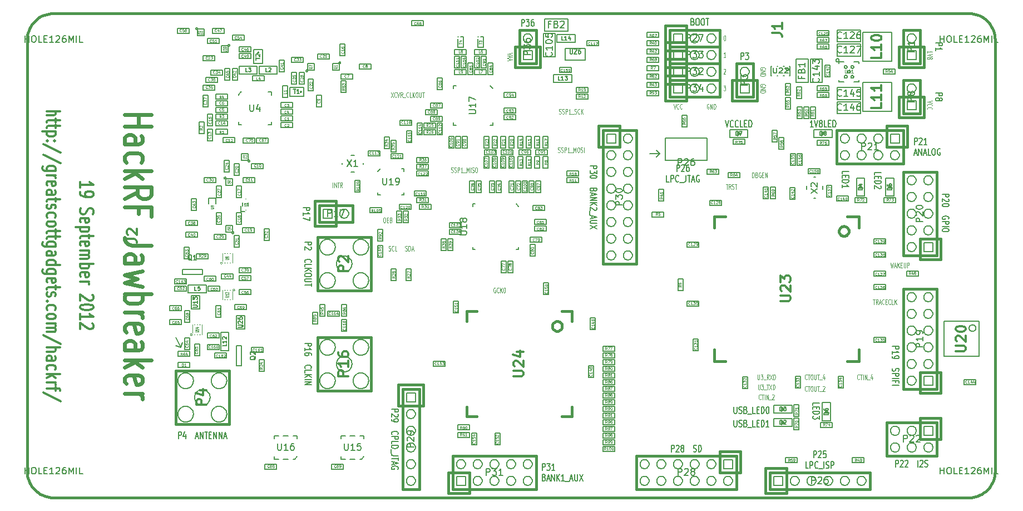
<source format=gto>
G04 (created by PCBNEW-RS274X (2012-01-19 BZR 3256)-stable) date 21/09/2012 20:47:58*
G01*
G70*
G90*
%MOIN*%
G04 Gerber Fmt 3.4, Leading zero omitted, Abs format*
%FSLAX34Y34*%
G04 APERTURE LIST*
%ADD10C,0.006000*%
%ADD11C,0.008000*%
%ADD12C,0.007500*%
%ADD13C,0.004000*%
%ADD14C,0.012000*%
%ADD15C,0.024000*%
%ADD16C,0.015000*%
%ADD17C,0.005000*%
%ADD18C,0.007000*%
%ADD19C,0.006300*%
%ADD20C,0.003000*%
%ADD21C,0.004900*%
%ADD22C,0.003800*%
G04 APERTURE END LIST*
G54D10*
G54D11*
X62400Y-29900D02*
X61800Y-29900D01*
X62400Y-29900D02*
X62200Y-30100D01*
X62400Y-29900D02*
X62200Y-29700D01*
X33700Y-41500D02*
X33400Y-40900D01*
X33700Y-41500D02*
X33400Y-41400D01*
X33700Y-41500D02*
X33800Y-41200D01*
G54D12*
X71608Y-28312D02*
X71436Y-28312D01*
X71522Y-28312D02*
X71522Y-27912D01*
X71493Y-27969D01*
X71465Y-28007D01*
X71436Y-28026D01*
X71694Y-27912D02*
X71794Y-28312D01*
X71894Y-27912D01*
X72036Y-28083D02*
X72008Y-28064D01*
X71993Y-28045D01*
X71979Y-28007D01*
X71979Y-27988D01*
X71993Y-27950D01*
X72008Y-27931D01*
X72036Y-27912D01*
X72093Y-27912D01*
X72122Y-27931D01*
X72136Y-27950D01*
X72151Y-27988D01*
X72151Y-28007D01*
X72136Y-28045D01*
X72122Y-28064D01*
X72093Y-28083D01*
X72036Y-28083D01*
X72008Y-28102D01*
X71993Y-28121D01*
X71979Y-28160D01*
X71979Y-28236D01*
X71993Y-28274D01*
X72008Y-28293D01*
X72036Y-28312D01*
X72093Y-28312D01*
X72122Y-28293D01*
X72136Y-28274D01*
X72151Y-28236D01*
X72151Y-28160D01*
X72136Y-28121D01*
X72122Y-28102D01*
X72093Y-28083D01*
X72422Y-28312D02*
X72279Y-28312D01*
X72279Y-27912D01*
X72522Y-28102D02*
X72622Y-28102D01*
X72665Y-28312D02*
X72522Y-28312D01*
X72522Y-27912D01*
X72665Y-27912D01*
X72793Y-28312D02*
X72793Y-27912D01*
X72865Y-27912D01*
X72908Y-27931D01*
X72936Y-27969D01*
X72951Y-28007D01*
X72965Y-28083D01*
X72965Y-28140D01*
X72951Y-28217D01*
X72936Y-28255D01*
X72908Y-28293D01*
X72865Y-28312D01*
X72793Y-28312D01*
X66344Y-27912D02*
X66444Y-28312D01*
X66544Y-27912D01*
X66815Y-28274D02*
X66801Y-28293D01*
X66758Y-28312D01*
X66729Y-28312D01*
X66686Y-28293D01*
X66658Y-28255D01*
X66643Y-28217D01*
X66629Y-28140D01*
X66629Y-28083D01*
X66643Y-28007D01*
X66658Y-27969D01*
X66686Y-27931D01*
X66729Y-27912D01*
X66758Y-27912D01*
X66801Y-27931D01*
X66815Y-27950D01*
X67115Y-28274D02*
X67101Y-28293D01*
X67058Y-28312D01*
X67029Y-28312D01*
X66986Y-28293D01*
X66958Y-28255D01*
X66943Y-28217D01*
X66929Y-28140D01*
X66929Y-28083D01*
X66943Y-28007D01*
X66958Y-27969D01*
X66986Y-27931D01*
X67029Y-27912D01*
X67058Y-27912D01*
X67101Y-27931D01*
X67115Y-27950D01*
X67386Y-28312D02*
X67243Y-28312D01*
X67243Y-27912D01*
X67486Y-28102D02*
X67586Y-28102D01*
X67629Y-28312D02*
X67486Y-28312D01*
X67486Y-27912D01*
X67629Y-27912D01*
X67757Y-28312D02*
X67757Y-27912D01*
X67829Y-27912D01*
X67872Y-27931D01*
X67900Y-27969D01*
X67915Y-28007D01*
X67929Y-28083D01*
X67929Y-28140D01*
X67915Y-28217D01*
X67900Y-28255D01*
X67872Y-28293D01*
X67829Y-28312D01*
X67757Y-28312D01*
X73338Y-31114D02*
X73338Y-30971D01*
X73738Y-30971D01*
X73548Y-31214D02*
X73548Y-31314D01*
X73338Y-31357D02*
X73338Y-31214D01*
X73738Y-31214D01*
X73738Y-31357D01*
X73338Y-31485D02*
X73738Y-31485D01*
X73738Y-31557D01*
X73719Y-31600D01*
X73681Y-31628D01*
X73643Y-31643D01*
X73567Y-31657D01*
X73510Y-31657D01*
X73433Y-31643D01*
X73395Y-31628D01*
X73357Y-31600D01*
X73338Y-31557D01*
X73338Y-31485D01*
X73338Y-31943D02*
X73338Y-31771D01*
X73338Y-31857D02*
X73738Y-31857D01*
X73681Y-31828D01*
X73643Y-31800D01*
X73624Y-31771D01*
X75288Y-31164D02*
X75288Y-31021D01*
X75688Y-31021D01*
X75498Y-31264D02*
X75498Y-31364D01*
X75288Y-31407D02*
X75288Y-31264D01*
X75688Y-31264D01*
X75688Y-31407D01*
X75288Y-31535D02*
X75688Y-31535D01*
X75688Y-31607D01*
X75669Y-31650D01*
X75631Y-31678D01*
X75593Y-31693D01*
X75517Y-31707D01*
X75460Y-31707D01*
X75383Y-31693D01*
X75345Y-31678D01*
X75307Y-31650D01*
X75288Y-31607D01*
X75288Y-31535D01*
X75650Y-31821D02*
X75669Y-31835D01*
X75688Y-31864D01*
X75688Y-31935D01*
X75669Y-31964D01*
X75650Y-31978D01*
X75612Y-31993D01*
X75574Y-31993D01*
X75517Y-31978D01*
X75288Y-31807D01*
X75288Y-31993D01*
X71588Y-44964D02*
X71588Y-44821D01*
X71988Y-44821D01*
X71798Y-45064D02*
X71798Y-45164D01*
X71588Y-45207D02*
X71588Y-45064D01*
X71988Y-45064D01*
X71988Y-45207D01*
X71588Y-45335D02*
X71988Y-45335D01*
X71988Y-45407D01*
X71969Y-45450D01*
X71931Y-45478D01*
X71893Y-45493D01*
X71817Y-45507D01*
X71760Y-45507D01*
X71683Y-45493D01*
X71645Y-45478D01*
X71607Y-45450D01*
X71588Y-45407D01*
X71588Y-45335D01*
X71988Y-45607D02*
X71988Y-45793D01*
X71836Y-45693D01*
X71836Y-45735D01*
X71817Y-45764D01*
X71798Y-45778D01*
X71760Y-45793D01*
X71664Y-45793D01*
X71626Y-45778D01*
X71607Y-45764D01*
X71588Y-45735D01*
X71588Y-45650D01*
X71607Y-45621D01*
X71626Y-45607D01*
X66857Y-45862D02*
X66857Y-46186D01*
X66872Y-46224D01*
X66886Y-46243D01*
X66915Y-46262D01*
X66972Y-46262D01*
X67000Y-46243D01*
X67015Y-46224D01*
X67029Y-46186D01*
X67029Y-45862D01*
X67157Y-46243D02*
X67200Y-46262D01*
X67271Y-46262D01*
X67300Y-46243D01*
X67314Y-46224D01*
X67329Y-46186D01*
X67329Y-46148D01*
X67314Y-46110D01*
X67300Y-46090D01*
X67271Y-46071D01*
X67214Y-46052D01*
X67186Y-46033D01*
X67171Y-46014D01*
X67157Y-45976D01*
X67157Y-45938D01*
X67171Y-45900D01*
X67186Y-45881D01*
X67214Y-45862D01*
X67286Y-45862D01*
X67329Y-45881D01*
X67557Y-46052D02*
X67600Y-46071D01*
X67615Y-46090D01*
X67629Y-46129D01*
X67629Y-46186D01*
X67615Y-46224D01*
X67600Y-46243D01*
X67572Y-46262D01*
X67457Y-46262D01*
X67457Y-45862D01*
X67557Y-45862D01*
X67586Y-45881D01*
X67600Y-45900D01*
X67615Y-45938D01*
X67615Y-45976D01*
X67600Y-46014D01*
X67586Y-46033D01*
X67557Y-46052D01*
X67457Y-46052D01*
X67686Y-46300D02*
X67915Y-46300D01*
X68129Y-46262D02*
X67986Y-46262D01*
X67986Y-45862D01*
X68229Y-46052D02*
X68329Y-46052D01*
X68372Y-46262D02*
X68229Y-46262D01*
X68229Y-45862D01*
X68372Y-45862D01*
X68500Y-46262D02*
X68500Y-45862D01*
X68572Y-45862D01*
X68615Y-45881D01*
X68643Y-45919D01*
X68658Y-45957D01*
X68672Y-46033D01*
X68672Y-46090D01*
X68658Y-46167D01*
X68643Y-46205D01*
X68615Y-46243D01*
X68572Y-46262D01*
X68500Y-46262D01*
X68958Y-46262D02*
X68786Y-46262D01*
X68872Y-46262D02*
X68872Y-45862D01*
X68843Y-45919D01*
X68815Y-45957D01*
X68786Y-45976D01*
X66857Y-45062D02*
X66857Y-45386D01*
X66872Y-45424D01*
X66886Y-45443D01*
X66915Y-45462D01*
X66972Y-45462D01*
X67000Y-45443D01*
X67015Y-45424D01*
X67029Y-45386D01*
X67029Y-45062D01*
X67157Y-45443D02*
X67200Y-45462D01*
X67271Y-45462D01*
X67300Y-45443D01*
X67314Y-45424D01*
X67329Y-45386D01*
X67329Y-45348D01*
X67314Y-45310D01*
X67300Y-45290D01*
X67271Y-45271D01*
X67214Y-45252D01*
X67186Y-45233D01*
X67171Y-45214D01*
X67157Y-45176D01*
X67157Y-45138D01*
X67171Y-45100D01*
X67186Y-45081D01*
X67214Y-45062D01*
X67286Y-45062D01*
X67329Y-45081D01*
X67557Y-45252D02*
X67600Y-45271D01*
X67615Y-45290D01*
X67629Y-45329D01*
X67629Y-45386D01*
X67615Y-45424D01*
X67600Y-45443D01*
X67572Y-45462D01*
X67457Y-45462D01*
X67457Y-45062D01*
X67557Y-45062D01*
X67586Y-45081D01*
X67600Y-45100D01*
X67615Y-45138D01*
X67615Y-45176D01*
X67600Y-45214D01*
X67586Y-45233D01*
X67557Y-45252D01*
X67457Y-45252D01*
X67686Y-45500D02*
X67915Y-45500D01*
X68129Y-45462D02*
X67986Y-45462D01*
X67986Y-45062D01*
X68229Y-45252D02*
X68329Y-45252D01*
X68372Y-45462D02*
X68229Y-45462D01*
X68229Y-45062D01*
X68372Y-45062D01*
X68500Y-45462D02*
X68500Y-45062D01*
X68572Y-45062D01*
X68615Y-45081D01*
X68643Y-45119D01*
X68658Y-45157D01*
X68672Y-45233D01*
X68672Y-45290D01*
X68658Y-45367D01*
X68643Y-45405D01*
X68615Y-45443D01*
X68572Y-45462D01*
X68500Y-45462D01*
X68858Y-45062D02*
X68886Y-45062D01*
X68915Y-45081D01*
X68929Y-45100D01*
X68943Y-45138D01*
X68958Y-45214D01*
X68958Y-45310D01*
X68943Y-45386D01*
X68929Y-45424D01*
X68915Y-45443D01*
X68886Y-45462D01*
X68858Y-45462D01*
X68829Y-45443D01*
X68815Y-45424D01*
X68800Y-45386D01*
X68786Y-45310D01*
X68786Y-45214D01*
X68800Y-45138D01*
X68815Y-45100D01*
X68829Y-45081D01*
X68858Y-45062D01*
G54D13*
X78429Y-23877D02*
X78429Y-23763D01*
X78429Y-23820D02*
X78729Y-23820D01*
X78686Y-23801D01*
X78657Y-23782D01*
X78643Y-23763D01*
X78729Y-23934D02*
X78429Y-24001D01*
X78729Y-24067D01*
X78600Y-24162D02*
X78614Y-24143D01*
X78629Y-24134D01*
X78657Y-24124D01*
X78671Y-24124D01*
X78700Y-24134D01*
X78714Y-24143D01*
X78729Y-24162D01*
X78729Y-24200D01*
X78714Y-24219D01*
X78700Y-24229D01*
X78671Y-24238D01*
X78657Y-24238D01*
X78629Y-24229D01*
X78614Y-24219D01*
X78600Y-24200D01*
X78600Y-24162D01*
X78586Y-24143D01*
X78571Y-24134D01*
X78543Y-24124D01*
X78486Y-24124D01*
X78457Y-24134D01*
X78443Y-24143D01*
X78429Y-24162D01*
X78429Y-24200D01*
X78443Y-24219D01*
X78457Y-24229D01*
X78486Y-24238D01*
X78543Y-24238D01*
X78571Y-24229D01*
X78586Y-24219D01*
X78600Y-24200D01*
X78729Y-26734D02*
X78429Y-26801D01*
X78729Y-26867D01*
X78457Y-27048D02*
X78443Y-27038D01*
X78429Y-27010D01*
X78429Y-26991D01*
X78443Y-26962D01*
X78471Y-26943D01*
X78500Y-26934D01*
X78557Y-26924D01*
X78600Y-26924D01*
X78657Y-26934D01*
X78686Y-26943D01*
X78714Y-26962D01*
X78729Y-26991D01*
X78729Y-27010D01*
X78714Y-27038D01*
X78700Y-27048D01*
X78457Y-27248D02*
X78443Y-27238D01*
X78429Y-27210D01*
X78429Y-27191D01*
X78443Y-27162D01*
X78471Y-27143D01*
X78500Y-27134D01*
X78557Y-27124D01*
X78600Y-27124D01*
X78657Y-27134D01*
X78686Y-27143D01*
X78714Y-27162D01*
X78729Y-27191D01*
X78729Y-27210D01*
X78714Y-27238D01*
X78700Y-27248D01*
X68714Y-24847D02*
X68729Y-24828D01*
X68729Y-24800D01*
X68714Y-24771D01*
X68686Y-24752D01*
X68657Y-24743D01*
X68600Y-24733D01*
X68557Y-24733D01*
X68500Y-24743D01*
X68471Y-24752D01*
X68443Y-24771D01*
X68429Y-24800D01*
X68429Y-24819D01*
X68443Y-24847D01*
X68457Y-24857D01*
X68557Y-24857D01*
X68557Y-24819D01*
X68429Y-24943D02*
X68729Y-24943D01*
X68429Y-25057D01*
X68729Y-25057D01*
X68429Y-25153D02*
X68729Y-25153D01*
X68729Y-25200D01*
X68714Y-25229D01*
X68686Y-25248D01*
X68657Y-25257D01*
X68600Y-25267D01*
X68557Y-25267D01*
X68500Y-25257D01*
X68471Y-25248D01*
X68443Y-25229D01*
X68429Y-25200D01*
X68429Y-25153D01*
X68714Y-25847D02*
X68729Y-25828D01*
X68729Y-25800D01*
X68714Y-25771D01*
X68686Y-25752D01*
X68657Y-25743D01*
X68600Y-25733D01*
X68557Y-25733D01*
X68500Y-25743D01*
X68471Y-25752D01*
X68443Y-25771D01*
X68429Y-25800D01*
X68429Y-25819D01*
X68443Y-25847D01*
X68457Y-25857D01*
X68557Y-25857D01*
X68557Y-25819D01*
X68429Y-25943D02*
X68729Y-25943D01*
X68429Y-26057D01*
X68729Y-26057D01*
X68429Y-26153D02*
X68729Y-26153D01*
X68729Y-26200D01*
X68714Y-26229D01*
X68686Y-26248D01*
X68657Y-26257D01*
X68600Y-26267D01*
X68557Y-26267D01*
X68500Y-26257D01*
X68471Y-26248D01*
X68443Y-26229D01*
X68429Y-26200D01*
X68429Y-26153D01*
X53579Y-23863D02*
X53279Y-23930D01*
X53579Y-23996D01*
X53364Y-24053D02*
X53364Y-24148D01*
X53279Y-24034D02*
X53579Y-24101D01*
X53279Y-24167D01*
X53364Y-24224D02*
X53364Y-24319D01*
X53279Y-24205D02*
X53579Y-24272D01*
X53279Y-24338D01*
X65347Y-26936D02*
X65328Y-26921D01*
X65300Y-26921D01*
X65271Y-26936D01*
X65252Y-26964D01*
X65243Y-26993D01*
X65233Y-27050D01*
X65233Y-27093D01*
X65243Y-27150D01*
X65252Y-27179D01*
X65271Y-27207D01*
X65300Y-27221D01*
X65319Y-27221D01*
X65347Y-27207D01*
X65357Y-27193D01*
X65357Y-27093D01*
X65319Y-27093D01*
X65443Y-27221D02*
X65443Y-26921D01*
X65557Y-27221D01*
X65557Y-26921D01*
X65653Y-27221D02*
X65653Y-26921D01*
X65700Y-26921D01*
X65729Y-26936D01*
X65748Y-26964D01*
X65757Y-26993D01*
X65767Y-27050D01*
X65767Y-27093D01*
X65757Y-27150D01*
X65748Y-27179D01*
X65729Y-27207D01*
X65700Y-27221D01*
X65653Y-27221D01*
X63234Y-26921D02*
X63301Y-27221D01*
X63367Y-26921D01*
X63548Y-27193D02*
X63538Y-27207D01*
X63510Y-27221D01*
X63491Y-27221D01*
X63462Y-27207D01*
X63443Y-27179D01*
X63434Y-27150D01*
X63424Y-27093D01*
X63424Y-27050D01*
X63434Y-26993D01*
X63443Y-26964D01*
X63462Y-26936D01*
X63491Y-26921D01*
X63510Y-26921D01*
X63538Y-26936D01*
X63548Y-26950D01*
X63748Y-27193D02*
X63738Y-27207D01*
X63710Y-27221D01*
X63691Y-27221D01*
X63662Y-27207D01*
X63643Y-27179D01*
X63634Y-27150D01*
X63624Y-27093D01*
X63624Y-27050D01*
X63634Y-26993D01*
X63643Y-26964D01*
X63662Y-26936D01*
X63691Y-26921D01*
X63710Y-26921D01*
X63738Y-26936D01*
X63748Y-26950D01*
X66234Y-25821D02*
X66357Y-25821D01*
X66291Y-25936D01*
X66319Y-25936D01*
X66338Y-25950D01*
X66348Y-25964D01*
X66357Y-25993D01*
X66357Y-26064D01*
X66348Y-26093D01*
X66338Y-26107D01*
X66319Y-26121D01*
X66262Y-26121D01*
X66243Y-26107D01*
X66234Y-26093D01*
X66243Y-24850D02*
X66253Y-24836D01*
X66272Y-24821D01*
X66319Y-24821D01*
X66338Y-24836D01*
X66348Y-24850D01*
X66357Y-24879D01*
X66357Y-24907D01*
X66348Y-24950D01*
X66234Y-25121D01*
X66357Y-25121D01*
X66357Y-24121D02*
X66243Y-24121D01*
X66300Y-24121D02*
X66300Y-23821D01*
X66281Y-23864D01*
X66262Y-23893D01*
X66243Y-23907D01*
X66291Y-22821D02*
X66310Y-22821D01*
X66329Y-22836D01*
X66338Y-22850D01*
X66348Y-22879D01*
X66357Y-22936D01*
X66357Y-23007D01*
X66348Y-23064D01*
X66338Y-23093D01*
X66329Y-23107D01*
X66310Y-23121D01*
X66291Y-23121D01*
X66272Y-23107D01*
X66262Y-23093D01*
X66253Y-23064D01*
X66243Y-23007D01*
X66243Y-22936D01*
X66253Y-22879D01*
X66262Y-22850D01*
X66272Y-22836D01*
X66291Y-22821D01*
X68463Y-44593D02*
X68453Y-44607D01*
X68425Y-44621D01*
X68406Y-44621D01*
X68377Y-44607D01*
X68358Y-44579D01*
X68349Y-44550D01*
X68339Y-44493D01*
X68339Y-44450D01*
X68349Y-44393D01*
X68358Y-44364D01*
X68377Y-44336D01*
X68406Y-44321D01*
X68425Y-44321D01*
X68453Y-44336D01*
X68463Y-44350D01*
X68520Y-44321D02*
X68634Y-44321D01*
X68577Y-44621D02*
X68577Y-44321D01*
X68701Y-44621D02*
X68701Y-44321D01*
X68796Y-44621D02*
X68796Y-44321D01*
X68910Y-44621D01*
X68910Y-44321D01*
X68958Y-44650D02*
X69110Y-44650D01*
X69148Y-44350D02*
X69158Y-44336D01*
X69177Y-44321D01*
X69224Y-44321D01*
X69243Y-44336D01*
X69253Y-44350D01*
X69262Y-44379D01*
X69262Y-44407D01*
X69253Y-44450D01*
X69139Y-44621D01*
X69262Y-44621D01*
X68301Y-43721D02*
X68301Y-43964D01*
X68310Y-43993D01*
X68320Y-44007D01*
X68339Y-44021D01*
X68377Y-44021D01*
X68396Y-44007D01*
X68405Y-43993D01*
X68415Y-43964D01*
X68415Y-43721D01*
X68492Y-43721D02*
X68615Y-43721D01*
X68549Y-43836D01*
X68577Y-43836D01*
X68596Y-43850D01*
X68606Y-43864D01*
X68615Y-43893D01*
X68615Y-43964D01*
X68606Y-43993D01*
X68596Y-44007D01*
X68577Y-44021D01*
X68520Y-44021D01*
X68501Y-44007D01*
X68492Y-43993D01*
X68653Y-44050D02*
X68805Y-44050D01*
X68824Y-43721D02*
X68938Y-43721D01*
X68881Y-44021D02*
X68881Y-43721D01*
X68986Y-43721D02*
X69119Y-44021D01*
X69119Y-43721D02*
X68986Y-44021D01*
X69195Y-44021D02*
X69195Y-43721D01*
X69242Y-43721D01*
X69271Y-43736D01*
X69290Y-43764D01*
X69299Y-43793D01*
X69309Y-43850D01*
X69309Y-43893D01*
X69299Y-43950D01*
X69290Y-43979D01*
X69271Y-44007D01*
X69242Y-44021D01*
X69195Y-44021D01*
X68277Y-43121D02*
X68277Y-43364D01*
X68286Y-43393D01*
X68296Y-43407D01*
X68315Y-43421D01*
X68353Y-43421D01*
X68372Y-43407D01*
X68381Y-43393D01*
X68391Y-43364D01*
X68391Y-43121D01*
X68468Y-43121D02*
X68591Y-43121D01*
X68525Y-43236D01*
X68553Y-43236D01*
X68572Y-43250D01*
X68582Y-43264D01*
X68591Y-43293D01*
X68591Y-43364D01*
X68582Y-43393D01*
X68572Y-43407D01*
X68553Y-43421D01*
X68496Y-43421D01*
X68477Y-43407D01*
X68468Y-43393D01*
X68629Y-43450D02*
X68781Y-43450D01*
X68943Y-43421D02*
X68876Y-43279D01*
X68829Y-43421D02*
X68829Y-43121D01*
X68905Y-43121D01*
X68924Y-43136D01*
X68933Y-43150D01*
X68943Y-43179D01*
X68943Y-43221D01*
X68933Y-43250D01*
X68924Y-43264D01*
X68905Y-43279D01*
X68829Y-43279D01*
X69010Y-43121D02*
X69143Y-43421D01*
X69143Y-43121D02*
X69010Y-43421D01*
X69219Y-43421D02*
X69219Y-43121D01*
X69266Y-43121D01*
X69295Y-43136D01*
X69314Y-43164D01*
X69323Y-43193D01*
X69333Y-43250D01*
X69333Y-43293D01*
X69323Y-43350D01*
X69314Y-43379D01*
X69295Y-43407D01*
X69266Y-43421D01*
X69219Y-43421D01*
X71229Y-44093D02*
X71219Y-44107D01*
X71191Y-44121D01*
X71172Y-44121D01*
X71143Y-44107D01*
X71124Y-44079D01*
X71115Y-44050D01*
X71105Y-43993D01*
X71105Y-43950D01*
X71115Y-43893D01*
X71124Y-43864D01*
X71143Y-43836D01*
X71172Y-43821D01*
X71191Y-43821D01*
X71219Y-43836D01*
X71229Y-43850D01*
X71286Y-43821D02*
X71400Y-43821D01*
X71343Y-44121D02*
X71343Y-43821D01*
X71505Y-43821D02*
X71543Y-43821D01*
X71562Y-43836D01*
X71581Y-43864D01*
X71590Y-43921D01*
X71590Y-44021D01*
X71581Y-44079D01*
X71562Y-44107D01*
X71543Y-44121D01*
X71505Y-44121D01*
X71486Y-44107D01*
X71467Y-44079D01*
X71457Y-44021D01*
X71457Y-43921D01*
X71467Y-43864D01*
X71486Y-43836D01*
X71505Y-43821D01*
X71677Y-43821D02*
X71677Y-44064D01*
X71686Y-44093D01*
X71696Y-44107D01*
X71715Y-44121D01*
X71753Y-44121D01*
X71772Y-44107D01*
X71781Y-44093D01*
X71791Y-44064D01*
X71791Y-43821D01*
X71858Y-43821D02*
X71972Y-43821D01*
X71915Y-44121D02*
X71915Y-43821D01*
X71991Y-44150D02*
X72143Y-44150D01*
X72181Y-43850D02*
X72191Y-43836D01*
X72210Y-43821D01*
X72257Y-43821D01*
X72276Y-43836D01*
X72286Y-43850D01*
X72295Y-43879D01*
X72295Y-43907D01*
X72286Y-43950D01*
X72172Y-44121D01*
X72295Y-44121D01*
X71229Y-43393D02*
X71219Y-43407D01*
X71191Y-43421D01*
X71172Y-43421D01*
X71143Y-43407D01*
X71124Y-43379D01*
X71115Y-43350D01*
X71105Y-43293D01*
X71105Y-43250D01*
X71115Y-43193D01*
X71124Y-43164D01*
X71143Y-43136D01*
X71172Y-43121D01*
X71191Y-43121D01*
X71219Y-43136D01*
X71229Y-43150D01*
X71286Y-43121D02*
X71400Y-43121D01*
X71343Y-43421D02*
X71343Y-43121D01*
X71505Y-43121D02*
X71543Y-43121D01*
X71562Y-43136D01*
X71581Y-43164D01*
X71590Y-43221D01*
X71590Y-43321D01*
X71581Y-43379D01*
X71562Y-43407D01*
X71543Y-43421D01*
X71505Y-43421D01*
X71486Y-43407D01*
X71467Y-43379D01*
X71457Y-43321D01*
X71457Y-43221D01*
X71467Y-43164D01*
X71486Y-43136D01*
X71505Y-43121D01*
X71677Y-43121D02*
X71677Y-43364D01*
X71686Y-43393D01*
X71696Y-43407D01*
X71715Y-43421D01*
X71753Y-43421D01*
X71772Y-43407D01*
X71781Y-43393D01*
X71791Y-43364D01*
X71791Y-43121D01*
X71858Y-43121D02*
X71972Y-43121D01*
X71915Y-43421D02*
X71915Y-43121D01*
X71991Y-43450D02*
X72143Y-43450D01*
X72276Y-43221D02*
X72276Y-43421D01*
X72229Y-43107D02*
X72181Y-43321D01*
X72305Y-43321D01*
X74363Y-43393D02*
X74353Y-43407D01*
X74325Y-43421D01*
X74306Y-43421D01*
X74277Y-43407D01*
X74258Y-43379D01*
X74249Y-43350D01*
X74239Y-43293D01*
X74239Y-43250D01*
X74249Y-43193D01*
X74258Y-43164D01*
X74277Y-43136D01*
X74306Y-43121D01*
X74325Y-43121D01*
X74353Y-43136D01*
X74363Y-43150D01*
X74420Y-43121D02*
X74534Y-43121D01*
X74477Y-43421D02*
X74477Y-43121D01*
X74601Y-43421D02*
X74601Y-43121D01*
X74696Y-43421D02*
X74696Y-43121D01*
X74810Y-43421D01*
X74810Y-43121D01*
X74858Y-43450D02*
X75010Y-43450D01*
X75143Y-43221D02*
X75143Y-43421D01*
X75096Y-43107D02*
X75048Y-43321D01*
X75172Y-43321D01*
X75186Y-38621D02*
X75300Y-38621D01*
X75243Y-38921D02*
X75243Y-38621D01*
X75481Y-38921D02*
X75414Y-38779D01*
X75367Y-38921D02*
X75367Y-38621D01*
X75443Y-38621D01*
X75462Y-38636D01*
X75471Y-38650D01*
X75481Y-38679D01*
X75481Y-38721D01*
X75471Y-38750D01*
X75462Y-38764D01*
X75443Y-38779D01*
X75367Y-38779D01*
X75557Y-38836D02*
X75652Y-38836D01*
X75538Y-38921D02*
X75605Y-38621D01*
X75671Y-38921D01*
X75852Y-38893D02*
X75842Y-38907D01*
X75814Y-38921D01*
X75795Y-38921D01*
X75766Y-38907D01*
X75747Y-38879D01*
X75738Y-38850D01*
X75728Y-38793D01*
X75728Y-38750D01*
X75738Y-38693D01*
X75747Y-38664D01*
X75766Y-38636D01*
X75795Y-38621D01*
X75814Y-38621D01*
X75842Y-38636D01*
X75852Y-38650D01*
X75938Y-38764D02*
X76004Y-38764D01*
X76033Y-38921D02*
X75938Y-38921D01*
X75938Y-38621D01*
X76033Y-38621D01*
X76233Y-38893D02*
X76223Y-38907D01*
X76195Y-38921D01*
X76176Y-38921D01*
X76147Y-38907D01*
X76128Y-38879D01*
X76119Y-38850D01*
X76109Y-38793D01*
X76109Y-38750D01*
X76119Y-38693D01*
X76128Y-38664D01*
X76147Y-38636D01*
X76176Y-38621D01*
X76195Y-38621D01*
X76223Y-38636D01*
X76233Y-38650D01*
X76414Y-38921D02*
X76319Y-38921D01*
X76319Y-38621D01*
X76481Y-38921D02*
X76481Y-38621D01*
X76595Y-38921D02*
X76509Y-38750D01*
X76595Y-38621D02*
X76481Y-38793D01*
X76234Y-36421D02*
X76281Y-36721D01*
X76319Y-36507D01*
X76357Y-36721D01*
X76405Y-36421D01*
X76472Y-36636D02*
X76567Y-36636D01*
X76453Y-36721D02*
X76520Y-36421D01*
X76586Y-36721D01*
X76653Y-36721D02*
X76653Y-36421D01*
X76767Y-36721D02*
X76681Y-36550D01*
X76767Y-36421D02*
X76653Y-36593D01*
X76853Y-36564D02*
X76919Y-36564D01*
X76948Y-36721D02*
X76853Y-36721D01*
X76853Y-36421D01*
X76948Y-36421D01*
X77034Y-36421D02*
X77034Y-36664D01*
X77043Y-36693D01*
X77053Y-36707D01*
X77072Y-36721D01*
X77110Y-36721D01*
X77129Y-36707D01*
X77138Y-36693D01*
X77148Y-36664D01*
X77148Y-36421D01*
X77244Y-36721D02*
X77244Y-36421D01*
X77320Y-36421D01*
X77339Y-36436D01*
X77348Y-36450D01*
X77358Y-36479D01*
X77358Y-36521D01*
X77348Y-36550D01*
X77339Y-36564D01*
X77320Y-36579D01*
X77244Y-36579D01*
X66372Y-31721D02*
X66486Y-31721D01*
X66429Y-32021D02*
X66429Y-31721D01*
X66667Y-32021D02*
X66600Y-31879D01*
X66553Y-32021D02*
X66553Y-31721D01*
X66629Y-31721D01*
X66648Y-31736D01*
X66657Y-31750D01*
X66667Y-31779D01*
X66667Y-31821D01*
X66657Y-31850D01*
X66648Y-31864D01*
X66629Y-31879D01*
X66553Y-31879D01*
X66743Y-32007D02*
X66772Y-32021D01*
X66819Y-32021D01*
X66838Y-32007D01*
X66848Y-31993D01*
X66857Y-31964D01*
X66857Y-31936D01*
X66848Y-31907D01*
X66838Y-31893D01*
X66819Y-31879D01*
X66781Y-31864D01*
X66762Y-31850D01*
X66753Y-31836D01*
X66743Y-31807D01*
X66743Y-31779D01*
X66753Y-31750D01*
X66762Y-31736D01*
X66781Y-31721D01*
X66829Y-31721D01*
X66857Y-31736D01*
X66914Y-31721D02*
X67028Y-31721D01*
X66971Y-32021D02*
X66971Y-31721D01*
X67953Y-31321D02*
X67953Y-31021D01*
X68000Y-31021D01*
X68029Y-31036D01*
X68048Y-31064D01*
X68057Y-31093D01*
X68067Y-31150D01*
X68067Y-31193D01*
X68057Y-31250D01*
X68048Y-31279D01*
X68029Y-31307D01*
X68000Y-31321D01*
X67953Y-31321D01*
X68219Y-31164D02*
X68248Y-31179D01*
X68257Y-31193D01*
X68267Y-31221D01*
X68267Y-31264D01*
X68257Y-31293D01*
X68248Y-31307D01*
X68229Y-31321D01*
X68153Y-31321D01*
X68153Y-31021D01*
X68219Y-31021D01*
X68238Y-31036D01*
X68248Y-31050D01*
X68257Y-31079D01*
X68257Y-31107D01*
X68248Y-31136D01*
X68238Y-31150D01*
X68219Y-31164D01*
X68153Y-31164D01*
X68457Y-31036D02*
X68438Y-31021D01*
X68410Y-31021D01*
X68381Y-31036D01*
X68362Y-31064D01*
X68353Y-31093D01*
X68343Y-31150D01*
X68343Y-31193D01*
X68353Y-31250D01*
X68362Y-31279D01*
X68381Y-31307D01*
X68410Y-31321D01*
X68429Y-31321D01*
X68457Y-31307D01*
X68467Y-31293D01*
X68467Y-31193D01*
X68429Y-31193D01*
X68553Y-31164D02*
X68619Y-31164D01*
X68648Y-31321D02*
X68553Y-31321D01*
X68553Y-31021D01*
X68648Y-31021D01*
X68734Y-31321D02*
X68734Y-31021D01*
X68848Y-31321D01*
X68848Y-31021D01*
X47158Y-35707D02*
X47187Y-35721D01*
X47234Y-35721D01*
X47253Y-35707D01*
X47263Y-35693D01*
X47272Y-35664D01*
X47272Y-35636D01*
X47263Y-35607D01*
X47253Y-35593D01*
X47234Y-35579D01*
X47196Y-35564D01*
X47177Y-35550D01*
X47168Y-35536D01*
X47158Y-35507D01*
X47158Y-35479D01*
X47168Y-35450D01*
X47177Y-35436D01*
X47196Y-35421D01*
X47244Y-35421D01*
X47272Y-35436D01*
X47358Y-35721D02*
X47358Y-35421D01*
X47405Y-35421D01*
X47434Y-35436D01*
X47453Y-35464D01*
X47462Y-35493D01*
X47472Y-35550D01*
X47472Y-35593D01*
X47462Y-35650D01*
X47453Y-35679D01*
X47434Y-35707D01*
X47405Y-35721D01*
X47358Y-35721D01*
X47548Y-35636D02*
X47643Y-35636D01*
X47529Y-35721D02*
X47596Y-35421D01*
X47662Y-35721D01*
X46162Y-35707D02*
X46191Y-35721D01*
X46238Y-35721D01*
X46257Y-35707D01*
X46267Y-35693D01*
X46276Y-35664D01*
X46276Y-35636D01*
X46267Y-35607D01*
X46257Y-35593D01*
X46238Y-35579D01*
X46200Y-35564D01*
X46181Y-35550D01*
X46172Y-35536D01*
X46162Y-35507D01*
X46162Y-35479D01*
X46172Y-35450D01*
X46181Y-35436D01*
X46200Y-35421D01*
X46248Y-35421D01*
X46276Y-35436D01*
X46476Y-35693D02*
X46466Y-35707D01*
X46438Y-35721D01*
X46419Y-35721D01*
X46390Y-35707D01*
X46371Y-35679D01*
X46362Y-35650D01*
X46352Y-35593D01*
X46352Y-35550D01*
X46362Y-35493D01*
X46371Y-35464D01*
X46390Y-35436D01*
X46419Y-35421D01*
X46438Y-35421D01*
X46466Y-35436D01*
X46476Y-35450D01*
X46657Y-35721D02*
X46562Y-35721D01*
X46562Y-35421D01*
X52557Y-37936D02*
X52538Y-37921D01*
X52510Y-37921D01*
X52481Y-37936D01*
X52462Y-37964D01*
X52453Y-37993D01*
X52443Y-38050D01*
X52443Y-38093D01*
X52453Y-38150D01*
X52462Y-38179D01*
X52481Y-38207D01*
X52510Y-38221D01*
X52529Y-38221D01*
X52557Y-38207D01*
X52567Y-38193D01*
X52567Y-38093D01*
X52529Y-38093D01*
X52767Y-38193D02*
X52757Y-38207D01*
X52729Y-38221D01*
X52710Y-38221D01*
X52681Y-38207D01*
X52662Y-38179D01*
X52653Y-38150D01*
X52643Y-38093D01*
X52643Y-38050D01*
X52653Y-37993D01*
X52662Y-37964D01*
X52681Y-37936D01*
X52710Y-37921D01*
X52729Y-37921D01*
X52757Y-37936D01*
X52767Y-37950D01*
X52853Y-38221D02*
X52853Y-37921D01*
X52967Y-38221D02*
X52881Y-38050D01*
X52967Y-37921D02*
X52853Y-38093D01*
X53091Y-37921D02*
X53110Y-37921D01*
X53129Y-37936D01*
X53138Y-37950D01*
X53148Y-37979D01*
X53157Y-38036D01*
X53157Y-38107D01*
X53148Y-38164D01*
X53138Y-38193D01*
X53129Y-38207D01*
X53110Y-38221D01*
X53091Y-38221D01*
X53072Y-38207D01*
X53062Y-38193D01*
X53053Y-38164D01*
X53043Y-38107D01*
X53043Y-38036D01*
X53053Y-37979D01*
X53062Y-37950D01*
X53072Y-37936D01*
X53091Y-37921D01*
X56315Y-29807D02*
X56344Y-29821D01*
X56391Y-29821D01*
X56410Y-29807D01*
X56420Y-29793D01*
X56429Y-29764D01*
X56429Y-29736D01*
X56420Y-29707D01*
X56410Y-29693D01*
X56391Y-29679D01*
X56353Y-29664D01*
X56334Y-29650D01*
X56325Y-29636D01*
X56315Y-29607D01*
X56315Y-29579D01*
X56325Y-29550D01*
X56334Y-29536D01*
X56353Y-29521D01*
X56401Y-29521D01*
X56429Y-29536D01*
X56505Y-29807D02*
X56534Y-29821D01*
X56581Y-29821D01*
X56600Y-29807D01*
X56610Y-29793D01*
X56619Y-29764D01*
X56619Y-29736D01*
X56610Y-29707D01*
X56600Y-29693D01*
X56581Y-29679D01*
X56543Y-29664D01*
X56524Y-29650D01*
X56515Y-29636D01*
X56505Y-29607D01*
X56505Y-29579D01*
X56515Y-29550D01*
X56524Y-29536D01*
X56543Y-29521D01*
X56591Y-29521D01*
X56619Y-29536D01*
X56705Y-29821D02*
X56705Y-29521D01*
X56781Y-29521D01*
X56800Y-29536D01*
X56809Y-29550D01*
X56819Y-29579D01*
X56819Y-29621D01*
X56809Y-29650D01*
X56800Y-29664D01*
X56781Y-29679D01*
X56705Y-29679D01*
X57009Y-29821D02*
X56895Y-29821D01*
X56952Y-29821D02*
X56952Y-29521D01*
X56933Y-29564D01*
X56914Y-29593D01*
X56895Y-29607D01*
X57047Y-29850D02*
X57199Y-29850D01*
X57247Y-29821D02*
X57247Y-29521D01*
X57313Y-29736D01*
X57380Y-29521D01*
X57380Y-29821D01*
X57514Y-29521D02*
X57552Y-29521D01*
X57571Y-29536D01*
X57590Y-29564D01*
X57599Y-29621D01*
X57599Y-29721D01*
X57590Y-29779D01*
X57571Y-29807D01*
X57552Y-29821D01*
X57514Y-29821D01*
X57495Y-29807D01*
X57476Y-29779D01*
X57466Y-29721D01*
X57466Y-29621D01*
X57476Y-29564D01*
X57495Y-29536D01*
X57514Y-29521D01*
X57676Y-29807D02*
X57705Y-29821D01*
X57752Y-29821D01*
X57771Y-29807D01*
X57781Y-29793D01*
X57790Y-29764D01*
X57790Y-29736D01*
X57781Y-29707D01*
X57771Y-29693D01*
X57752Y-29679D01*
X57714Y-29664D01*
X57695Y-29650D01*
X57686Y-29636D01*
X57676Y-29607D01*
X57676Y-29579D01*
X57686Y-29550D01*
X57695Y-29536D01*
X57714Y-29521D01*
X57762Y-29521D01*
X57790Y-29536D01*
X57876Y-29821D02*
X57876Y-29521D01*
X56382Y-27507D02*
X56411Y-27521D01*
X56458Y-27521D01*
X56477Y-27507D01*
X56487Y-27493D01*
X56496Y-27464D01*
X56496Y-27436D01*
X56487Y-27407D01*
X56477Y-27393D01*
X56458Y-27379D01*
X56420Y-27364D01*
X56401Y-27350D01*
X56392Y-27336D01*
X56382Y-27307D01*
X56382Y-27279D01*
X56392Y-27250D01*
X56401Y-27236D01*
X56420Y-27221D01*
X56468Y-27221D01*
X56496Y-27236D01*
X56572Y-27507D02*
X56601Y-27521D01*
X56648Y-27521D01*
X56667Y-27507D01*
X56677Y-27493D01*
X56686Y-27464D01*
X56686Y-27436D01*
X56677Y-27407D01*
X56667Y-27393D01*
X56648Y-27379D01*
X56610Y-27364D01*
X56591Y-27350D01*
X56582Y-27336D01*
X56572Y-27307D01*
X56572Y-27279D01*
X56582Y-27250D01*
X56591Y-27236D01*
X56610Y-27221D01*
X56658Y-27221D01*
X56686Y-27236D01*
X56772Y-27521D02*
X56772Y-27221D01*
X56848Y-27221D01*
X56867Y-27236D01*
X56876Y-27250D01*
X56886Y-27279D01*
X56886Y-27321D01*
X56876Y-27350D01*
X56867Y-27364D01*
X56848Y-27379D01*
X56772Y-27379D01*
X57076Y-27521D02*
X56962Y-27521D01*
X57019Y-27521D02*
X57019Y-27221D01*
X57000Y-27264D01*
X56981Y-27293D01*
X56962Y-27307D01*
X57114Y-27550D02*
X57266Y-27550D01*
X57304Y-27507D02*
X57333Y-27521D01*
X57380Y-27521D01*
X57399Y-27507D01*
X57409Y-27493D01*
X57418Y-27464D01*
X57418Y-27436D01*
X57409Y-27407D01*
X57399Y-27393D01*
X57380Y-27379D01*
X57342Y-27364D01*
X57323Y-27350D01*
X57314Y-27336D01*
X57304Y-27307D01*
X57304Y-27279D01*
X57314Y-27250D01*
X57323Y-27236D01*
X57342Y-27221D01*
X57390Y-27221D01*
X57418Y-27236D01*
X57618Y-27493D02*
X57608Y-27507D01*
X57580Y-27521D01*
X57561Y-27521D01*
X57532Y-27507D01*
X57513Y-27479D01*
X57504Y-27450D01*
X57494Y-27393D01*
X57494Y-27350D01*
X57504Y-27293D01*
X57513Y-27264D01*
X57532Y-27236D01*
X57561Y-27221D01*
X57580Y-27221D01*
X57608Y-27236D01*
X57618Y-27250D01*
X57704Y-27521D02*
X57704Y-27221D01*
X57818Y-27521D02*
X57732Y-27350D01*
X57818Y-27221D02*
X57704Y-27393D01*
X49915Y-31007D02*
X49944Y-31021D01*
X49991Y-31021D01*
X50010Y-31007D01*
X50020Y-30993D01*
X50029Y-30964D01*
X50029Y-30936D01*
X50020Y-30907D01*
X50010Y-30893D01*
X49991Y-30879D01*
X49953Y-30864D01*
X49934Y-30850D01*
X49925Y-30836D01*
X49915Y-30807D01*
X49915Y-30779D01*
X49925Y-30750D01*
X49934Y-30736D01*
X49953Y-30721D01*
X50001Y-30721D01*
X50029Y-30736D01*
X50105Y-31007D02*
X50134Y-31021D01*
X50181Y-31021D01*
X50200Y-31007D01*
X50210Y-30993D01*
X50219Y-30964D01*
X50219Y-30936D01*
X50210Y-30907D01*
X50200Y-30893D01*
X50181Y-30879D01*
X50143Y-30864D01*
X50124Y-30850D01*
X50115Y-30836D01*
X50105Y-30807D01*
X50105Y-30779D01*
X50115Y-30750D01*
X50124Y-30736D01*
X50143Y-30721D01*
X50191Y-30721D01*
X50219Y-30736D01*
X50305Y-31021D02*
X50305Y-30721D01*
X50381Y-30721D01*
X50400Y-30736D01*
X50409Y-30750D01*
X50419Y-30779D01*
X50419Y-30821D01*
X50409Y-30850D01*
X50400Y-30864D01*
X50381Y-30879D01*
X50305Y-30879D01*
X50609Y-31021D02*
X50495Y-31021D01*
X50552Y-31021D02*
X50552Y-30721D01*
X50533Y-30764D01*
X50514Y-30793D01*
X50495Y-30807D01*
X50647Y-31050D02*
X50799Y-31050D01*
X50847Y-31021D02*
X50847Y-30721D01*
X50913Y-30936D01*
X50980Y-30721D01*
X50980Y-31021D01*
X51076Y-31021D02*
X51076Y-30721D01*
X51161Y-31007D02*
X51190Y-31021D01*
X51237Y-31021D01*
X51256Y-31007D01*
X51266Y-30993D01*
X51275Y-30964D01*
X51275Y-30936D01*
X51266Y-30907D01*
X51256Y-30893D01*
X51237Y-30879D01*
X51199Y-30864D01*
X51180Y-30850D01*
X51171Y-30836D01*
X51161Y-30807D01*
X51161Y-30779D01*
X51171Y-30750D01*
X51180Y-30736D01*
X51199Y-30721D01*
X51247Y-30721D01*
X51275Y-30736D01*
X51399Y-30721D02*
X51437Y-30721D01*
X51456Y-30736D01*
X51475Y-30764D01*
X51484Y-30821D01*
X51484Y-30921D01*
X51475Y-30979D01*
X51456Y-31007D01*
X51437Y-31021D01*
X51399Y-31021D01*
X51380Y-31007D01*
X51361Y-30979D01*
X51351Y-30921D01*
X51351Y-30821D01*
X51361Y-30764D01*
X51380Y-30736D01*
X51399Y-30721D01*
X46306Y-26221D02*
X46439Y-26521D01*
X46439Y-26221D02*
X46306Y-26521D01*
X46629Y-26493D02*
X46619Y-26507D01*
X46591Y-26521D01*
X46572Y-26521D01*
X46543Y-26507D01*
X46524Y-26479D01*
X46515Y-26450D01*
X46505Y-26393D01*
X46505Y-26350D01*
X46515Y-26293D01*
X46524Y-26264D01*
X46543Y-26236D01*
X46572Y-26221D01*
X46591Y-26221D01*
X46619Y-26236D01*
X46629Y-26250D01*
X46686Y-26221D02*
X46753Y-26521D01*
X46819Y-26221D01*
X47000Y-26521D02*
X46933Y-26379D01*
X46886Y-26521D02*
X46886Y-26221D01*
X46962Y-26221D01*
X46981Y-26236D01*
X46990Y-26250D01*
X47000Y-26279D01*
X47000Y-26321D01*
X46990Y-26350D01*
X46981Y-26364D01*
X46962Y-26379D01*
X46886Y-26379D01*
X47038Y-26550D02*
X47190Y-26550D01*
X47352Y-26493D02*
X47342Y-26507D01*
X47314Y-26521D01*
X47295Y-26521D01*
X47266Y-26507D01*
X47247Y-26479D01*
X47238Y-26450D01*
X47228Y-26393D01*
X47228Y-26350D01*
X47238Y-26293D01*
X47247Y-26264D01*
X47266Y-26236D01*
X47295Y-26221D01*
X47314Y-26221D01*
X47342Y-26236D01*
X47352Y-26250D01*
X47533Y-26521D02*
X47438Y-26521D01*
X47438Y-26221D01*
X47600Y-26521D02*
X47600Y-26221D01*
X47714Y-26521D02*
X47628Y-26350D01*
X47714Y-26221D02*
X47600Y-26393D01*
X47838Y-26221D02*
X47876Y-26221D01*
X47895Y-26236D01*
X47914Y-26264D01*
X47923Y-26321D01*
X47923Y-26421D01*
X47914Y-26479D01*
X47895Y-26507D01*
X47876Y-26521D01*
X47838Y-26521D01*
X47819Y-26507D01*
X47800Y-26479D01*
X47790Y-26421D01*
X47790Y-26321D01*
X47800Y-26264D01*
X47819Y-26236D01*
X47838Y-26221D01*
X48010Y-26221D02*
X48010Y-26464D01*
X48019Y-26493D01*
X48029Y-26507D01*
X48048Y-26521D01*
X48086Y-26521D01*
X48105Y-26507D01*
X48114Y-26493D01*
X48124Y-26464D01*
X48124Y-26221D01*
X48191Y-26221D02*
X48305Y-26221D01*
X48248Y-26521D02*
X48248Y-26221D01*
X45891Y-33721D02*
X45929Y-33721D01*
X45948Y-33736D01*
X45967Y-33764D01*
X45976Y-33821D01*
X45976Y-33921D01*
X45967Y-33979D01*
X45948Y-34007D01*
X45929Y-34021D01*
X45891Y-34021D01*
X45872Y-34007D01*
X45853Y-33979D01*
X45843Y-33921D01*
X45843Y-33821D01*
X45853Y-33764D01*
X45872Y-33736D01*
X45891Y-33721D01*
X46063Y-33864D02*
X46129Y-33864D01*
X46158Y-34021D02*
X46063Y-34021D01*
X46063Y-33721D01*
X46158Y-33721D01*
X46310Y-33864D02*
X46339Y-33879D01*
X46348Y-33893D01*
X46358Y-33921D01*
X46358Y-33964D01*
X46348Y-33993D01*
X46339Y-34007D01*
X46320Y-34021D01*
X46244Y-34021D01*
X46244Y-33721D01*
X46310Y-33721D01*
X46329Y-33736D01*
X46339Y-33750D01*
X46348Y-33779D01*
X46348Y-33807D01*
X46339Y-33836D01*
X46329Y-33850D01*
X46310Y-33864D01*
X46244Y-33864D01*
X42820Y-31921D02*
X42820Y-31621D01*
X42915Y-31921D02*
X42915Y-31621D01*
X43029Y-31921D01*
X43029Y-31621D01*
X43096Y-31621D02*
X43210Y-31621D01*
X43153Y-31921D02*
X43153Y-31621D01*
X43391Y-31921D02*
X43324Y-31779D01*
X43277Y-31921D02*
X43277Y-31621D01*
X43353Y-31621D01*
X43372Y-31636D01*
X43381Y-31650D01*
X43391Y-31679D01*
X43391Y-31721D01*
X43381Y-31750D01*
X43372Y-31764D01*
X43353Y-31779D01*
X43277Y-31779D01*
G54D12*
X78938Y-23278D02*
X79338Y-23278D01*
X79338Y-23393D01*
X79319Y-23421D01*
X79300Y-23436D01*
X79262Y-23450D01*
X79205Y-23450D01*
X79167Y-23436D01*
X79148Y-23421D01*
X79129Y-23393D01*
X79129Y-23278D01*
X78938Y-23736D02*
X78938Y-23564D01*
X78938Y-23650D02*
X79338Y-23650D01*
X79281Y-23621D01*
X79243Y-23593D01*
X79224Y-23564D01*
X78938Y-26278D02*
X79338Y-26278D01*
X79338Y-26393D01*
X79319Y-26421D01*
X79300Y-26436D01*
X79262Y-26450D01*
X79205Y-26450D01*
X79167Y-26436D01*
X79148Y-26421D01*
X79129Y-26393D01*
X79129Y-26278D01*
X79167Y-26621D02*
X79186Y-26593D01*
X79205Y-26578D01*
X79243Y-26564D01*
X79262Y-26564D01*
X79300Y-26578D01*
X79319Y-26593D01*
X79338Y-26621D01*
X79338Y-26678D01*
X79319Y-26707D01*
X79300Y-26721D01*
X79262Y-26736D01*
X79243Y-26736D01*
X79205Y-26721D01*
X79186Y-26707D01*
X79167Y-26678D01*
X79167Y-26621D01*
X79148Y-26593D01*
X79129Y-26578D01*
X79090Y-26564D01*
X79014Y-26564D01*
X78976Y-26578D01*
X78957Y-26593D01*
X78938Y-26621D01*
X78938Y-26678D01*
X78957Y-26707D01*
X78976Y-26721D01*
X79014Y-26736D01*
X79090Y-26736D01*
X79129Y-26721D01*
X79148Y-26707D01*
X79167Y-26678D01*
X77671Y-29362D02*
X77671Y-28962D01*
X77786Y-28962D01*
X77814Y-28981D01*
X77829Y-29000D01*
X77843Y-29038D01*
X77843Y-29095D01*
X77829Y-29133D01*
X77814Y-29152D01*
X77786Y-29171D01*
X77671Y-29171D01*
X77957Y-29000D02*
X77971Y-28981D01*
X78000Y-28962D01*
X78071Y-28962D01*
X78100Y-28981D01*
X78114Y-29000D01*
X78129Y-29038D01*
X78129Y-29076D01*
X78114Y-29133D01*
X77943Y-29362D01*
X78129Y-29362D01*
X78415Y-29362D02*
X78243Y-29362D01*
X78329Y-29362D02*
X78329Y-28962D01*
X78300Y-29019D01*
X78272Y-29057D01*
X78243Y-29076D01*
X77657Y-29883D02*
X77800Y-29883D01*
X77629Y-29997D02*
X77729Y-29597D01*
X77829Y-29997D01*
X77928Y-29997D02*
X77928Y-29597D01*
X78100Y-29997D01*
X78100Y-29597D01*
X78228Y-29883D02*
X78371Y-29883D01*
X78200Y-29997D02*
X78300Y-29597D01*
X78400Y-29997D01*
X78642Y-29997D02*
X78499Y-29997D01*
X78499Y-29597D01*
X78800Y-29597D02*
X78857Y-29597D01*
X78885Y-29616D01*
X78914Y-29654D01*
X78928Y-29730D01*
X78928Y-29864D01*
X78914Y-29940D01*
X78885Y-29978D01*
X78857Y-29997D01*
X78800Y-29997D01*
X78771Y-29978D01*
X78742Y-29940D01*
X78728Y-29864D01*
X78728Y-29730D01*
X78742Y-29654D01*
X78771Y-29616D01*
X78800Y-29597D01*
X79214Y-29616D02*
X79185Y-29597D01*
X79142Y-29597D01*
X79099Y-29616D01*
X79071Y-29654D01*
X79056Y-29692D01*
X79042Y-29768D01*
X79042Y-29825D01*
X79056Y-29902D01*
X79071Y-29940D01*
X79099Y-29978D01*
X79142Y-29997D01*
X79171Y-29997D01*
X79214Y-29978D01*
X79228Y-29959D01*
X79228Y-29825D01*
X79171Y-29825D01*
X79338Y-32328D02*
X79738Y-32328D01*
X79738Y-32443D01*
X79719Y-32471D01*
X79700Y-32486D01*
X79662Y-32500D01*
X79605Y-32500D01*
X79567Y-32486D01*
X79548Y-32471D01*
X79529Y-32443D01*
X79529Y-32328D01*
X79700Y-32614D02*
X79719Y-32628D01*
X79738Y-32657D01*
X79738Y-32728D01*
X79719Y-32757D01*
X79700Y-32771D01*
X79662Y-32786D01*
X79624Y-32786D01*
X79567Y-32771D01*
X79338Y-32600D01*
X79338Y-32786D01*
X79738Y-32972D02*
X79738Y-33000D01*
X79719Y-33029D01*
X79700Y-33043D01*
X79662Y-33057D01*
X79586Y-33072D01*
X79490Y-33072D01*
X79414Y-33057D01*
X79376Y-33043D01*
X79357Y-33029D01*
X79338Y-33000D01*
X79338Y-32972D01*
X79357Y-32943D01*
X79376Y-32929D01*
X79414Y-32914D01*
X79490Y-32900D01*
X79586Y-32900D01*
X79662Y-32914D01*
X79700Y-32929D01*
X79719Y-32943D01*
X79738Y-32972D01*
X79719Y-33816D02*
X79738Y-33787D01*
X79738Y-33744D01*
X79719Y-33701D01*
X79681Y-33673D01*
X79643Y-33658D01*
X79567Y-33644D01*
X79510Y-33644D01*
X79433Y-33658D01*
X79395Y-33673D01*
X79357Y-33701D01*
X79338Y-33744D01*
X79338Y-33773D01*
X79357Y-33816D01*
X79376Y-33830D01*
X79510Y-33830D01*
X79510Y-33773D01*
X79338Y-33958D02*
X79738Y-33958D01*
X79738Y-34073D01*
X79719Y-34101D01*
X79700Y-34116D01*
X79662Y-34130D01*
X79605Y-34130D01*
X79567Y-34116D01*
X79548Y-34101D01*
X79529Y-34073D01*
X79529Y-33958D01*
X79338Y-34258D02*
X79738Y-34258D01*
X79738Y-34459D02*
X79738Y-34516D01*
X79719Y-34544D01*
X79681Y-34573D01*
X79605Y-34587D01*
X79471Y-34587D01*
X79395Y-34573D01*
X79357Y-34544D01*
X79338Y-34516D01*
X79338Y-34459D01*
X79357Y-34430D01*
X79395Y-34401D01*
X79471Y-34387D01*
X79605Y-34387D01*
X79681Y-34401D01*
X79719Y-34430D01*
X79738Y-34459D01*
X76338Y-41442D02*
X76738Y-41442D01*
X76738Y-41557D01*
X76719Y-41585D01*
X76700Y-41600D01*
X76662Y-41614D01*
X76605Y-41614D01*
X76567Y-41600D01*
X76548Y-41585D01*
X76529Y-41557D01*
X76529Y-41442D01*
X76338Y-41900D02*
X76338Y-41728D01*
X76338Y-41814D02*
X76738Y-41814D01*
X76681Y-41785D01*
X76643Y-41757D01*
X76624Y-41728D01*
X76338Y-42043D02*
X76338Y-42100D01*
X76357Y-42128D01*
X76376Y-42143D01*
X76433Y-42171D01*
X76510Y-42186D01*
X76662Y-42186D01*
X76700Y-42171D01*
X76719Y-42157D01*
X76738Y-42128D01*
X76738Y-42071D01*
X76719Y-42043D01*
X76700Y-42028D01*
X76662Y-42014D01*
X76567Y-42014D01*
X76529Y-42028D01*
X76510Y-42043D01*
X76490Y-42071D01*
X76490Y-42128D01*
X76510Y-42157D01*
X76529Y-42171D01*
X76567Y-42186D01*
X76357Y-42758D02*
X76338Y-42801D01*
X76338Y-42872D01*
X76357Y-42901D01*
X76376Y-42915D01*
X76414Y-42930D01*
X76452Y-42930D01*
X76490Y-42915D01*
X76510Y-42901D01*
X76529Y-42872D01*
X76548Y-42815D01*
X76567Y-42787D01*
X76586Y-42772D01*
X76624Y-42758D01*
X76662Y-42758D01*
X76700Y-42772D01*
X76719Y-42787D01*
X76738Y-42815D01*
X76738Y-42887D01*
X76719Y-42930D01*
X76338Y-43058D02*
X76738Y-43058D01*
X76738Y-43173D01*
X76719Y-43201D01*
X76700Y-43216D01*
X76662Y-43230D01*
X76605Y-43230D01*
X76567Y-43216D01*
X76548Y-43201D01*
X76529Y-43173D01*
X76529Y-43058D01*
X76338Y-43358D02*
X76738Y-43358D01*
X76548Y-43601D02*
X76548Y-43501D01*
X76338Y-43501D02*
X76738Y-43501D01*
X76738Y-43644D01*
X76338Y-43758D02*
X76738Y-43758D01*
X76549Y-48662D02*
X76549Y-48262D01*
X76664Y-48262D01*
X76692Y-48281D01*
X76707Y-48300D01*
X76721Y-48338D01*
X76721Y-48395D01*
X76707Y-48433D01*
X76692Y-48452D01*
X76664Y-48471D01*
X76549Y-48471D01*
X76835Y-48300D02*
X76849Y-48281D01*
X76878Y-48262D01*
X76949Y-48262D01*
X76978Y-48281D01*
X76992Y-48300D01*
X77007Y-48338D01*
X77007Y-48376D01*
X76992Y-48433D01*
X76821Y-48662D01*
X77007Y-48662D01*
X77121Y-48300D02*
X77135Y-48281D01*
X77164Y-48262D01*
X77235Y-48262D01*
X77264Y-48281D01*
X77278Y-48300D01*
X77293Y-48338D01*
X77293Y-48376D01*
X77278Y-48433D01*
X77107Y-48662D01*
X77293Y-48662D01*
X77879Y-48662D02*
X77879Y-48262D01*
X78008Y-48300D02*
X78022Y-48281D01*
X78051Y-48262D01*
X78122Y-48262D01*
X78151Y-48281D01*
X78165Y-48300D01*
X78180Y-48338D01*
X78180Y-48376D01*
X78165Y-48433D01*
X77994Y-48662D01*
X78180Y-48662D01*
X78294Y-48643D02*
X78337Y-48662D01*
X78408Y-48662D01*
X78437Y-48643D01*
X78451Y-48624D01*
X78466Y-48586D01*
X78466Y-48548D01*
X78451Y-48510D01*
X78437Y-48490D01*
X78408Y-48471D01*
X78351Y-48452D01*
X78323Y-48433D01*
X78308Y-48414D01*
X78294Y-48376D01*
X78294Y-48338D01*
X78308Y-48300D01*
X78323Y-48281D01*
X78351Y-48262D01*
X78423Y-48262D01*
X78466Y-48281D01*
X71635Y-48112D02*
X71635Y-47712D01*
X71750Y-47712D01*
X71778Y-47731D01*
X71793Y-47750D01*
X71807Y-47788D01*
X71807Y-47845D01*
X71793Y-47883D01*
X71778Y-47902D01*
X71750Y-47921D01*
X71635Y-47921D01*
X71921Y-47750D02*
X71935Y-47731D01*
X71964Y-47712D01*
X72035Y-47712D01*
X72064Y-47731D01*
X72078Y-47750D01*
X72093Y-47788D01*
X72093Y-47826D01*
X72078Y-47883D01*
X71907Y-48112D01*
X72093Y-48112D01*
X72364Y-47712D02*
X72221Y-47712D01*
X72207Y-47902D01*
X72221Y-47883D01*
X72250Y-47864D01*
X72321Y-47864D01*
X72350Y-47883D01*
X72364Y-47902D01*
X72379Y-47940D01*
X72379Y-48036D01*
X72364Y-48074D01*
X72350Y-48093D01*
X72321Y-48112D01*
X72250Y-48112D01*
X72221Y-48093D01*
X72207Y-48074D01*
X71314Y-48747D02*
X71171Y-48747D01*
X71171Y-48347D01*
X71414Y-48747D02*
X71414Y-48347D01*
X71529Y-48347D01*
X71557Y-48366D01*
X71572Y-48385D01*
X71586Y-48423D01*
X71586Y-48480D01*
X71572Y-48518D01*
X71557Y-48537D01*
X71529Y-48556D01*
X71414Y-48556D01*
X71886Y-48709D02*
X71872Y-48728D01*
X71829Y-48747D01*
X71800Y-48747D01*
X71757Y-48728D01*
X71729Y-48690D01*
X71714Y-48652D01*
X71700Y-48575D01*
X71700Y-48518D01*
X71714Y-48442D01*
X71729Y-48404D01*
X71757Y-48366D01*
X71800Y-48347D01*
X71829Y-48347D01*
X71872Y-48366D01*
X71886Y-48385D01*
X71943Y-48785D02*
X72172Y-48785D01*
X72243Y-48747D02*
X72243Y-48347D01*
X72372Y-48728D02*
X72415Y-48747D01*
X72486Y-48747D01*
X72515Y-48728D01*
X72529Y-48709D01*
X72544Y-48671D01*
X72544Y-48633D01*
X72529Y-48595D01*
X72515Y-48575D01*
X72486Y-48556D01*
X72429Y-48537D01*
X72401Y-48518D01*
X72386Y-48499D01*
X72372Y-48461D01*
X72372Y-48423D01*
X72386Y-48385D01*
X72401Y-48366D01*
X72429Y-48347D01*
X72501Y-48347D01*
X72544Y-48366D01*
X72672Y-48747D02*
X72672Y-48347D01*
X72787Y-48347D01*
X72815Y-48366D01*
X72830Y-48385D01*
X72844Y-48423D01*
X72844Y-48480D01*
X72830Y-48518D01*
X72815Y-48537D01*
X72787Y-48556D01*
X72672Y-48556D01*
X63113Y-47762D02*
X63113Y-47362D01*
X63228Y-47362D01*
X63256Y-47381D01*
X63271Y-47400D01*
X63285Y-47438D01*
X63285Y-47495D01*
X63271Y-47533D01*
X63256Y-47552D01*
X63228Y-47571D01*
X63113Y-47571D01*
X63399Y-47400D02*
X63413Y-47381D01*
X63442Y-47362D01*
X63513Y-47362D01*
X63542Y-47381D01*
X63556Y-47400D01*
X63571Y-47438D01*
X63571Y-47476D01*
X63556Y-47533D01*
X63385Y-47762D01*
X63571Y-47762D01*
X63742Y-47533D02*
X63714Y-47514D01*
X63699Y-47495D01*
X63685Y-47457D01*
X63685Y-47438D01*
X63699Y-47400D01*
X63714Y-47381D01*
X63742Y-47362D01*
X63799Y-47362D01*
X63828Y-47381D01*
X63842Y-47400D01*
X63857Y-47438D01*
X63857Y-47457D01*
X63842Y-47495D01*
X63828Y-47514D01*
X63799Y-47533D01*
X63742Y-47533D01*
X63714Y-47552D01*
X63699Y-47571D01*
X63685Y-47610D01*
X63685Y-47686D01*
X63699Y-47724D01*
X63714Y-47743D01*
X63742Y-47762D01*
X63799Y-47762D01*
X63828Y-47743D01*
X63842Y-47724D01*
X63857Y-47686D01*
X63857Y-47610D01*
X63842Y-47571D01*
X63828Y-47552D01*
X63799Y-47533D01*
X64429Y-47743D02*
X64472Y-47762D01*
X64543Y-47762D01*
X64572Y-47743D01*
X64586Y-47724D01*
X64601Y-47686D01*
X64601Y-47648D01*
X64586Y-47610D01*
X64572Y-47590D01*
X64543Y-47571D01*
X64486Y-47552D01*
X64458Y-47533D01*
X64443Y-47514D01*
X64429Y-47476D01*
X64429Y-47438D01*
X64443Y-47400D01*
X64458Y-47381D01*
X64486Y-47362D01*
X64558Y-47362D01*
X64601Y-47381D01*
X64729Y-47762D02*
X64729Y-47362D01*
X64801Y-47362D01*
X64844Y-47381D01*
X64872Y-47419D01*
X64887Y-47457D01*
X64901Y-47533D01*
X64901Y-47590D01*
X64887Y-47667D01*
X64872Y-47705D01*
X64844Y-47743D01*
X64801Y-47762D01*
X64729Y-47762D01*
X55371Y-48862D02*
X55371Y-48462D01*
X55486Y-48462D01*
X55514Y-48481D01*
X55529Y-48500D01*
X55543Y-48538D01*
X55543Y-48595D01*
X55529Y-48633D01*
X55514Y-48652D01*
X55486Y-48671D01*
X55371Y-48671D01*
X55643Y-48462D02*
X55829Y-48462D01*
X55729Y-48614D01*
X55771Y-48614D01*
X55800Y-48633D01*
X55814Y-48652D01*
X55829Y-48690D01*
X55829Y-48786D01*
X55814Y-48824D01*
X55800Y-48843D01*
X55771Y-48862D01*
X55686Y-48862D01*
X55657Y-48843D01*
X55643Y-48824D01*
X56115Y-48862D02*
X55943Y-48862D01*
X56029Y-48862D02*
X56029Y-48462D01*
X56000Y-48519D01*
X55972Y-48557D01*
X55943Y-48576D01*
X55471Y-49287D02*
X55514Y-49306D01*
X55529Y-49325D01*
X55543Y-49364D01*
X55543Y-49421D01*
X55529Y-49459D01*
X55514Y-49478D01*
X55486Y-49497D01*
X55371Y-49497D01*
X55371Y-49097D01*
X55471Y-49097D01*
X55500Y-49116D01*
X55514Y-49135D01*
X55529Y-49173D01*
X55529Y-49211D01*
X55514Y-49249D01*
X55500Y-49268D01*
X55471Y-49287D01*
X55371Y-49287D01*
X55657Y-49383D02*
X55800Y-49383D01*
X55629Y-49497D02*
X55729Y-49097D01*
X55829Y-49497D01*
X55928Y-49497D02*
X55928Y-49097D01*
X56100Y-49497D01*
X56100Y-49097D01*
X56242Y-49497D02*
X56242Y-49097D01*
X56414Y-49497D02*
X56285Y-49268D01*
X56414Y-49097D02*
X56242Y-49325D01*
X56700Y-49497D02*
X56528Y-49497D01*
X56614Y-49497D02*
X56614Y-49097D01*
X56585Y-49154D01*
X56557Y-49192D01*
X56528Y-49211D01*
X56757Y-49535D02*
X56986Y-49535D01*
X57043Y-49383D02*
X57186Y-49383D01*
X57015Y-49497D02*
X57115Y-49097D01*
X57215Y-49497D01*
X57314Y-49097D02*
X57314Y-49421D01*
X57329Y-49459D01*
X57343Y-49478D01*
X57372Y-49497D01*
X57429Y-49497D01*
X57457Y-49478D01*
X57472Y-49459D01*
X57486Y-49421D01*
X57486Y-49097D01*
X57600Y-49097D02*
X57800Y-49497D01*
X57800Y-49097D02*
X57600Y-49497D01*
X63435Y-30962D02*
X63435Y-30562D01*
X63550Y-30562D01*
X63578Y-30581D01*
X63593Y-30600D01*
X63607Y-30638D01*
X63607Y-30695D01*
X63593Y-30733D01*
X63578Y-30752D01*
X63550Y-30771D01*
X63435Y-30771D01*
X63721Y-30600D02*
X63735Y-30581D01*
X63764Y-30562D01*
X63835Y-30562D01*
X63864Y-30581D01*
X63878Y-30600D01*
X63893Y-30638D01*
X63893Y-30676D01*
X63878Y-30733D01*
X63707Y-30962D01*
X63893Y-30962D01*
X64150Y-30562D02*
X64093Y-30562D01*
X64064Y-30581D01*
X64050Y-30600D01*
X64021Y-30657D01*
X64007Y-30733D01*
X64007Y-30886D01*
X64021Y-30924D01*
X64036Y-30943D01*
X64064Y-30962D01*
X64121Y-30962D01*
X64150Y-30943D01*
X64164Y-30924D01*
X64179Y-30886D01*
X64179Y-30790D01*
X64164Y-30752D01*
X64150Y-30733D01*
X64121Y-30714D01*
X64064Y-30714D01*
X64036Y-30733D01*
X64021Y-30752D01*
X64007Y-30790D01*
X62971Y-31597D02*
X62828Y-31597D01*
X62828Y-31197D01*
X63071Y-31597D02*
X63071Y-31197D01*
X63186Y-31197D01*
X63214Y-31216D01*
X63229Y-31235D01*
X63243Y-31273D01*
X63243Y-31330D01*
X63229Y-31368D01*
X63214Y-31387D01*
X63186Y-31406D01*
X63071Y-31406D01*
X63543Y-31559D02*
X63529Y-31578D01*
X63486Y-31597D01*
X63457Y-31597D01*
X63414Y-31578D01*
X63386Y-31540D01*
X63371Y-31502D01*
X63357Y-31425D01*
X63357Y-31368D01*
X63371Y-31292D01*
X63386Y-31254D01*
X63414Y-31216D01*
X63457Y-31197D01*
X63486Y-31197D01*
X63529Y-31216D01*
X63543Y-31235D01*
X63600Y-31635D02*
X63829Y-31635D01*
X63986Y-31197D02*
X63986Y-31483D01*
X63972Y-31540D01*
X63943Y-31578D01*
X63900Y-31597D01*
X63872Y-31597D01*
X64087Y-31197D02*
X64258Y-31197D01*
X64172Y-31597D02*
X64172Y-31197D01*
X64344Y-31483D02*
X64487Y-31483D01*
X64316Y-31597D02*
X64416Y-31197D01*
X64516Y-31597D01*
X64773Y-31216D02*
X64744Y-31197D01*
X64701Y-31197D01*
X64658Y-31216D01*
X64630Y-31254D01*
X64615Y-31292D01*
X64601Y-31368D01*
X64601Y-31425D01*
X64615Y-31502D01*
X64630Y-31540D01*
X64658Y-31578D01*
X64701Y-31597D01*
X64730Y-31597D01*
X64773Y-31578D01*
X64787Y-31559D01*
X64787Y-31425D01*
X64730Y-31425D01*
X67278Y-24262D02*
X67278Y-23862D01*
X67393Y-23862D01*
X67421Y-23881D01*
X67436Y-23900D01*
X67450Y-23938D01*
X67450Y-23995D01*
X67436Y-24033D01*
X67421Y-24052D01*
X67393Y-24071D01*
X67278Y-24071D01*
X67550Y-23862D02*
X67736Y-23862D01*
X67636Y-24014D01*
X67678Y-24014D01*
X67707Y-24033D01*
X67721Y-24052D01*
X67736Y-24090D01*
X67736Y-24186D01*
X67721Y-24224D01*
X67707Y-24243D01*
X67678Y-24262D01*
X67593Y-24262D01*
X67564Y-24243D01*
X67550Y-24224D01*
X64393Y-22002D02*
X64436Y-22021D01*
X64451Y-22040D01*
X64465Y-22079D01*
X64465Y-22136D01*
X64451Y-22174D01*
X64436Y-22193D01*
X64408Y-22212D01*
X64293Y-22212D01*
X64293Y-21812D01*
X64393Y-21812D01*
X64422Y-21831D01*
X64436Y-21850D01*
X64451Y-21888D01*
X64451Y-21926D01*
X64436Y-21964D01*
X64422Y-21983D01*
X64393Y-22002D01*
X64293Y-22002D01*
X64651Y-21812D02*
X64708Y-21812D01*
X64736Y-21831D01*
X64765Y-21869D01*
X64779Y-21945D01*
X64779Y-22079D01*
X64765Y-22155D01*
X64736Y-22193D01*
X64708Y-22212D01*
X64651Y-22212D01*
X64622Y-22193D01*
X64593Y-22155D01*
X64579Y-22079D01*
X64579Y-21945D01*
X64593Y-21869D01*
X64622Y-21831D01*
X64651Y-21812D01*
X64965Y-21812D02*
X65022Y-21812D01*
X65050Y-21831D01*
X65079Y-21869D01*
X65093Y-21945D01*
X65093Y-22079D01*
X65079Y-22155D01*
X65050Y-22193D01*
X65022Y-22212D01*
X64965Y-22212D01*
X64936Y-22193D01*
X64907Y-22155D01*
X64893Y-22079D01*
X64893Y-21945D01*
X64907Y-21869D01*
X64936Y-21831D01*
X64965Y-21812D01*
X65179Y-21812D02*
X65350Y-21812D01*
X65264Y-22212D02*
X65264Y-21812D01*
X58238Y-30635D02*
X58638Y-30635D01*
X58638Y-30750D01*
X58619Y-30778D01*
X58600Y-30793D01*
X58562Y-30807D01*
X58505Y-30807D01*
X58467Y-30793D01*
X58448Y-30778D01*
X58429Y-30750D01*
X58429Y-30635D01*
X58638Y-30907D02*
X58638Y-31093D01*
X58486Y-30993D01*
X58486Y-31035D01*
X58467Y-31064D01*
X58448Y-31078D01*
X58410Y-31093D01*
X58314Y-31093D01*
X58276Y-31078D01*
X58257Y-31064D01*
X58238Y-31035D01*
X58238Y-30950D01*
X58257Y-30921D01*
X58276Y-30907D01*
X58638Y-31279D02*
X58638Y-31307D01*
X58619Y-31336D01*
X58600Y-31350D01*
X58562Y-31364D01*
X58486Y-31379D01*
X58390Y-31379D01*
X58314Y-31364D01*
X58276Y-31350D01*
X58257Y-31336D01*
X58238Y-31307D01*
X58238Y-31279D01*
X58257Y-31250D01*
X58276Y-31236D01*
X58314Y-31221D01*
X58390Y-31207D01*
X58486Y-31207D01*
X58562Y-31221D01*
X58600Y-31236D01*
X58619Y-31250D01*
X58638Y-31279D01*
X58448Y-32065D02*
X58429Y-32108D01*
X58410Y-32123D01*
X58371Y-32137D01*
X58314Y-32137D01*
X58276Y-32123D01*
X58257Y-32108D01*
X58238Y-32080D01*
X58238Y-31965D01*
X58638Y-31965D01*
X58638Y-32065D01*
X58619Y-32094D01*
X58600Y-32108D01*
X58562Y-32123D01*
X58524Y-32123D01*
X58486Y-32108D01*
X58467Y-32094D01*
X58448Y-32065D01*
X58448Y-31965D01*
X58352Y-32251D02*
X58352Y-32394D01*
X58238Y-32223D02*
X58638Y-32323D01*
X58238Y-32423D01*
X58238Y-32522D02*
X58638Y-32522D01*
X58238Y-32694D01*
X58638Y-32694D01*
X58238Y-32836D02*
X58638Y-32836D01*
X58238Y-33008D02*
X58467Y-32879D01*
X58638Y-33008D02*
X58410Y-32836D01*
X58600Y-33122D02*
X58619Y-33136D01*
X58638Y-33165D01*
X58638Y-33236D01*
X58619Y-33265D01*
X58600Y-33279D01*
X58562Y-33294D01*
X58524Y-33294D01*
X58467Y-33279D01*
X58238Y-33108D01*
X58238Y-33294D01*
X58200Y-33351D02*
X58200Y-33580D01*
X58352Y-33637D02*
X58352Y-33780D01*
X58238Y-33609D02*
X58638Y-33709D01*
X58238Y-33809D01*
X58638Y-33908D02*
X58314Y-33908D01*
X58276Y-33923D01*
X58257Y-33937D01*
X58238Y-33966D01*
X58238Y-34023D01*
X58257Y-34051D01*
X58276Y-34066D01*
X58314Y-34080D01*
X58638Y-34080D01*
X58638Y-34194D02*
X58238Y-34394D01*
X58638Y-34394D02*
X58238Y-34194D01*
X54135Y-22262D02*
X54135Y-21862D01*
X54250Y-21862D01*
X54278Y-21881D01*
X54293Y-21900D01*
X54307Y-21938D01*
X54307Y-21995D01*
X54293Y-22033D01*
X54278Y-22052D01*
X54250Y-22071D01*
X54135Y-22071D01*
X54407Y-21862D02*
X54593Y-21862D01*
X54493Y-22014D01*
X54535Y-22014D01*
X54564Y-22033D01*
X54578Y-22052D01*
X54593Y-22090D01*
X54593Y-22186D01*
X54578Y-22224D01*
X54564Y-22243D01*
X54535Y-22262D01*
X54450Y-22262D01*
X54421Y-22243D01*
X54407Y-22224D01*
X54850Y-21862D02*
X54793Y-21862D01*
X54764Y-21881D01*
X54750Y-21900D01*
X54721Y-21957D01*
X54707Y-22033D01*
X54707Y-22186D01*
X54721Y-22224D01*
X54736Y-22243D01*
X54764Y-22262D01*
X54821Y-22262D01*
X54850Y-22243D01*
X54864Y-22224D01*
X54879Y-22186D01*
X54879Y-22090D01*
X54864Y-22052D01*
X54850Y-22033D01*
X54821Y-22014D01*
X54764Y-22014D01*
X54736Y-22033D01*
X54721Y-22052D01*
X54707Y-22090D01*
X41038Y-33135D02*
X41438Y-33135D01*
X41438Y-33250D01*
X41419Y-33278D01*
X41400Y-33293D01*
X41362Y-33307D01*
X41305Y-33307D01*
X41267Y-33293D01*
X41248Y-33278D01*
X41229Y-33250D01*
X41229Y-33135D01*
X41038Y-33593D02*
X41038Y-33421D01*
X41038Y-33507D02*
X41438Y-33507D01*
X41381Y-33478D01*
X41343Y-33450D01*
X41324Y-33421D01*
X41438Y-33693D02*
X41438Y-33893D01*
X41038Y-33764D01*
X41138Y-35199D02*
X41538Y-35199D01*
X41538Y-35314D01*
X41519Y-35342D01*
X41500Y-35357D01*
X41462Y-35371D01*
X41405Y-35371D01*
X41367Y-35357D01*
X41348Y-35342D01*
X41329Y-35314D01*
X41329Y-35199D01*
X41500Y-35485D02*
X41519Y-35499D01*
X41538Y-35528D01*
X41538Y-35599D01*
X41519Y-35628D01*
X41500Y-35642D01*
X41462Y-35657D01*
X41424Y-35657D01*
X41367Y-35642D01*
X41138Y-35471D01*
X41138Y-35657D01*
X41176Y-36415D02*
X41157Y-36401D01*
X41138Y-36358D01*
X41138Y-36329D01*
X41157Y-36286D01*
X41195Y-36258D01*
X41233Y-36243D01*
X41310Y-36229D01*
X41367Y-36229D01*
X41443Y-36243D01*
X41481Y-36258D01*
X41519Y-36286D01*
X41538Y-36329D01*
X41538Y-36358D01*
X41519Y-36401D01*
X41500Y-36415D01*
X41138Y-36686D02*
X41138Y-36543D01*
X41538Y-36543D01*
X41138Y-36786D02*
X41538Y-36786D01*
X41138Y-36958D02*
X41367Y-36829D01*
X41538Y-36958D02*
X41310Y-36786D01*
X41538Y-37144D02*
X41538Y-37201D01*
X41519Y-37229D01*
X41481Y-37258D01*
X41405Y-37272D01*
X41271Y-37272D01*
X41195Y-37258D01*
X41157Y-37229D01*
X41138Y-37201D01*
X41138Y-37144D01*
X41157Y-37115D01*
X41195Y-37086D01*
X41271Y-37072D01*
X41405Y-37072D01*
X41481Y-37086D01*
X41519Y-37115D01*
X41538Y-37144D01*
X41538Y-37400D02*
X41214Y-37400D01*
X41176Y-37415D01*
X41157Y-37429D01*
X41138Y-37458D01*
X41138Y-37515D01*
X41157Y-37543D01*
X41176Y-37558D01*
X41214Y-37572D01*
X41538Y-37572D01*
X41538Y-37672D02*
X41538Y-37843D01*
X41138Y-37757D02*
X41538Y-37757D01*
X46338Y-45213D02*
X46738Y-45213D01*
X46738Y-45328D01*
X46719Y-45356D01*
X46700Y-45371D01*
X46662Y-45385D01*
X46605Y-45385D01*
X46567Y-45371D01*
X46548Y-45356D01*
X46529Y-45328D01*
X46529Y-45213D01*
X46700Y-45499D02*
X46719Y-45513D01*
X46738Y-45542D01*
X46738Y-45613D01*
X46719Y-45642D01*
X46700Y-45656D01*
X46662Y-45671D01*
X46624Y-45671D01*
X46567Y-45656D01*
X46338Y-45485D01*
X46338Y-45671D01*
X46338Y-45814D02*
X46338Y-45871D01*
X46357Y-45899D01*
X46376Y-45914D01*
X46433Y-45942D01*
X46510Y-45957D01*
X46662Y-45957D01*
X46700Y-45942D01*
X46719Y-45928D01*
X46738Y-45899D01*
X46738Y-45842D01*
X46719Y-45814D01*
X46700Y-45799D01*
X46662Y-45785D01*
X46567Y-45785D01*
X46529Y-45799D01*
X46510Y-45814D01*
X46490Y-45842D01*
X46490Y-45899D01*
X46510Y-45928D01*
X46529Y-45942D01*
X46567Y-45957D01*
X46376Y-46715D02*
X46357Y-46701D01*
X46338Y-46658D01*
X46338Y-46629D01*
X46357Y-46586D01*
X46395Y-46558D01*
X46433Y-46543D01*
X46510Y-46529D01*
X46567Y-46529D01*
X46643Y-46543D01*
X46681Y-46558D01*
X46719Y-46586D01*
X46738Y-46629D01*
X46738Y-46658D01*
X46719Y-46701D01*
X46700Y-46715D01*
X46338Y-46843D02*
X46738Y-46843D01*
X46738Y-46958D01*
X46719Y-46986D01*
X46700Y-47001D01*
X46662Y-47015D01*
X46605Y-47015D01*
X46567Y-47001D01*
X46548Y-46986D01*
X46529Y-46958D01*
X46529Y-46843D01*
X46338Y-47286D02*
X46338Y-47143D01*
X46738Y-47143D01*
X46338Y-47386D02*
X46738Y-47386D01*
X46738Y-47458D01*
X46719Y-47501D01*
X46681Y-47529D01*
X46643Y-47544D01*
X46567Y-47558D01*
X46510Y-47558D01*
X46433Y-47544D01*
X46395Y-47529D01*
X46357Y-47501D01*
X46338Y-47458D01*
X46338Y-47386D01*
X46300Y-47615D02*
X46300Y-47844D01*
X46738Y-48001D02*
X46452Y-48001D01*
X46395Y-47987D01*
X46357Y-47958D01*
X46338Y-47915D01*
X46338Y-47887D01*
X46738Y-48102D02*
X46738Y-48273D01*
X46338Y-48187D02*
X46738Y-48187D01*
X46452Y-48359D02*
X46452Y-48502D01*
X46338Y-48331D02*
X46738Y-48431D01*
X46338Y-48531D01*
X46719Y-48788D02*
X46738Y-48759D01*
X46738Y-48716D01*
X46719Y-48673D01*
X46681Y-48645D01*
X46643Y-48630D01*
X46567Y-48616D01*
X46510Y-48616D01*
X46433Y-48630D01*
X46395Y-48645D01*
X46357Y-48673D01*
X46338Y-48716D01*
X46338Y-48745D01*
X46357Y-48788D01*
X46376Y-48802D01*
X46510Y-48802D01*
X46510Y-48745D01*
X41138Y-41256D02*
X41538Y-41256D01*
X41538Y-41371D01*
X41519Y-41399D01*
X41500Y-41414D01*
X41462Y-41428D01*
X41405Y-41428D01*
X41367Y-41414D01*
X41348Y-41399D01*
X41329Y-41371D01*
X41329Y-41256D01*
X41138Y-41714D02*
X41138Y-41542D01*
X41138Y-41628D02*
X41538Y-41628D01*
X41481Y-41599D01*
X41443Y-41571D01*
X41424Y-41542D01*
X41538Y-41971D02*
X41538Y-41914D01*
X41519Y-41885D01*
X41500Y-41871D01*
X41443Y-41842D01*
X41367Y-41828D01*
X41214Y-41828D01*
X41176Y-41842D01*
X41157Y-41857D01*
X41138Y-41885D01*
X41138Y-41942D01*
X41157Y-41971D01*
X41176Y-41985D01*
X41214Y-42000D01*
X41310Y-42000D01*
X41348Y-41985D01*
X41367Y-41971D01*
X41386Y-41942D01*
X41386Y-41885D01*
X41367Y-41857D01*
X41348Y-41842D01*
X41310Y-41828D01*
X41176Y-42758D02*
X41157Y-42744D01*
X41138Y-42701D01*
X41138Y-42672D01*
X41157Y-42629D01*
X41195Y-42601D01*
X41233Y-42586D01*
X41310Y-42572D01*
X41367Y-42572D01*
X41443Y-42586D01*
X41481Y-42601D01*
X41519Y-42629D01*
X41538Y-42672D01*
X41538Y-42701D01*
X41519Y-42744D01*
X41500Y-42758D01*
X41138Y-43029D02*
X41138Y-42886D01*
X41538Y-42886D01*
X41138Y-43129D02*
X41538Y-43129D01*
X41138Y-43301D02*
X41367Y-43172D01*
X41538Y-43301D02*
X41310Y-43129D01*
X41138Y-43429D02*
X41538Y-43429D01*
X41138Y-43572D02*
X41538Y-43572D01*
X41138Y-43744D01*
X41538Y-43744D01*
X33571Y-46962D02*
X33571Y-46562D01*
X33686Y-46562D01*
X33714Y-46581D01*
X33729Y-46600D01*
X33743Y-46638D01*
X33743Y-46695D01*
X33729Y-46733D01*
X33714Y-46752D01*
X33686Y-46771D01*
X33571Y-46771D01*
X34000Y-46695D02*
X34000Y-46962D01*
X33929Y-46543D02*
X33857Y-46829D01*
X34043Y-46829D01*
X34601Y-46848D02*
X34744Y-46848D01*
X34573Y-46962D02*
X34673Y-46562D01*
X34773Y-46962D01*
X34872Y-46962D02*
X34872Y-46562D01*
X35044Y-46962D01*
X35044Y-46562D01*
X35144Y-46562D02*
X35315Y-46562D01*
X35229Y-46962D02*
X35229Y-46562D01*
X35415Y-46752D02*
X35515Y-46752D01*
X35558Y-46962D02*
X35415Y-46962D01*
X35415Y-46562D01*
X35558Y-46562D01*
X35686Y-46962D02*
X35686Y-46562D01*
X35858Y-46962D01*
X35858Y-46562D01*
X36000Y-46962D02*
X36000Y-46562D01*
X36172Y-46962D01*
X36172Y-46562D01*
X36300Y-46848D02*
X36443Y-46848D01*
X36272Y-46962D02*
X36372Y-46562D01*
X36472Y-46962D01*
G54D14*
X25676Y-27356D02*
X26476Y-27356D01*
X25676Y-27613D02*
X26095Y-27613D01*
X26171Y-27584D01*
X26210Y-27527D01*
X26210Y-27442D01*
X26171Y-27384D01*
X26133Y-27356D01*
X26210Y-27813D02*
X26210Y-28042D01*
X26476Y-27899D02*
X25790Y-27899D01*
X25714Y-27927D01*
X25676Y-27985D01*
X25676Y-28042D01*
X26210Y-28156D02*
X26210Y-28385D01*
X26476Y-28242D02*
X25790Y-28242D01*
X25714Y-28270D01*
X25676Y-28328D01*
X25676Y-28385D01*
X26210Y-28585D02*
X25410Y-28585D01*
X26171Y-28585D02*
X26210Y-28642D01*
X26210Y-28756D01*
X26171Y-28813D01*
X26133Y-28842D01*
X26057Y-28871D01*
X25829Y-28871D01*
X25752Y-28842D01*
X25714Y-28813D01*
X25676Y-28756D01*
X25676Y-28642D01*
X25714Y-28585D01*
X25752Y-29128D02*
X25714Y-29156D01*
X25676Y-29128D01*
X25714Y-29099D01*
X25752Y-29128D01*
X25676Y-29128D01*
X26171Y-29128D02*
X26133Y-29156D01*
X26095Y-29128D01*
X26133Y-29099D01*
X26171Y-29128D01*
X26095Y-29128D01*
X26514Y-29842D02*
X25486Y-29328D01*
X26514Y-30471D02*
X25486Y-29957D01*
X26210Y-30929D02*
X25562Y-30929D01*
X25486Y-30900D01*
X25448Y-30872D01*
X25410Y-30815D01*
X25410Y-30729D01*
X25448Y-30672D01*
X25714Y-30929D02*
X25676Y-30872D01*
X25676Y-30758D01*
X25714Y-30700D01*
X25752Y-30672D01*
X25829Y-30643D01*
X26057Y-30643D01*
X26133Y-30672D01*
X26171Y-30700D01*
X26210Y-30758D01*
X26210Y-30872D01*
X26171Y-30929D01*
X25676Y-31215D02*
X26210Y-31215D01*
X26057Y-31215D02*
X26133Y-31243D01*
X26171Y-31272D01*
X26210Y-31329D01*
X26210Y-31386D01*
X25714Y-31814D02*
X25676Y-31757D01*
X25676Y-31643D01*
X25714Y-31586D01*
X25790Y-31557D01*
X26095Y-31557D01*
X26171Y-31586D01*
X26210Y-31643D01*
X26210Y-31757D01*
X26171Y-31814D01*
X26095Y-31843D01*
X26019Y-31843D01*
X25943Y-31557D01*
X25676Y-32357D02*
X26095Y-32357D01*
X26171Y-32328D01*
X26210Y-32271D01*
X26210Y-32157D01*
X26171Y-32100D01*
X25714Y-32357D02*
X25676Y-32300D01*
X25676Y-32157D01*
X25714Y-32100D01*
X25790Y-32071D01*
X25867Y-32071D01*
X25943Y-32100D01*
X25981Y-32157D01*
X25981Y-32300D01*
X26019Y-32357D01*
X26210Y-32557D02*
X26210Y-32786D01*
X26476Y-32643D02*
X25790Y-32643D01*
X25714Y-32671D01*
X25676Y-32729D01*
X25676Y-32786D01*
X25714Y-32957D02*
X25676Y-33014D01*
X25676Y-33129D01*
X25714Y-33186D01*
X25790Y-33214D01*
X25829Y-33214D01*
X25905Y-33186D01*
X25943Y-33129D01*
X25943Y-33043D01*
X25981Y-32986D01*
X26057Y-32957D01*
X26095Y-32957D01*
X26171Y-32986D01*
X26210Y-33043D01*
X26210Y-33129D01*
X26171Y-33186D01*
X25714Y-33729D02*
X25676Y-33672D01*
X25676Y-33558D01*
X25714Y-33500D01*
X25752Y-33472D01*
X25829Y-33443D01*
X26057Y-33443D01*
X26133Y-33472D01*
X26171Y-33500D01*
X26210Y-33558D01*
X26210Y-33672D01*
X26171Y-33729D01*
X25676Y-34072D02*
X25714Y-34014D01*
X25752Y-33986D01*
X25829Y-33957D01*
X26057Y-33957D01*
X26133Y-33986D01*
X26171Y-34014D01*
X26210Y-34072D01*
X26210Y-34157D01*
X26171Y-34214D01*
X26133Y-34243D01*
X26057Y-34272D01*
X25829Y-34272D01*
X25752Y-34243D01*
X25714Y-34214D01*
X25676Y-34157D01*
X25676Y-34072D01*
X26210Y-34443D02*
X26210Y-34672D01*
X26476Y-34529D02*
X25790Y-34529D01*
X25714Y-34557D01*
X25676Y-34615D01*
X25676Y-34672D01*
X26210Y-34786D02*
X26210Y-35015D01*
X26476Y-34872D02*
X25790Y-34872D01*
X25714Y-34900D01*
X25676Y-34958D01*
X25676Y-35015D01*
X26210Y-35472D02*
X25562Y-35472D01*
X25486Y-35443D01*
X25448Y-35415D01*
X25410Y-35358D01*
X25410Y-35272D01*
X25448Y-35215D01*
X25714Y-35472D02*
X25676Y-35415D01*
X25676Y-35301D01*
X25714Y-35243D01*
X25752Y-35215D01*
X25829Y-35186D01*
X26057Y-35186D01*
X26133Y-35215D01*
X26171Y-35243D01*
X26210Y-35301D01*
X26210Y-35415D01*
X26171Y-35472D01*
X25676Y-36015D02*
X26095Y-36015D01*
X26171Y-35986D01*
X26210Y-35929D01*
X26210Y-35815D01*
X26171Y-35758D01*
X25714Y-36015D02*
X25676Y-35958D01*
X25676Y-35815D01*
X25714Y-35758D01*
X25790Y-35729D01*
X25867Y-35729D01*
X25943Y-35758D01*
X25981Y-35815D01*
X25981Y-35958D01*
X26019Y-36015D01*
X25676Y-36558D02*
X26476Y-36558D01*
X25714Y-36558D02*
X25676Y-36501D01*
X25676Y-36387D01*
X25714Y-36329D01*
X25752Y-36301D01*
X25829Y-36272D01*
X26057Y-36272D01*
X26133Y-36301D01*
X26171Y-36329D01*
X26210Y-36387D01*
X26210Y-36501D01*
X26171Y-36558D01*
X26210Y-37101D02*
X25562Y-37101D01*
X25486Y-37072D01*
X25448Y-37044D01*
X25410Y-36987D01*
X25410Y-36901D01*
X25448Y-36844D01*
X25714Y-37101D02*
X25676Y-37044D01*
X25676Y-36930D01*
X25714Y-36872D01*
X25752Y-36844D01*
X25829Y-36815D01*
X26057Y-36815D01*
X26133Y-36844D01*
X26171Y-36872D01*
X26210Y-36930D01*
X26210Y-37044D01*
X26171Y-37101D01*
X25714Y-37615D02*
X25676Y-37558D01*
X25676Y-37444D01*
X25714Y-37387D01*
X25790Y-37358D01*
X26095Y-37358D01*
X26171Y-37387D01*
X26210Y-37444D01*
X26210Y-37558D01*
X26171Y-37615D01*
X26095Y-37644D01*
X26019Y-37644D01*
X25943Y-37358D01*
X26210Y-37815D02*
X26210Y-38044D01*
X26476Y-37901D02*
X25790Y-37901D01*
X25714Y-37929D01*
X25676Y-37987D01*
X25676Y-38044D01*
X25714Y-38215D02*
X25676Y-38272D01*
X25676Y-38387D01*
X25714Y-38444D01*
X25790Y-38472D01*
X25829Y-38472D01*
X25905Y-38444D01*
X25943Y-38387D01*
X25943Y-38301D01*
X25981Y-38244D01*
X26057Y-38215D01*
X26095Y-38215D01*
X26171Y-38244D01*
X26210Y-38301D01*
X26210Y-38387D01*
X26171Y-38444D01*
X25752Y-38730D02*
X25714Y-38758D01*
X25676Y-38730D01*
X25714Y-38701D01*
X25752Y-38730D01*
X25676Y-38730D01*
X25714Y-39273D02*
X25676Y-39216D01*
X25676Y-39102D01*
X25714Y-39044D01*
X25752Y-39016D01*
X25829Y-38987D01*
X26057Y-38987D01*
X26133Y-39016D01*
X26171Y-39044D01*
X26210Y-39102D01*
X26210Y-39216D01*
X26171Y-39273D01*
X25676Y-39616D02*
X25714Y-39558D01*
X25752Y-39530D01*
X25829Y-39501D01*
X26057Y-39501D01*
X26133Y-39530D01*
X26171Y-39558D01*
X26210Y-39616D01*
X26210Y-39701D01*
X26171Y-39758D01*
X26133Y-39787D01*
X26057Y-39816D01*
X25829Y-39816D01*
X25752Y-39787D01*
X25714Y-39758D01*
X25676Y-39701D01*
X25676Y-39616D01*
X25676Y-40073D02*
X26210Y-40073D01*
X26133Y-40073D02*
X26171Y-40101D01*
X26210Y-40159D01*
X26210Y-40244D01*
X26171Y-40301D01*
X26095Y-40330D01*
X25676Y-40330D01*
X26095Y-40330D02*
X26171Y-40359D01*
X26210Y-40416D01*
X26210Y-40501D01*
X26171Y-40559D01*
X26095Y-40587D01*
X25676Y-40587D01*
X26514Y-41301D02*
X25486Y-40787D01*
X25676Y-41502D02*
X26476Y-41502D01*
X25676Y-41759D02*
X26095Y-41759D01*
X26171Y-41730D01*
X26210Y-41673D01*
X26210Y-41588D01*
X26171Y-41530D01*
X26133Y-41502D01*
X25676Y-42302D02*
X26095Y-42302D01*
X26171Y-42273D01*
X26210Y-42216D01*
X26210Y-42102D01*
X26171Y-42045D01*
X25714Y-42302D02*
X25676Y-42245D01*
X25676Y-42102D01*
X25714Y-42045D01*
X25790Y-42016D01*
X25867Y-42016D01*
X25943Y-42045D01*
X25981Y-42102D01*
X25981Y-42245D01*
X26019Y-42302D01*
X25714Y-42845D02*
X25676Y-42788D01*
X25676Y-42674D01*
X25714Y-42616D01*
X25752Y-42588D01*
X25829Y-42559D01*
X26057Y-42559D01*
X26133Y-42588D01*
X26171Y-42616D01*
X26210Y-42674D01*
X26210Y-42788D01*
X26171Y-42845D01*
X25676Y-43102D02*
X26476Y-43102D01*
X25981Y-43159D02*
X25676Y-43330D01*
X26210Y-43330D02*
X25905Y-43102D01*
X25676Y-43588D02*
X26210Y-43588D01*
X26057Y-43588D02*
X26133Y-43616D01*
X26171Y-43645D01*
X26210Y-43702D01*
X26210Y-43759D01*
X26210Y-43873D02*
X26210Y-44102D01*
X25676Y-43959D02*
X26362Y-43959D01*
X26438Y-43987D01*
X26476Y-44045D01*
X26476Y-44102D01*
X26514Y-44730D02*
X25486Y-44216D01*
X27676Y-31931D02*
X27676Y-31588D01*
X27676Y-31760D02*
X28476Y-31760D01*
X28362Y-31703D01*
X28286Y-31645D01*
X28248Y-31588D01*
X27676Y-32216D02*
X27676Y-32331D01*
X27714Y-32388D01*
X27752Y-32416D01*
X27867Y-32474D01*
X28019Y-32502D01*
X28324Y-32502D01*
X28400Y-32474D01*
X28438Y-32445D01*
X28476Y-32388D01*
X28476Y-32274D01*
X28438Y-32216D01*
X28400Y-32188D01*
X28324Y-32159D01*
X28133Y-32159D01*
X28057Y-32188D01*
X28019Y-32216D01*
X27981Y-32274D01*
X27981Y-32388D01*
X28019Y-32445D01*
X28057Y-32474D01*
X28133Y-32502D01*
X27714Y-33187D02*
X27676Y-33273D01*
X27676Y-33416D01*
X27714Y-33473D01*
X27752Y-33502D01*
X27829Y-33530D01*
X27905Y-33530D01*
X27981Y-33502D01*
X28019Y-33473D01*
X28057Y-33416D01*
X28095Y-33302D01*
X28133Y-33244D01*
X28171Y-33216D01*
X28248Y-33187D01*
X28324Y-33187D01*
X28400Y-33216D01*
X28438Y-33244D01*
X28476Y-33302D01*
X28476Y-33444D01*
X28438Y-33530D01*
X27714Y-34015D02*
X27676Y-33958D01*
X27676Y-33844D01*
X27714Y-33787D01*
X27790Y-33758D01*
X28095Y-33758D01*
X28171Y-33787D01*
X28210Y-33844D01*
X28210Y-33958D01*
X28171Y-34015D01*
X28095Y-34044D01*
X28019Y-34044D01*
X27943Y-33758D01*
X28210Y-34301D02*
X27410Y-34301D01*
X28171Y-34301D02*
X28210Y-34358D01*
X28210Y-34472D01*
X28171Y-34529D01*
X28133Y-34558D01*
X28057Y-34587D01*
X27829Y-34587D01*
X27752Y-34558D01*
X27714Y-34529D01*
X27676Y-34472D01*
X27676Y-34358D01*
X27714Y-34301D01*
X28210Y-34758D02*
X28210Y-34987D01*
X28476Y-34844D02*
X27790Y-34844D01*
X27714Y-34872D01*
X27676Y-34930D01*
X27676Y-34987D01*
X27714Y-35415D02*
X27676Y-35358D01*
X27676Y-35244D01*
X27714Y-35187D01*
X27790Y-35158D01*
X28095Y-35158D01*
X28171Y-35187D01*
X28210Y-35244D01*
X28210Y-35358D01*
X28171Y-35415D01*
X28095Y-35444D01*
X28019Y-35444D01*
X27943Y-35158D01*
X27676Y-35701D02*
X28210Y-35701D01*
X28133Y-35701D02*
X28171Y-35729D01*
X28210Y-35787D01*
X28210Y-35872D01*
X28171Y-35929D01*
X28095Y-35958D01*
X27676Y-35958D01*
X28095Y-35958D02*
X28171Y-35987D01*
X28210Y-36044D01*
X28210Y-36129D01*
X28171Y-36187D01*
X28095Y-36215D01*
X27676Y-36215D01*
X27676Y-36501D02*
X28476Y-36501D01*
X28171Y-36501D02*
X28210Y-36558D01*
X28210Y-36672D01*
X28171Y-36729D01*
X28133Y-36758D01*
X28057Y-36787D01*
X27829Y-36787D01*
X27752Y-36758D01*
X27714Y-36729D01*
X27676Y-36672D01*
X27676Y-36558D01*
X27714Y-36501D01*
X27714Y-37272D02*
X27676Y-37215D01*
X27676Y-37101D01*
X27714Y-37044D01*
X27790Y-37015D01*
X28095Y-37015D01*
X28171Y-37044D01*
X28210Y-37101D01*
X28210Y-37215D01*
X28171Y-37272D01*
X28095Y-37301D01*
X28019Y-37301D01*
X27943Y-37015D01*
X27676Y-37558D02*
X28210Y-37558D01*
X28057Y-37558D02*
X28133Y-37586D01*
X28171Y-37615D01*
X28210Y-37672D01*
X28210Y-37729D01*
X28400Y-38357D02*
X28438Y-38386D01*
X28476Y-38443D01*
X28476Y-38586D01*
X28438Y-38643D01*
X28400Y-38672D01*
X28324Y-38700D01*
X28248Y-38700D01*
X28133Y-38672D01*
X27676Y-38329D01*
X27676Y-38700D01*
X28476Y-39071D02*
X28476Y-39128D01*
X28438Y-39185D01*
X28400Y-39214D01*
X28324Y-39243D01*
X28171Y-39271D01*
X27981Y-39271D01*
X27829Y-39243D01*
X27752Y-39214D01*
X27714Y-39185D01*
X27676Y-39128D01*
X27676Y-39071D01*
X27714Y-39014D01*
X27752Y-38985D01*
X27829Y-38957D01*
X27981Y-38928D01*
X28171Y-38928D01*
X28324Y-38957D01*
X28400Y-38985D01*
X28438Y-39014D01*
X28476Y-39071D01*
X27676Y-39842D02*
X27676Y-39499D01*
X27676Y-39671D02*
X28476Y-39671D01*
X28362Y-39614D01*
X28286Y-39556D01*
X28248Y-39499D01*
X28400Y-40070D02*
X28438Y-40099D01*
X28476Y-40156D01*
X28476Y-40299D01*
X28438Y-40356D01*
X28400Y-40385D01*
X28324Y-40413D01*
X28248Y-40413D01*
X28133Y-40385D01*
X27676Y-40042D01*
X27676Y-40413D01*
G54D15*
X30352Y-27571D02*
X31952Y-27571D01*
X31190Y-27571D02*
X31190Y-28256D01*
X30352Y-28256D02*
X31952Y-28256D01*
X30352Y-29342D02*
X31190Y-29342D01*
X31343Y-29285D01*
X31419Y-29171D01*
X31419Y-28942D01*
X31343Y-28828D01*
X30429Y-29342D02*
X30352Y-29228D01*
X30352Y-28942D01*
X30429Y-28828D01*
X30581Y-28771D01*
X30733Y-28771D01*
X30886Y-28828D01*
X30962Y-28942D01*
X30962Y-29228D01*
X31038Y-29342D01*
X30429Y-30428D02*
X30352Y-30314D01*
X30352Y-30085D01*
X30429Y-29971D01*
X30505Y-29914D01*
X30657Y-29857D01*
X31114Y-29857D01*
X31267Y-29914D01*
X31343Y-29971D01*
X31419Y-30085D01*
X31419Y-30314D01*
X31343Y-30428D01*
X30352Y-30943D02*
X31952Y-30943D01*
X30962Y-31057D02*
X30352Y-31400D01*
X31419Y-31400D02*
X30810Y-30943D01*
X30352Y-32599D02*
X31114Y-32199D01*
X30352Y-31914D02*
X31952Y-31914D01*
X31952Y-32371D01*
X31876Y-32485D01*
X31800Y-32542D01*
X31648Y-32599D01*
X31419Y-32599D01*
X31267Y-32542D01*
X31190Y-32485D01*
X31114Y-32371D01*
X31114Y-31914D01*
X31190Y-33514D02*
X31190Y-33114D01*
X30352Y-33114D02*
X31952Y-33114D01*
X31952Y-33685D01*
X31952Y-35400D02*
X30810Y-35400D01*
X30581Y-35342D01*
X30429Y-35228D01*
X30352Y-35057D01*
X30352Y-34942D01*
X30352Y-36485D02*
X31190Y-36485D01*
X31343Y-36428D01*
X31419Y-36314D01*
X31419Y-36085D01*
X31343Y-35971D01*
X30429Y-36485D02*
X30352Y-36371D01*
X30352Y-36085D01*
X30429Y-35971D01*
X30581Y-35914D01*
X30733Y-35914D01*
X30886Y-35971D01*
X30962Y-36085D01*
X30962Y-36371D01*
X31038Y-36485D01*
X31419Y-36942D02*
X30352Y-37171D01*
X31114Y-37400D01*
X30352Y-37628D01*
X31419Y-37857D01*
X30352Y-38314D02*
X31952Y-38314D01*
X31343Y-38314D02*
X31419Y-38428D01*
X31419Y-38657D01*
X31343Y-38771D01*
X31267Y-38828D01*
X31114Y-38885D01*
X30657Y-38885D01*
X30505Y-38828D01*
X30429Y-38771D01*
X30352Y-38657D01*
X30352Y-38428D01*
X30429Y-38314D01*
X30352Y-39400D02*
X31419Y-39400D01*
X31114Y-39400D02*
X31267Y-39457D01*
X31343Y-39514D01*
X31419Y-39628D01*
X31419Y-39743D01*
X30429Y-40600D02*
X30352Y-40486D01*
X30352Y-40257D01*
X30429Y-40143D01*
X30581Y-40086D01*
X31190Y-40086D01*
X31343Y-40143D01*
X31419Y-40257D01*
X31419Y-40486D01*
X31343Y-40600D01*
X31190Y-40657D01*
X31038Y-40657D01*
X30886Y-40086D01*
X30352Y-41686D02*
X31190Y-41686D01*
X31343Y-41629D01*
X31419Y-41515D01*
X31419Y-41286D01*
X31343Y-41172D01*
X30429Y-41686D02*
X30352Y-41572D01*
X30352Y-41286D01*
X30429Y-41172D01*
X30581Y-41115D01*
X30733Y-41115D01*
X30886Y-41172D01*
X30962Y-41286D01*
X30962Y-41572D01*
X31038Y-41686D01*
X30352Y-42258D02*
X31952Y-42258D01*
X30962Y-42372D02*
X30352Y-42715D01*
X31419Y-42715D02*
X30810Y-42258D01*
X30429Y-43686D02*
X30352Y-43572D01*
X30352Y-43343D01*
X30429Y-43229D01*
X30581Y-43172D01*
X31190Y-43172D01*
X31343Y-43229D01*
X31419Y-43343D01*
X31419Y-43572D01*
X31343Y-43686D01*
X31190Y-43743D01*
X31038Y-43743D01*
X30886Y-43172D01*
X30352Y-44258D02*
X31419Y-44258D01*
X31114Y-44258D02*
X31267Y-44315D01*
X31343Y-44372D01*
X31419Y-44486D01*
X31419Y-44601D01*
G54D16*
X26075Y-21500D02*
X80975Y-21500D01*
X26075Y-50500D02*
X80925Y-50500D01*
X24500Y-23075D02*
X24500Y-48925D01*
X82500Y-23075D02*
X82500Y-48925D01*
X82500Y-23075D02*
X82494Y-22938D01*
X82476Y-22802D01*
X82446Y-22668D01*
X82405Y-22537D01*
X82352Y-22410D01*
X82288Y-22288D01*
X82215Y-22172D01*
X82131Y-22063D01*
X82038Y-21962D01*
X81937Y-21869D01*
X81828Y-21785D01*
X81712Y-21712D01*
X81590Y-21648D01*
X81463Y-21595D01*
X81332Y-21554D01*
X81198Y-21524D01*
X81062Y-21506D01*
X80925Y-21500D01*
X80925Y-50500D02*
X81062Y-50494D01*
X81198Y-50476D01*
X81332Y-50446D01*
X81463Y-50405D01*
X81590Y-50352D01*
X81712Y-50288D01*
X81828Y-50215D01*
X81937Y-50131D01*
X82038Y-50038D01*
X82131Y-49937D01*
X82215Y-49828D01*
X82288Y-49712D01*
X82352Y-49590D01*
X82405Y-49463D01*
X82446Y-49332D01*
X82476Y-49198D01*
X82494Y-49062D01*
X82500Y-48925D01*
X24500Y-48925D02*
X24506Y-49062D01*
X24524Y-49198D01*
X24554Y-49332D01*
X24595Y-49463D01*
X24648Y-49590D01*
X24712Y-49712D01*
X24785Y-49828D01*
X24869Y-49937D01*
X24962Y-50038D01*
X25063Y-50131D01*
X25172Y-50215D01*
X25288Y-50288D01*
X25410Y-50352D01*
X25537Y-50405D01*
X25668Y-50446D01*
X25802Y-50476D01*
X25938Y-50494D01*
X26075Y-50500D01*
X26075Y-21500D02*
X25938Y-21506D01*
X25802Y-21524D01*
X25668Y-21554D01*
X25537Y-21595D01*
X25410Y-21648D01*
X25288Y-21712D01*
X25172Y-21785D01*
X25063Y-21869D01*
X24962Y-21962D01*
X24869Y-22063D01*
X24785Y-22172D01*
X24712Y-22288D01*
X24648Y-22410D01*
X24595Y-22537D01*
X24554Y-22668D01*
X24524Y-22802D01*
X24506Y-22938D01*
X24500Y-23075D01*
G54D17*
X37350Y-41400D02*
X37350Y-42600D01*
X37350Y-42600D02*
X37050Y-42600D01*
X37050Y-42600D02*
X37050Y-41400D01*
X37050Y-41400D02*
X37350Y-41400D01*
X33800Y-36850D02*
X35000Y-36850D01*
X35000Y-36850D02*
X35000Y-37150D01*
X35000Y-37150D02*
X33800Y-37150D01*
X33800Y-37150D02*
X33800Y-36850D01*
X57950Y-23600D02*
X57950Y-24300D01*
X57950Y-24300D02*
X56750Y-24300D01*
X56750Y-24300D02*
X56750Y-23600D01*
X56750Y-23600D02*
X57950Y-23600D01*
G54D11*
X71739Y-32580D02*
X71661Y-32580D01*
X71739Y-31320D02*
X71661Y-31320D01*
X72192Y-32048D02*
X72192Y-31852D01*
X71208Y-32048D02*
X71208Y-31852D01*
X43370Y-30539D02*
X43370Y-30461D01*
X44630Y-30539D02*
X44630Y-30461D01*
X43902Y-30992D02*
X44098Y-30992D01*
X43902Y-30008D02*
X44098Y-30008D01*
G54D16*
X56559Y-40236D02*
X56553Y-40293D01*
X56536Y-40348D01*
X56509Y-40399D01*
X56473Y-40443D01*
X56428Y-40480D01*
X56378Y-40507D01*
X56323Y-40524D01*
X56266Y-40530D01*
X56209Y-40525D01*
X56154Y-40509D01*
X56103Y-40482D01*
X56058Y-40446D01*
X56021Y-40402D01*
X55993Y-40352D01*
X55976Y-40297D01*
X55970Y-40240D01*
X55974Y-40183D01*
X55990Y-40128D01*
X56017Y-40077D01*
X56052Y-40032D01*
X56096Y-39994D01*
X56146Y-39966D01*
X56201Y-39948D01*
X56258Y-39942D01*
X56315Y-39946D01*
X56370Y-39961D01*
X56422Y-39987D01*
X56467Y-40023D01*
X56505Y-40066D01*
X56533Y-40117D01*
X56551Y-40171D01*
X56558Y-40228D01*
X56559Y-40236D01*
X56559Y-45650D02*
X57150Y-45650D01*
X57150Y-45650D02*
X57150Y-45059D01*
X50850Y-45059D02*
X50850Y-45650D01*
X50850Y-45650D02*
X51441Y-45650D01*
X51441Y-39350D02*
X50850Y-39350D01*
X50850Y-39350D02*
X50850Y-39941D01*
X57150Y-39941D02*
X57150Y-39350D01*
X57150Y-39350D02*
X56559Y-39350D01*
G54D11*
X70144Y-24852D02*
X70142Y-24867D01*
X70137Y-24882D01*
X70130Y-24896D01*
X70120Y-24909D01*
X70108Y-24919D01*
X70094Y-24926D01*
X70079Y-24931D01*
X70063Y-24932D01*
X70048Y-24931D01*
X70033Y-24927D01*
X70019Y-24919D01*
X70007Y-24909D01*
X69997Y-24897D01*
X69989Y-24883D01*
X69984Y-24868D01*
X69983Y-24853D01*
X69984Y-24838D01*
X69988Y-24823D01*
X69995Y-24809D01*
X70005Y-24796D01*
X70017Y-24786D01*
X70031Y-24778D01*
X70046Y-24773D01*
X70062Y-24772D01*
X70077Y-24773D01*
X70092Y-24777D01*
X70106Y-24784D01*
X70118Y-24794D01*
X70129Y-24806D01*
X70136Y-24820D01*
X70141Y-24835D01*
X70143Y-24850D01*
X70144Y-24852D01*
X69493Y-25245D02*
X69433Y-25245D01*
X69867Y-25245D02*
X69807Y-25245D01*
X69807Y-24655D02*
X69867Y-24655D01*
X69433Y-24655D02*
X69493Y-24655D01*
X69079Y-25245D02*
X69119Y-25245D01*
X69079Y-25245D02*
X69079Y-24655D01*
X69079Y-24655D02*
X69119Y-24655D01*
X70221Y-25245D02*
X70181Y-25245D01*
X70221Y-25245D02*
X70221Y-24655D01*
X70221Y-24655D02*
X70181Y-24655D01*
X34846Y-38406D02*
X34846Y-39194D01*
X34846Y-39194D02*
X34354Y-39194D01*
X34354Y-39194D02*
X34354Y-38406D01*
X34354Y-38406D02*
X34846Y-38406D01*
X34522Y-38603D02*
X34521Y-38610D01*
X34518Y-38618D01*
X34515Y-38625D01*
X34510Y-38631D01*
X34504Y-38636D01*
X34497Y-38639D01*
X34490Y-38642D01*
X34482Y-38642D01*
X34475Y-38642D01*
X34468Y-38640D01*
X34461Y-38636D01*
X34455Y-38631D01*
X34449Y-38625D01*
X34446Y-38618D01*
X34443Y-38611D01*
X34443Y-38603D01*
X34443Y-38596D01*
X34445Y-38589D01*
X34449Y-38582D01*
X34454Y-38576D01*
X34460Y-38571D01*
X34466Y-38567D01*
X34474Y-38564D01*
X34482Y-38564D01*
X34488Y-38564D01*
X34496Y-38566D01*
X34503Y-38570D01*
X34509Y-38575D01*
X34514Y-38580D01*
X34518Y-38587D01*
X34521Y-38595D01*
X34521Y-38602D01*
X34522Y-38603D01*
X37054Y-40394D02*
X37054Y-39606D01*
X37054Y-39606D02*
X37546Y-39606D01*
X37546Y-39606D02*
X37546Y-40394D01*
X37546Y-40394D02*
X37054Y-40394D01*
X37458Y-40197D02*
X37457Y-40204D01*
X37454Y-40212D01*
X37451Y-40219D01*
X37446Y-40225D01*
X37440Y-40230D01*
X37433Y-40233D01*
X37426Y-40236D01*
X37418Y-40236D01*
X37411Y-40236D01*
X37404Y-40234D01*
X37397Y-40230D01*
X37391Y-40225D01*
X37385Y-40219D01*
X37382Y-40212D01*
X37379Y-40205D01*
X37379Y-40197D01*
X37379Y-40190D01*
X37381Y-40183D01*
X37385Y-40176D01*
X37390Y-40170D01*
X37396Y-40165D01*
X37402Y-40161D01*
X37410Y-40158D01*
X37418Y-40158D01*
X37424Y-40158D01*
X37432Y-40160D01*
X37439Y-40164D01*
X37445Y-40169D01*
X37450Y-40174D01*
X37454Y-40181D01*
X37457Y-40189D01*
X37457Y-40196D01*
X37458Y-40197D01*
X81350Y-40350D02*
X81346Y-40388D01*
X81334Y-40426D01*
X81316Y-40460D01*
X81291Y-40490D01*
X81261Y-40515D01*
X81227Y-40534D01*
X81190Y-40545D01*
X81151Y-40549D01*
X81113Y-40546D01*
X81076Y-40535D01*
X81041Y-40517D01*
X81011Y-40492D01*
X80985Y-40462D01*
X80967Y-40428D01*
X80955Y-40391D01*
X80951Y-40352D01*
X80954Y-40314D01*
X80965Y-40277D01*
X80982Y-40242D01*
X81007Y-40212D01*
X81036Y-40186D01*
X81070Y-40167D01*
X81108Y-40155D01*
X81146Y-40151D01*
X81184Y-40154D01*
X81222Y-40164D01*
X81257Y-40182D01*
X81287Y-40206D01*
X81313Y-40235D01*
X81332Y-40269D01*
X81345Y-40306D01*
X81349Y-40345D01*
X81350Y-40350D01*
X81550Y-39950D02*
X79450Y-39950D01*
X79450Y-39950D02*
X79450Y-42050D01*
X79450Y-42050D02*
X81550Y-42050D01*
X81550Y-42050D02*
X81550Y-39950D01*
G54D13*
X36205Y-35855D02*
X36205Y-36347D01*
X36181Y-36445D02*
X36179Y-36455D01*
X36176Y-36465D01*
X36171Y-36475D01*
X36165Y-36483D01*
X36156Y-36490D01*
X36147Y-36495D01*
X36137Y-36498D01*
X36126Y-36499D01*
X36116Y-36499D01*
X36106Y-36495D01*
X36096Y-36491D01*
X36088Y-36484D01*
X36081Y-36476D01*
X36076Y-36466D01*
X36073Y-36456D01*
X36072Y-36445D01*
X36072Y-36436D01*
X36075Y-36425D01*
X36080Y-36416D01*
X36087Y-36407D01*
X36095Y-36400D01*
X36104Y-36395D01*
X36115Y-36392D01*
X36125Y-36391D01*
X36135Y-36391D01*
X36145Y-36394D01*
X36155Y-36399D01*
X36163Y-36406D01*
X36170Y-36414D01*
X36176Y-36423D01*
X36179Y-36433D01*
X36180Y-36444D01*
X36181Y-36445D01*
X36362Y-36445D02*
X36323Y-36445D01*
X36520Y-36445D02*
X36480Y-36445D01*
X36677Y-36445D02*
X36638Y-36445D01*
X36638Y-35855D02*
X36677Y-35855D01*
X36480Y-35855D02*
X36520Y-35855D01*
X36323Y-35855D02*
X36362Y-35855D01*
X36795Y-36445D02*
X36795Y-35855D01*
X34395Y-40145D02*
X34395Y-40637D01*
X34371Y-40735D02*
X34369Y-40745D01*
X34366Y-40755D01*
X34361Y-40765D01*
X34355Y-40773D01*
X34346Y-40780D01*
X34337Y-40785D01*
X34327Y-40788D01*
X34316Y-40789D01*
X34306Y-40789D01*
X34296Y-40785D01*
X34286Y-40781D01*
X34278Y-40774D01*
X34271Y-40766D01*
X34266Y-40756D01*
X34263Y-40746D01*
X34262Y-40735D01*
X34262Y-40726D01*
X34265Y-40715D01*
X34270Y-40706D01*
X34277Y-40697D01*
X34285Y-40690D01*
X34294Y-40685D01*
X34305Y-40682D01*
X34315Y-40681D01*
X34325Y-40681D01*
X34335Y-40684D01*
X34345Y-40689D01*
X34353Y-40696D01*
X34360Y-40704D01*
X34366Y-40713D01*
X34369Y-40723D01*
X34370Y-40734D01*
X34371Y-40735D01*
X34552Y-40735D02*
X34513Y-40735D01*
X34710Y-40735D02*
X34670Y-40735D01*
X34867Y-40735D02*
X34828Y-40735D01*
X34828Y-40145D02*
X34867Y-40145D01*
X34670Y-40145D02*
X34710Y-40145D01*
X34513Y-40145D02*
X34552Y-40145D01*
X34985Y-40735D02*
X34985Y-40145D01*
X36795Y-38645D02*
X36795Y-38153D01*
X36929Y-38055D02*
X36927Y-38065D01*
X36924Y-38075D01*
X36919Y-38085D01*
X36913Y-38093D01*
X36904Y-38100D01*
X36895Y-38105D01*
X36885Y-38108D01*
X36874Y-38109D01*
X36864Y-38109D01*
X36854Y-38105D01*
X36844Y-38101D01*
X36836Y-38094D01*
X36829Y-38086D01*
X36824Y-38076D01*
X36821Y-38066D01*
X36820Y-38055D01*
X36820Y-38046D01*
X36823Y-38035D01*
X36828Y-38026D01*
X36835Y-38017D01*
X36843Y-38010D01*
X36852Y-38005D01*
X36863Y-38002D01*
X36873Y-38001D01*
X36883Y-38001D01*
X36893Y-38004D01*
X36903Y-38009D01*
X36911Y-38016D01*
X36918Y-38024D01*
X36924Y-38033D01*
X36927Y-38043D01*
X36928Y-38054D01*
X36929Y-38055D01*
X36638Y-38055D02*
X36677Y-38055D01*
X36480Y-38055D02*
X36520Y-38055D01*
X36323Y-38055D02*
X36362Y-38055D01*
X36362Y-38645D02*
X36323Y-38645D01*
X36520Y-38645D02*
X36480Y-38645D01*
X36677Y-38645D02*
X36638Y-38645D01*
X36205Y-38055D02*
X36205Y-38645D01*
G54D11*
X73159Y-24508D02*
X73159Y-24409D01*
X73455Y-24409D02*
X73159Y-24409D01*
X73159Y-24311D02*
X73157Y-24330D01*
X73151Y-24348D01*
X73142Y-24365D01*
X73130Y-24380D01*
X73115Y-24392D01*
X73098Y-24401D01*
X73080Y-24406D01*
X73061Y-24408D01*
X73043Y-24407D01*
X73025Y-24401D01*
X73008Y-24393D01*
X72993Y-24381D01*
X72981Y-24366D01*
X72971Y-24349D01*
X72966Y-24331D01*
X72964Y-24312D01*
X72965Y-24294D01*
X72970Y-24275D01*
X72979Y-24258D01*
X72991Y-24243D01*
X73006Y-24231D01*
X73022Y-24222D01*
X73040Y-24216D01*
X73059Y-24214D01*
X73078Y-24215D01*
X73096Y-24220D01*
X73113Y-24229D01*
X73128Y-24241D01*
X73141Y-24255D01*
X73150Y-24272D01*
X73156Y-24290D01*
X73158Y-24309D01*
X73159Y-24311D01*
X74341Y-24508D02*
X74341Y-24409D01*
X74341Y-24409D02*
X74045Y-24409D01*
X74045Y-25591D02*
X74341Y-25591D01*
X74341Y-25591D02*
X74341Y-25492D01*
X73159Y-25492D02*
X73159Y-25591D01*
X73159Y-25591D02*
X73455Y-25591D01*
X44689Y-48031D02*
X44531Y-48189D01*
X44531Y-48189D02*
X44433Y-48189D01*
X44157Y-48189D02*
X43843Y-48189D01*
X44157Y-46811D02*
X43843Y-46811D01*
X44689Y-46811D02*
X44689Y-46969D01*
X44689Y-46811D02*
X44433Y-46811D01*
X43311Y-46811D02*
X43567Y-46811D01*
X43311Y-46811D02*
X43311Y-46969D01*
X43311Y-48189D02*
X43567Y-48189D01*
X43311Y-48189D02*
X43311Y-48031D01*
X40689Y-48031D02*
X40531Y-48189D01*
X40531Y-48189D02*
X40433Y-48189D01*
X40157Y-48189D02*
X39843Y-48189D01*
X40157Y-46811D02*
X39843Y-46811D01*
X40689Y-46811D02*
X40689Y-46969D01*
X40689Y-46811D02*
X40433Y-46811D01*
X39311Y-46811D02*
X39567Y-46811D01*
X39311Y-46811D02*
X39311Y-46969D01*
X39311Y-48189D02*
X39567Y-48189D01*
X39311Y-48189D02*
X39311Y-48031D01*
X53953Y-33055D02*
X53795Y-32897D01*
X53795Y-35653D02*
X53953Y-35653D01*
X53953Y-35653D02*
X53953Y-35495D01*
X51197Y-35495D02*
X51197Y-35653D01*
X51197Y-35653D02*
X51355Y-35653D01*
X51355Y-32897D02*
X51197Y-32897D01*
X51197Y-32897D02*
X51197Y-33055D01*
X52249Y-25844D02*
X52406Y-26001D01*
X50044Y-26001D02*
X50044Y-25844D01*
X50044Y-25844D02*
X50201Y-25844D01*
X50201Y-28206D02*
X50044Y-28206D01*
X50044Y-28206D02*
X50044Y-28049D01*
X52406Y-28049D02*
X52406Y-28206D01*
X52406Y-28206D02*
X52249Y-28206D01*
X37343Y-26216D02*
X37304Y-26216D01*
X37304Y-26216D02*
X37166Y-26354D01*
X37166Y-26354D02*
X37166Y-26393D01*
X39134Y-26393D02*
X39134Y-26216D01*
X39134Y-26216D02*
X38957Y-26216D01*
X38957Y-28184D02*
X39134Y-28184D01*
X39134Y-28184D02*
X39134Y-28007D01*
X37166Y-28007D02*
X37166Y-28184D01*
X37166Y-28184D02*
X37343Y-28184D01*
X45670Y-30813D02*
X45513Y-30970D01*
X47087Y-30970D02*
X47087Y-30813D01*
X47087Y-30813D02*
X46930Y-30813D01*
X46930Y-32387D02*
X47087Y-32387D01*
X47087Y-32387D02*
X47087Y-32230D01*
X45513Y-32230D02*
X45513Y-32387D01*
X45513Y-32387D02*
X45670Y-32387D01*
X74584Y-27366D02*
X74584Y-25634D01*
X74584Y-25634D02*
X76316Y-25634D01*
X76316Y-25634D02*
X76316Y-27366D01*
X76316Y-27366D02*
X74584Y-27366D01*
X74584Y-24366D02*
X74584Y-22634D01*
X74584Y-22634D02*
X76316Y-22634D01*
X76316Y-22634D02*
X76316Y-24366D01*
X76316Y-24366D02*
X74584Y-24366D01*
G54D16*
X73740Y-34545D02*
X73734Y-34602D01*
X73717Y-34657D01*
X73690Y-34708D01*
X73654Y-34752D01*
X73609Y-34789D01*
X73559Y-34816D01*
X73504Y-34833D01*
X73447Y-34839D01*
X73390Y-34834D01*
X73335Y-34818D01*
X73284Y-34791D01*
X73239Y-34755D01*
X73202Y-34711D01*
X73174Y-34661D01*
X73157Y-34606D01*
X73151Y-34549D01*
X73155Y-34492D01*
X73171Y-34437D01*
X73198Y-34386D01*
X73233Y-34341D01*
X73277Y-34303D01*
X73327Y-34275D01*
X73382Y-34257D01*
X73439Y-34251D01*
X73496Y-34255D01*
X73551Y-34270D01*
X73603Y-34296D01*
X73648Y-34332D01*
X73686Y-34375D01*
X73714Y-34426D01*
X73732Y-34480D01*
X73739Y-34537D01*
X73740Y-34545D01*
X73642Y-42321D02*
X74331Y-42321D01*
X74331Y-42321D02*
X74331Y-41632D01*
X65669Y-41632D02*
X65669Y-42321D01*
X65669Y-42321D02*
X66358Y-42321D01*
X66358Y-33659D02*
X65669Y-33659D01*
X65669Y-33659D02*
X65669Y-34348D01*
X73642Y-33659D02*
X74331Y-33659D01*
X74331Y-33659D02*
X74331Y-34348D01*
G54D11*
X37300Y-33030D02*
X37300Y-33370D01*
X37300Y-33370D02*
X37540Y-33370D01*
G54D13*
X37580Y-32615D02*
X37620Y-32615D01*
X37580Y-33285D02*
X37620Y-33285D01*
G54D11*
X37757Y-32852D02*
X37757Y-33048D01*
X37423Y-33048D02*
X37423Y-32852D01*
X35820Y-32900D02*
X35820Y-32580D01*
X35820Y-32580D02*
X35380Y-32580D01*
X35380Y-32580D02*
X35380Y-32900D01*
G54D16*
X61000Y-28500D02*
X61000Y-36500D01*
X61000Y-36500D02*
X59000Y-36500D01*
X59000Y-36500D02*
X59000Y-28500D01*
X60000Y-29500D02*
X60000Y-28250D01*
X60000Y-28250D02*
X58750Y-28250D01*
X58750Y-28250D02*
X58750Y-29500D01*
X58750Y-29500D02*
X60000Y-29500D01*
X59000Y-28500D02*
X61000Y-28500D01*
X66000Y-49000D02*
X67250Y-49000D01*
X67250Y-49000D02*
X67250Y-47750D01*
X67250Y-47750D02*
X66000Y-47750D01*
X66000Y-47750D02*
X66000Y-49000D01*
X67000Y-50000D02*
X61000Y-50000D01*
X61000Y-50000D02*
X61000Y-48000D01*
X61000Y-48000D02*
X67000Y-48000D01*
X67000Y-48000D02*
X67000Y-50000D01*
X78000Y-43000D02*
X78000Y-44250D01*
X78000Y-44250D02*
X79250Y-44250D01*
X79250Y-44250D02*
X79250Y-43000D01*
X79250Y-43000D02*
X78000Y-43000D01*
X77000Y-44000D02*
X77000Y-38000D01*
X77000Y-38000D02*
X79000Y-38000D01*
X79000Y-38000D02*
X79000Y-44000D01*
X79000Y-44000D02*
X77000Y-44000D01*
X78000Y-35000D02*
X78000Y-36250D01*
X78000Y-36250D02*
X79250Y-36250D01*
X79250Y-36250D02*
X79250Y-35000D01*
X79250Y-35000D02*
X78000Y-35000D01*
X77000Y-36000D02*
X77000Y-31000D01*
X77000Y-31000D02*
X79000Y-31000D01*
X79000Y-31000D02*
X79000Y-36000D01*
X79000Y-36000D02*
X77000Y-36000D01*
X51000Y-49000D02*
X49750Y-49000D01*
X49750Y-49000D02*
X49750Y-50250D01*
X49750Y-50250D02*
X51000Y-50250D01*
X51000Y-50250D02*
X51000Y-49000D01*
X50000Y-48000D02*
X55000Y-48000D01*
X55000Y-48000D02*
X55000Y-50000D01*
X55000Y-50000D02*
X50000Y-50000D01*
X50000Y-50000D02*
X50000Y-48000D01*
X76000Y-29500D02*
X77250Y-29500D01*
X77250Y-29500D02*
X77250Y-28250D01*
X77250Y-28250D02*
X76000Y-28250D01*
X76000Y-28250D02*
X76000Y-29500D01*
X77000Y-30500D02*
X73000Y-30500D01*
X73000Y-30500D02*
X73000Y-28500D01*
X73000Y-28500D02*
X77000Y-28500D01*
X77000Y-28500D02*
X77000Y-30500D01*
X78010Y-47000D02*
X79260Y-47000D01*
X79260Y-47000D02*
X79260Y-45750D01*
X79260Y-45750D02*
X78010Y-45750D01*
X78010Y-45750D02*
X78010Y-47000D01*
X79010Y-48000D02*
X76010Y-48000D01*
X76010Y-48000D02*
X76010Y-46000D01*
X76010Y-46000D02*
X79010Y-46000D01*
X79010Y-46000D02*
X79010Y-48000D01*
X69000Y-49000D02*
X75000Y-49000D01*
X75000Y-49000D02*
X75000Y-50000D01*
X75000Y-50000D02*
X69000Y-50000D01*
X70000Y-50250D02*
X70000Y-48750D01*
X70000Y-48750D02*
X68750Y-48750D01*
X68750Y-48750D02*
X68750Y-50250D01*
X69000Y-49000D02*
X69000Y-50000D01*
X68750Y-50250D02*
X70000Y-50250D01*
X48000Y-44000D02*
X48000Y-50000D01*
X48000Y-50000D02*
X47000Y-50000D01*
X47000Y-50000D02*
X47000Y-44000D01*
X46750Y-45000D02*
X48250Y-45000D01*
X48250Y-45000D02*
X48250Y-43750D01*
X48250Y-43750D02*
X46750Y-43750D01*
X48000Y-44000D02*
X47000Y-44000D01*
X46750Y-43750D02*
X46750Y-45000D01*
X63000Y-23500D02*
X66000Y-23500D01*
X66000Y-23500D02*
X66000Y-24500D01*
X66000Y-24500D02*
X63000Y-24500D01*
X64000Y-24750D02*
X64000Y-23250D01*
X64000Y-23250D02*
X62750Y-23250D01*
X62750Y-23250D02*
X62750Y-24750D01*
X63000Y-23500D02*
X63000Y-24500D01*
X62750Y-24750D02*
X64000Y-24750D01*
X63000Y-22500D02*
X66000Y-22500D01*
X66000Y-22500D02*
X66000Y-23500D01*
X66000Y-23500D02*
X63000Y-23500D01*
X64000Y-23750D02*
X64000Y-22250D01*
X64000Y-22250D02*
X62750Y-22250D01*
X62750Y-22250D02*
X62750Y-23750D01*
X63000Y-22500D02*
X63000Y-23500D01*
X62750Y-23750D02*
X64000Y-23750D01*
X63000Y-24500D02*
X66000Y-24500D01*
X66000Y-24500D02*
X66000Y-25500D01*
X66000Y-25500D02*
X63000Y-25500D01*
X64000Y-25750D02*
X64000Y-24250D01*
X64000Y-24250D02*
X62750Y-24250D01*
X62750Y-24250D02*
X62750Y-25750D01*
X63000Y-24500D02*
X63000Y-25500D01*
X62750Y-25750D02*
X64000Y-25750D01*
X63000Y-25500D02*
X66000Y-25500D01*
X66000Y-25500D02*
X66000Y-26500D01*
X66000Y-26500D02*
X63000Y-26500D01*
X64000Y-26750D02*
X64000Y-25250D01*
X64000Y-25250D02*
X62750Y-25250D01*
X62750Y-25250D02*
X62750Y-26750D01*
X63000Y-25500D02*
X63000Y-26500D01*
X62750Y-26750D02*
X64000Y-26750D01*
X67000Y-26500D02*
X67000Y-24500D01*
X67000Y-24500D02*
X68000Y-24500D01*
X68000Y-24500D02*
X68000Y-26500D01*
X68250Y-25500D02*
X66750Y-25500D01*
X66750Y-25500D02*
X66750Y-26750D01*
X66750Y-26750D02*
X68250Y-26750D01*
X67000Y-26500D02*
X68000Y-26500D01*
X68250Y-26750D02*
X68250Y-25500D01*
G54D11*
X40237Y-26456D02*
X41063Y-26456D01*
X41063Y-25944D02*
X40237Y-25944D01*
X40934Y-26200D02*
X40933Y-26205D01*
X40931Y-26210D01*
X40929Y-26215D01*
X40925Y-26219D01*
X40921Y-26223D01*
X40916Y-26225D01*
X40911Y-26227D01*
X40906Y-26227D01*
X40901Y-26227D01*
X40896Y-26225D01*
X40891Y-26223D01*
X40887Y-26220D01*
X40883Y-26215D01*
X40881Y-26211D01*
X40879Y-26205D01*
X40879Y-26200D01*
X40879Y-26195D01*
X40880Y-26190D01*
X40883Y-26185D01*
X40886Y-26181D01*
X40891Y-26178D01*
X40895Y-26175D01*
X40900Y-26173D01*
X40906Y-26173D01*
X40910Y-26173D01*
X40916Y-26174D01*
X40921Y-26177D01*
X40925Y-26180D01*
X40928Y-26184D01*
X40931Y-26189D01*
X40933Y-26194D01*
X40933Y-26200D01*
X40934Y-26200D01*
X40237Y-25944D02*
X40237Y-26456D01*
X41063Y-25944D02*
X41063Y-26456D01*
X38606Y-24513D02*
X38606Y-23687D01*
X38094Y-23687D02*
X38094Y-24513D01*
X38378Y-23844D02*
X38377Y-23849D01*
X38375Y-23854D01*
X38373Y-23859D01*
X38369Y-23863D01*
X38365Y-23867D01*
X38360Y-23869D01*
X38355Y-23871D01*
X38350Y-23871D01*
X38345Y-23871D01*
X38340Y-23869D01*
X38335Y-23867D01*
X38331Y-23864D01*
X38327Y-23859D01*
X38325Y-23855D01*
X38323Y-23849D01*
X38323Y-23844D01*
X38323Y-23839D01*
X38324Y-23834D01*
X38327Y-23829D01*
X38330Y-23825D01*
X38335Y-23822D01*
X38339Y-23819D01*
X38344Y-23817D01*
X38350Y-23817D01*
X38354Y-23817D01*
X38360Y-23818D01*
X38365Y-23821D01*
X38369Y-23824D01*
X38372Y-23828D01*
X38375Y-23833D01*
X38377Y-23838D01*
X38377Y-23844D01*
X38378Y-23844D01*
X38094Y-24513D02*
X38606Y-24513D01*
X38094Y-23687D02*
X38606Y-23687D01*
X65250Y-28980D02*
X62750Y-28980D01*
X65250Y-28980D02*
X65250Y-30320D01*
X62750Y-28980D02*
X62750Y-30320D01*
X62750Y-30320D02*
X65250Y-30320D01*
X51518Y-23540D02*
X51518Y-23028D01*
X51832Y-22910D02*
X51832Y-23540D01*
X51832Y-22910D02*
X51675Y-22910D01*
X51518Y-22910D02*
X51557Y-22910D01*
X51832Y-23540D02*
X51518Y-23540D01*
X50318Y-23540D02*
X50318Y-23028D01*
X50632Y-22910D02*
X50632Y-23540D01*
X50632Y-22910D02*
X50475Y-22910D01*
X50318Y-22910D02*
X50357Y-22910D01*
X50632Y-23540D02*
X50318Y-23540D01*
X56160Y-22700D02*
X56160Y-24100D01*
X56160Y-24100D02*
X55440Y-24100D01*
X55440Y-24100D02*
X55440Y-22700D01*
X55440Y-22700D02*
X56160Y-22700D01*
X71310Y-24250D02*
X71310Y-25650D01*
X71310Y-25650D02*
X70590Y-25650D01*
X70590Y-25650D02*
X70590Y-24250D01*
X70590Y-24250D02*
X71310Y-24250D01*
X74450Y-23210D02*
X73050Y-23210D01*
X73050Y-23210D02*
X73050Y-22490D01*
X73050Y-22490D02*
X74450Y-22490D01*
X74450Y-22490D02*
X74450Y-23210D01*
X74450Y-24060D02*
X73050Y-24060D01*
X73050Y-24060D02*
X73050Y-23340D01*
X73050Y-23340D02*
X74450Y-23340D01*
X74450Y-23340D02*
X74450Y-24060D01*
X56900Y-22560D02*
X55500Y-22560D01*
X55500Y-22560D02*
X55500Y-21840D01*
X55500Y-21840D02*
X56900Y-21840D01*
X56900Y-21840D02*
X56900Y-22560D01*
X71440Y-25650D02*
X71440Y-24250D01*
X71440Y-24250D02*
X72160Y-24250D01*
X72160Y-24250D02*
X72160Y-25650D01*
X72160Y-25650D02*
X71440Y-25650D01*
X73050Y-25940D02*
X74450Y-25940D01*
X74450Y-25940D02*
X74450Y-26660D01*
X74450Y-26660D02*
X73050Y-26660D01*
X73050Y-26660D02*
X73050Y-25940D01*
X73050Y-26790D02*
X74450Y-26790D01*
X74450Y-26790D02*
X74450Y-27510D01*
X74450Y-27510D02*
X73050Y-27510D01*
X73050Y-27510D02*
X73050Y-26790D01*
X72180Y-28730D02*
X72180Y-28670D01*
X72280Y-28700D02*
X72120Y-28570D01*
X72120Y-28570D02*
X72120Y-28830D01*
X72120Y-28830D02*
X72280Y-28700D01*
X72740Y-28460D02*
X71660Y-28460D01*
X71660Y-28460D02*
X71660Y-28940D01*
X71660Y-28940D02*
X72740Y-28940D01*
X72740Y-28940D02*
X72740Y-28460D01*
X67130Y-28730D02*
X67130Y-28670D01*
X67230Y-28700D02*
X67070Y-28570D01*
X67070Y-28570D02*
X67070Y-28830D01*
X67070Y-28830D02*
X67230Y-28700D01*
X67690Y-28460D02*
X66610Y-28460D01*
X66610Y-28460D02*
X66610Y-28940D01*
X66610Y-28940D02*
X67690Y-28940D01*
X67690Y-28940D02*
X67690Y-28460D01*
X72430Y-45370D02*
X72370Y-45370D01*
X72400Y-45270D02*
X72270Y-45430D01*
X72270Y-45430D02*
X72530Y-45430D01*
X72530Y-45430D02*
X72400Y-45270D01*
X72160Y-44810D02*
X72160Y-45890D01*
X72160Y-45890D02*
X72640Y-45890D01*
X72640Y-45890D02*
X72640Y-44810D01*
X72640Y-44810D02*
X72160Y-44810D01*
X69780Y-46030D02*
X69780Y-45970D01*
X69880Y-46000D02*
X69720Y-45870D01*
X69720Y-45870D02*
X69720Y-46130D01*
X69720Y-46130D02*
X69880Y-46000D01*
X70340Y-45760D02*
X69260Y-45760D01*
X69260Y-45760D02*
X69260Y-46240D01*
X69260Y-46240D02*
X70340Y-46240D01*
X70340Y-46240D02*
X70340Y-45760D01*
X69780Y-45230D02*
X69780Y-45170D01*
X69880Y-45200D02*
X69720Y-45070D01*
X69720Y-45070D02*
X69720Y-45330D01*
X69720Y-45330D02*
X69880Y-45200D01*
X70340Y-44960D02*
X69260Y-44960D01*
X69260Y-44960D02*
X69260Y-45440D01*
X69260Y-45440D02*
X70340Y-45440D01*
X70340Y-45440D02*
X70340Y-44960D01*
X74480Y-31920D02*
X74420Y-31920D01*
X74450Y-31820D02*
X74320Y-31980D01*
X74320Y-31980D02*
X74580Y-31980D01*
X74580Y-31980D02*
X74450Y-31820D01*
X74210Y-31360D02*
X74210Y-32440D01*
X74210Y-32440D02*
X74690Y-32440D01*
X74690Y-32440D02*
X74690Y-31360D01*
X74690Y-31360D02*
X74210Y-31360D01*
X76230Y-31920D02*
X76170Y-31920D01*
X76200Y-31820D02*
X76070Y-31980D01*
X76070Y-31980D02*
X76330Y-31980D01*
X76330Y-31980D02*
X76200Y-31820D01*
X75960Y-31360D02*
X75960Y-32440D01*
X75960Y-32440D02*
X76440Y-32440D01*
X76440Y-32440D02*
X76440Y-31360D01*
X76440Y-31360D02*
X75960Y-31360D01*
X37210Y-25140D02*
X38290Y-25140D01*
X38290Y-25140D02*
X38290Y-24660D01*
X38290Y-24660D02*
X37210Y-24660D01*
X37210Y-24660D02*
X37210Y-25140D01*
X35240Y-37760D02*
X34160Y-37760D01*
X34160Y-37760D02*
X34160Y-38240D01*
X34160Y-38240D02*
X35240Y-38240D01*
X35240Y-38240D02*
X35240Y-37760D01*
X57340Y-22760D02*
X56260Y-22760D01*
X56260Y-22760D02*
X56260Y-23240D01*
X56260Y-23240D02*
X57340Y-23240D01*
X57340Y-23240D02*
X57340Y-22760D01*
X39490Y-24660D02*
X38410Y-24660D01*
X38410Y-24660D02*
X38410Y-25140D01*
X38410Y-25140D02*
X39490Y-25140D01*
X39490Y-25140D02*
X39490Y-24660D01*
X57140Y-25160D02*
X56060Y-25160D01*
X56060Y-25160D02*
X56060Y-25640D01*
X56060Y-25640D02*
X57140Y-25640D01*
X57140Y-25640D02*
X57140Y-25160D01*
X36110Y-40610D02*
X36110Y-41690D01*
X36110Y-41690D02*
X36590Y-41690D01*
X36590Y-41690D02*
X36590Y-40610D01*
X36590Y-40610D02*
X36110Y-40610D01*
X62350Y-32050D02*
X62650Y-32050D01*
X62650Y-32050D02*
X62650Y-32750D01*
X62650Y-32750D02*
X62350Y-32750D01*
X62350Y-32750D02*
X62350Y-32050D01*
X72550Y-23350D02*
X72550Y-23650D01*
X72550Y-23650D02*
X71850Y-23650D01*
X71850Y-23650D02*
X71850Y-23350D01*
X71850Y-23350D02*
X72550Y-23350D01*
X72550Y-22950D02*
X72550Y-23250D01*
X72550Y-23250D02*
X71850Y-23250D01*
X71850Y-23250D02*
X71850Y-22950D01*
X71850Y-22950D02*
X72550Y-22950D01*
X77200Y-37250D02*
X77200Y-36950D01*
X77200Y-36950D02*
X77900Y-36950D01*
X77900Y-36950D02*
X77900Y-37250D01*
X77900Y-37250D02*
X77200Y-37250D01*
X74650Y-48100D02*
X74650Y-48400D01*
X74650Y-48400D02*
X73950Y-48400D01*
X73950Y-48400D02*
X73950Y-48100D01*
X73950Y-48100D02*
X74650Y-48100D01*
X71040Y-27100D02*
X71340Y-27100D01*
X71340Y-27100D02*
X71340Y-27800D01*
X71340Y-27800D02*
X71040Y-27800D01*
X71040Y-27800D02*
X71040Y-27100D01*
X71740Y-27800D02*
X71440Y-27800D01*
X71440Y-27800D02*
X71440Y-27100D01*
X71440Y-27100D02*
X71740Y-27100D01*
X71740Y-27100D02*
X71740Y-27800D01*
X70900Y-26600D02*
X70600Y-26600D01*
X70600Y-26600D02*
X70600Y-25900D01*
X70600Y-25900D02*
X70900Y-25900D01*
X70900Y-25900D02*
X70900Y-26600D01*
X70940Y-27800D02*
X70640Y-27800D01*
X70640Y-27800D02*
X70640Y-27100D01*
X70640Y-27100D02*
X70940Y-27100D01*
X70940Y-27100D02*
X70940Y-27800D01*
X75800Y-25150D02*
X75800Y-24850D01*
X75800Y-24850D02*
X76500Y-24850D01*
X76500Y-24850D02*
X76500Y-25150D01*
X76500Y-25150D02*
X75800Y-25150D01*
X35200Y-25650D02*
X35200Y-25350D01*
X35200Y-25350D02*
X35900Y-25350D01*
X35900Y-25350D02*
X35900Y-25650D01*
X35900Y-25650D02*
X35200Y-25650D01*
X72550Y-25850D02*
X72550Y-26150D01*
X72550Y-26150D02*
X71850Y-26150D01*
X71850Y-26150D02*
X71850Y-25850D01*
X71850Y-25850D02*
X72550Y-25850D01*
X53925Y-30075D02*
X54225Y-30075D01*
X54225Y-30075D02*
X54225Y-30775D01*
X54225Y-30775D02*
X53925Y-30775D01*
X53925Y-30775D02*
X53925Y-30075D01*
X37900Y-23500D02*
X37900Y-23800D01*
X37900Y-23800D02*
X37200Y-23800D01*
X37200Y-23800D02*
X37200Y-23500D01*
X37200Y-23500D02*
X37900Y-23500D01*
X35500Y-25200D02*
X35500Y-24900D01*
X35500Y-24900D02*
X36200Y-24900D01*
X36200Y-24900D02*
X36200Y-25200D01*
X36200Y-25200D02*
X35500Y-25200D01*
X40350Y-24450D02*
X40350Y-24150D01*
X40350Y-24150D02*
X41050Y-24150D01*
X41050Y-24150D02*
X41050Y-24450D01*
X41050Y-24450D02*
X40350Y-24450D01*
X39000Y-35100D02*
X38700Y-35100D01*
X38700Y-35100D02*
X38700Y-34400D01*
X38700Y-34400D02*
X39000Y-34400D01*
X39000Y-34400D02*
X39000Y-35100D01*
X36500Y-28450D02*
X36500Y-28750D01*
X36500Y-28750D02*
X35800Y-28750D01*
X35800Y-28750D02*
X35800Y-28450D01*
X35800Y-28450D02*
X36500Y-28450D01*
X35100Y-28700D02*
X34800Y-28700D01*
X34800Y-28700D02*
X34800Y-28000D01*
X34800Y-28000D02*
X35100Y-28000D01*
X35100Y-28000D02*
X35100Y-28700D01*
X35800Y-27850D02*
X35800Y-27550D01*
X35800Y-27550D02*
X36500Y-27550D01*
X36500Y-27550D02*
X36500Y-27850D01*
X36500Y-27850D02*
X35800Y-27850D01*
X36500Y-26350D02*
X36500Y-26650D01*
X36500Y-26650D02*
X35800Y-26650D01*
X35800Y-26650D02*
X35800Y-26350D01*
X35800Y-26350D02*
X36500Y-26350D01*
X61950Y-33700D02*
X61950Y-33400D01*
X61950Y-33400D02*
X62650Y-33400D01*
X62650Y-33400D02*
X62650Y-33700D01*
X62650Y-33700D02*
X61950Y-33700D01*
X63800Y-38100D02*
X63500Y-38100D01*
X63500Y-38100D02*
X63500Y-37400D01*
X63500Y-37400D02*
X63800Y-37400D01*
X63800Y-37400D02*
X63800Y-38100D01*
X55425Y-30075D02*
X55725Y-30075D01*
X55725Y-30075D02*
X55725Y-30775D01*
X55725Y-30775D02*
X55425Y-30775D01*
X55425Y-30775D02*
X55425Y-30075D01*
X54925Y-30075D02*
X55225Y-30075D01*
X55225Y-30075D02*
X55225Y-30775D01*
X55225Y-30775D02*
X54925Y-30775D01*
X54925Y-30775D02*
X54925Y-30075D01*
X54425Y-30075D02*
X54725Y-30075D01*
X54725Y-30075D02*
X54725Y-30775D01*
X54725Y-30775D02*
X54425Y-30775D01*
X54425Y-30775D02*
X54425Y-30075D01*
X57550Y-31350D02*
X57550Y-31650D01*
X57550Y-31650D02*
X56850Y-31650D01*
X56850Y-31650D02*
X56850Y-31350D01*
X56850Y-31350D02*
X57550Y-31350D01*
X57400Y-26650D02*
X57400Y-26350D01*
X57400Y-26350D02*
X58100Y-26350D01*
X58100Y-26350D02*
X58100Y-26650D01*
X58100Y-26650D02*
X57400Y-26650D01*
X34650Y-36200D02*
X34650Y-35900D01*
X34650Y-35900D02*
X35350Y-35900D01*
X35350Y-35900D02*
X35350Y-36200D01*
X35350Y-36200D02*
X34650Y-36200D01*
X53925Y-28875D02*
X54225Y-28875D01*
X54225Y-28875D02*
X54225Y-29575D01*
X54225Y-29575D02*
X53925Y-29575D01*
X53925Y-29575D02*
X53925Y-28875D01*
X54425Y-28875D02*
X54725Y-28875D01*
X54725Y-28875D02*
X54725Y-29575D01*
X54725Y-29575D02*
X54425Y-29575D01*
X54425Y-29575D02*
X54425Y-28875D01*
X54925Y-28875D02*
X55225Y-28875D01*
X55225Y-28875D02*
X55225Y-29575D01*
X55225Y-29575D02*
X54925Y-29575D01*
X54925Y-29575D02*
X54925Y-28875D01*
X55425Y-28875D02*
X55725Y-28875D01*
X55725Y-28875D02*
X55725Y-29575D01*
X55725Y-29575D02*
X55425Y-29575D01*
X55425Y-29575D02*
X55425Y-28875D01*
X57550Y-30950D02*
X57550Y-31250D01*
X57550Y-31250D02*
X56850Y-31250D01*
X56850Y-31250D02*
X56850Y-30950D01*
X56850Y-30950D02*
X57550Y-30950D01*
X57400Y-26250D02*
X57400Y-25950D01*
X57400Y-25950D02*
X58100Y-25950D01*
X58100Y-25950D02*
X58100Y-26250D01*
X58100Y-26250D02*
X57400Y-26250D01*
X53375Y-28875D02*
X53675Y-28875D01*
X53675Y-28875D02*
X53675Y-29575D01*
X53675Y-29575D02*
X53375Y-29575D01*
X53375Y-29575D02*
X53375Y-28875D01*
X52875Y-28875D02*
X53175Y-28875D01*
X53175Y-28875D02*
X53175Y-29575D01*
X53175Y-29575D02*
X52875Y-29575D01*
X52875Y-29575D02*
X52875Y-28875D01*
X52375Y-28875D02*
X52675Y-28875D01*
X52675Y-28875D02*
X52675Y-29575D01*
X52675Y-29575D02*
X52375Y-29575D01*
X52375Y-29575D02*
X52375Y-28875D01*
X51875Y-28875D02*
X52175Y-28875D01*
X52175Y-28875D02*
X52175Y-29575D01*
X52175Y-29575D02*
X51875Y-29575D01*
X51875Y-29575D02*
X51875Y-28875D01*
X38700Y-42950D02*
X38400Y-42950D01*
X38400Y-42950D02*
X38400Y-42250D01*
X38400Y-42250D02*
X38700Y-42250D01*
X38700Y-42250D02*
X38700Y-42950D01*
X48275Y-28375D02*
X48275Y-28075D01*
X48275Y-28075D02*
X48975Y-28075D01*
X48975Y-28075D02*
X48975Y-28375D01*
X48975Y-28375D02*
X48275Y-28375D01*
X48275Y-28775D02*
X48275Y-28475D01*
X48275Y-28475D02*
X48975Y-28475D01*
X48975Y-28475D02*
X48975Y-28775D01*
X48975Y-28775D02*
X48275Y-28775D01*
X47200Y-36800D02*
X47500Y-36800D01*
X47500Y-36800D02*
X47500Y-37500D01*
X47500Y-37500D02*
X47200Y-37500D01*
X47200Y-37500D02*
X47200Y-36800D01*
X46300Y-36800D02*
X46600Y-36800D01*
X46600Y-36800D02*
X46600Y-37500D01*
X46600Y-37500D02*
X46300Y-37500D01*
X46300Y-37500D02*
X46300Y-36800D01*
X35850Y-31850D02*
X36150Y-31850D01*
X36150Y-31850D02*
X36150Y-32550D01*
X36150Y-32550D02*
X35850Y-32550D01*
X35850Y-32550D02*
X35850Y-31850D01*
X37400Y-34650D02*
X37400Y-34350D01*
X37400Y-34350D02*
X38100Y-34350D01*
X38100Y-34350D02*
X38100Y-34650D01*
X38100Y-34650D02*
X37400Y-34650D01*
X36900Y-30500D02*
X37200Y-30500D01*
X37200Y-30500D02*
X37200Y-31200D01*
X37200Y-31200D02*
X36900Y-31200D01*
X36900Y-31200D02*
X36900Y-30500D01*
X41900Y-24250D02*
X41900Y-23950D01*
X41900Y-23950D02*
X42600Y-23950D01*
X42600Y-23950D02*
X42600Y-24250D01*
X42600Y-24250D02*
X41900Y-24250D01*
X41350Y-25450D02*
X41650Y-25450D01*
X41650Y-25450D02*
X41650Y-26150D01*
X41650Y-26150D02*
X41350Y-26150D01*
X41350Y-26150D02*
X41350Y-25450D01*
X35050Y-24350D02*
X35050Y-24050D01*
X35050Y-24050D02*
X35750Y-24050D01*
X35750Y-24050D02*
X35750Y-24350D01*
X35750Y-24350D02*
X35050Y-24350D01*
X36300Y-30300D02*
X36600Y-30300D01*
X36600Y-30300D02*
X36600Y-31000D01*
X36600Y-31000D02*
X36300Y-31000D01*
X36300Y-31000D02*
X36300Y-30300D01*
X40350Y-25050D02*
X40650Y-25050D01*
X40650Y-25050D02*
X40650Y-25750D01*
X40650Y-25750D02*
X40350Y-25750D01*
X40350Y-25750D02*
X40350Y-25050D01*
X36150Y-34150D02*
X35850Y-34150D01*
X35850Y-34150D02*
X35850Y-33450D01*
X35850Y-33450D02*
X36150Y-33450D01*
X36150Y-33450D02*
X36150Y-34150D01*
X37050Y-33450D02*
X37350Y-33450D01*
X37350Y-33450D02*
X37350Y-34150D01*
X37350Y-34150D02*
X37050Y-34150D01*
X37050Y-34150D02*
X37050Y-33450D01*
X40800Y-25050D02*
X41100Y-25050D01*
X41100Y-25050D02*
X41100Y-25750D01*
X41100Y-25750D02*
X40800Y-25750D01*
X40800Y-25750D02*
X40800Y-25050D01*
X35700Y-35050D02*
X35700Y-34750D01*
X35700Y-34750D02*
X36400Y-34750D01*
X36400Y-34750D02*
X36400Y-35050D01*
X36400Y-35050D02*
X35700Y-35050D01*
X35100Y-31650D02*
X35100Y-31350D01*
X35100Y-31350D02*
X35800Y-31350D01*
X35800Y-31350D02*
X35800Y-31650D01*
X35800Y-31650D02*
X35100Y-31650D01*
X36900Y-34800D02*
X37200Y-34800D01*
X37200Y-34800D02*
X37200Y-35500D01*
X37200Y-35500D02*
X36900Y-35500D01*
X36900Y-35500D02*
X36900Y-34800D01*
X45750Y-33150D02*
X45750Y-33450D01*
X45750Y-33450D02*
X45050Y-33450D01*
X45050Y-33450D02*
X45050Y-33150D01*
X45050Y-33150D02*
X45750Y-33150D01*
X44150Y-31500D02*
X44450Y-31500D01*
X44450Y-31500D02*
X44450Y-32200D01*
X44450Y-32200D02*
X44150Y-32200D01*
X44150Y-32200D02*
X44150Y-31500D01*
X59000Y-47750D02*
X59000Y-47450D01*
X59000Y-47450D02*
X59700Y-47450D01*
X59700Y-47450D02*
X59700Y-47750D01*
X59700Y-47750D02*
X59000Y-47750D01*
X59000Y-47350D02*
X59000Y-47050D01*
X59000Y-47050D02*
X59700Y-47050D01*
X59700Y-47050D02*
X59700Y-47350D01*
X59700Y-47350D02*
X59000Y-47350D01*
X37950Y-30800D02*
X37950Y-30500D01*
X37950Y-30500D02*
X38650Y-30500D01*
X38650Y-30500D02*
X38650Y-30800D01*
X38650Y-30800D02*
X37950Y-30800D01*
X40400Y-28050D02*
X40400Y-28350D01*
X40400Y-28350D02*
X39700Y-28350D01*
X39700Y-28350D02*
X39700Y-28050D01*
X39700Y-28050D02*
X40400Y-28050D01*
X40400Y-26850D02*
X40400Y-27150D01*
X40400Y-27150D02*
X39700Y-27150D01*
X39700Y-27150D02*
X39700Y-26850D01*
X39700Y-26850D02*
X40400Y-26850D01*
X40400Y-27250D02*
X40400Y-27550D01*
X40400Y-27550D02*
X39700Y-27550D01*
X39700Y-27550D02*
X39700Y-27250D01*
X39700Y-27250D02*
X40400Y-27250D01*
X35800Y-27450D02*
X35800Y-27150D01*
X35800Y-27150D02*
X36500Y-27150D01*
X36500Y-27150D02*
X36500Y-27450D01*
X36500Y-27450D02*
X35800Y-27450D01*
X35800Y-27050D02*
X35800Y-26750D01*
X35800Y-26750D02*
X36500Y-26750D01*
X36500Y-26750D02*
X36500Y-27050D01*
X36500Y-27050D02*
X35800Y-27050D01*
X43300Y-25450D02*
X43300Y-25150D01*
X43300Y-25150D02*
X44000Y-25150D01*
X44000Y-25150D02*
X44000Y-25450D01*
X44000Y-25450D02*
X43300Y-25450D01*
X44400Y-24850D02*
X44400Y-24550D01*
X44400Y-24550D02*
X45100Y-24550D01*
X45100Y-24550D02*
X45100Y-24850D01*
X45100Y-24850D02*
X44400Y-24850D01*
X42150Y-27100D02*
X41850Y-27100D01*
X41850Y-27100D02*
X41850Y-26400D01*
X41850Y-26400D02*
X42150Y-26400D01*
X42150Y-26400D02*
X42150Y-27100D01*
X59000Y-46950D02*
X59000Y-46650D01*
X59000Y-46650D02*
X59700Y-46650D01*
X59700Y-46650D02*
X59700Y-46950D01*
X59700Y-46950D02*
X59000Y-46950D01*
X37450Y-31650D02*
X37450Y-31350D01*
X37450Y-31350D02*
X38150Y-31350D01*
X38150Y-31350D02*
X38150Y-31650D01*
X38150Y-31650D02*
X37450Y-31650D01*
X36950Y-28950D02*
X36950Y-29250D01*
X36950Y-29250D02*
X36250Y-29250D01*
X36250Y-29250D02*
X36250Y-28950D01*
X36250Y-28950D02*
X36950Y-28950D01*
X35600Y-29150D02*
X35300Y-29150D01*
X35300Y-29150D02*
X35300Y-28450D01*
X35300Y-28450D02*
X35600Y-28450D01*
X35600Y-28450D02*
X35600Y-29150D01*
X35800Y-28250D02*
X35800Y-27950D01*
X35800Y-27950D02*
X36500Y-27950D01*
X36500Y-27950D02*
X36500Y-28250D01*
X36500Y-28250D02*
X35800Y-28250D01*
X35300Y-27550D02*
X35600Y-27550D01*
X35600Y-27550D02*
X35600Y-28250D01*
X35600Y-28250D02*
X35300Y-28250D01*
X35300Y-28250D02*
X35300Y-27550D01*
X43250Y-23350D02*
X43550Y-23350D01*
X43550Y-23350D02*
X43550Y-24050D01*
X43550Y-24050D02*
X43250Y-24050D01*
X43250Y-24050D02*
X43250Y-23350D01*
X37050Y-31850D02*
X37350Y-31850D01*
X37350Y-31850D02*
X37350Y-32550D01*
X37350Y-32550D02*
X37050Y-32550D01*
X37050Y-32550D02*
X37050Y-31850D01*
X62350Y-22650D02*
X62350Y-22950D01*
X62350Y-22950D02*
X61650Y-22950D01*
X61650Y-22950D02*
X61650Y-22650D01*
X61650Y-22650D02*
X62350Y-22650D01*
X67500Y-29050D02*
X67500Y-29350D01*
X67500Y-29350D02*
X66800Y-29350D01*
X66800Y-29350D02*
X66800Y-29050D01*
X66800Y-29050D02*
X67500Y-29050D01*
X72050Y-46300D02*
X72050Y-46000D01*
X72050Y-46000D02*
X72750Y-46000D01*
X72750Y-46000D02*
X72750Y-46300D01*
X72750Y-46300D02*
X72050Y-46300D01*
X75850Y-32850D02*
X75850Y-32550D01*
X75850Y-32550D02*
X76550Y-32550D01*
X76550Y-32550D02*
X76550Y-32850D01*
X76550Y-32850D02*
X75850Y-32850D01*
X74100Y-32850D02*
X74100Y-32550D01*
X74100Y-32550D02*
X74800Y-32550D01*
X74800Y-32550D02*
X74800Y-32850D01*
X74800Y-32850D02*
X74100Y-32850D01*
X70450Y-44950D02*
X70750Y-44950D01*
X70750Y-44950D02*
X70750Y-45650D01*
X70750Y-45650D02*
X70450Y-45650D01*
X70450Y-45650D02*
X70450Y-44950D01*
X70450Y-45750D02*
X70750Y-45750D01*
X70750Y-45750D02*
X70750Y-46450D01*
X70750Y-46450D02*
X70450Y-46450D01*
X70450Y-46450D02*
X70450Y-45750D01*
X69050Y-31900D02*
X69350Y-31900D01*
X69350Y-31900D02*
X69350Y-32600D01*
X69350Y-32600D02*
X69050Y-32600D01*
X69050Y-32600D02*
X69050Y-31900D01*
X61650Y-24450D02*
X61650Y-24150D01*
X61650Y-24150D02*
X62350Y-24150D01*
X62350Y-24150D02*
X62350Y-24450D01*
X62350Y-24450D02*
X61650Y-24450D01*
X72550Y-29100D02*
X72550Y-29400D01*
X72550Y-29400D02*
X71850Y-29400D01*
X71850Y-29400D02*
X71850Y-29100D01*
X71850Y-29100D02*
X72550Y-29100D01*
X64050Y-28300D02*
X63750Y-28300D01*
X63750Y-28300D02*
X63750Y-27600D01*
X63750Y-27600D02*
X64050Y-27600D01*
X64050Y-27600D02*
X64050Y-28300D01*
X70250Y-27250D02*
X69950Y-27250D01*
X69950Y-27250D02*
X69950Y-26550D01*
X69950Y-26550D02*
X70250Y-26550D01*
X70250Y-26550D02*
X70250Y-27250D01*
X66500Y-31350D02*
X66500Y-31050D01*
X66500Y-31050D02*
X67200Y-31050D01*
X67200Y-31050D02*
X67200Y-31350D01*
X67200Y-31350D02*
X66500Y-31350D01*
X65250Y-31150D02*
X65250Y-30850D01*
X65250Y-30850D02*
X65950Y-30850D01*
X65950Y-30850D02*
X65950Y-31150D01*
X65950Y-31150D02*
X65250Y-31150D01*
X70250Y-26400D02*
X69950Y-26400D01*
X69950Y-26400D02*
X69950Y-25700D01*
X69950Y-25700D02*
X70250Y-25700D01*
X70250Y-25700D02*
X70250Y-26400D01*
X70650Y-48100D02*
X70650Y-48400D01*
X70650Y-48400D02*
X69950Y-48400D01*
X69950Y-48400D02*
X69950Y-48100D01*
X69950Y-48100D02*
X70650Y-48100D01*
X69550Y-28950D02*
X69850Y-28950D01*
X69850Y-28950D02*
X69850Y-29650D01*
X69850Y-29650D02*
X69550Y-29650D01*
X69550Y-29650D02*
X69550Y-28950D01*
X69150Y-28500D02*
X69450Y-28500D01*
X69450Y-28500D02*
X69450Y-29200D01*
X69450Y-29200D02*
X69150Y-29200D01*
X69150Y-29200D02*
X69150Y-28500D01*
X59000Y-43750D02*
X59000Y-43450D01*
X59000Y-43450D02*
X59700Y-43450D01*
X59700Y-43450D02*
X59700Y-43750D01*
X59700Y-43750D02*
X59000Y-43750D01*
X59000Y-46550D02*
X59000Y-46250D01*
X59000Y-46250D02*
X59700Y-46250D01*
X59700Y-46250D02*
X59700Y-46550D01*
X59700Y-46550D02*
X59000Y-46550D01*
X59000Y-46150D02*
X59000Y-45850D01*
X59000Y-45850D02*
X59700Y-45850D01*
X59700Y-45850D02*
X59700Y-46150D01*
X59700Y-46150D02*
X59000Y-46150D01*
X61650Y-26450D02*
X61650Y-26150D01*
X61650Y-26150D02*
X62350Y-26150D01*
X62350Y-26150D02*
X62350Y-26450D01*
X62350Y-26450D02*
X61650Y-26450D01*
X59000Y-45750D02*
X59000Y-45450D01*
X59000Y-45450D02*
X59700Y-45450D01*
X59700Y-45450D02*
X59700Y-45750D01*
X59700Y-45750D02*
X59000Y-45750D01*
X59000Y-45350D02*
X59000Y-45050D01*
X59000Y-45050D02*
X59700Y-45050D01*
X59700Y-45050D02*
X59700Y-45350D01*
X59700Y-45350D02*
X59000Y-45350D01*
X59000Y-44950D02*
X59000Y-44650D01*
X59000Y-44650D02*
X59700Y-44650D01*
X59700Y-44650D02*
X59700Y-44950D01*
X59700Y-44950D02*
X59000Y-44950D01*
X59000Y-44550D02*
X59000Y-44250D01*
X59000Y-44250D02*
X59700Y-44250D01*
X59700Y-44250D02*
X59700Y-44550D01*
X59700Y-44550D02*
X59000Y-44550D01*
X59000Y-44150D02*
X59000Y-43850D01*
X59000Y-43850D02*
X59700Y-43850D01*
X59700Y-43850D02*
X59700Y-44150D01*
X59700Y-44150D02*
X59000Y-44150D01*
X72550Y-26250D02*
X72550Y-26550D01*
X72550Y-26550D02*
X71850Y-26550D01*
X71850Y-26550D02*
X71850Y-26250D01*
X71850Y-26250D02*
X72550Y-26250D01*
X61650Y-25450D02*
X61650Y-25150D01*
X61650Y-25150D02*
X62350Y-25150D01*
X62350Y-25150D02*
X62350Y-25450D01*
X62350Y-25450D02*
X61650Y-25450D01*
X59000Y-43350D02*
X59000Y-43050D01*
X59000Y-43050D02*
X59700Y-43050D01*
X59700Y-43050D02*
X59700Y-43350D01*
X59700Y-43350D02*
X59000Y-43350D01*
X59000Y-42950D02*
X59000Y-42650D01*
X59000Y-42650D02*
X59700Y-42650D01*
X59700Y-42650D02*
X59700Y-42950D01*
X59700Y-42950D02*
X59000Y-42950D01*
X59000Y-42550D02*
X59000Y-42250D01*
X59000Y-42250D02*
X59700Y-42250D01*
X59700Y-42250D02*
X59700Y-42550D01*
X59700Y-42550D02*
X59000Y-42550D01*
X59000Y-42150D02*
X59000Y-41850D01*
X59000Y-41850D02*
X59700Y-41850D01*
X59700Y-41850D02*
X59700Y-42150D01*
X59700Y-42150D02*
X59000Y-42150D01*
X59000Y-41750D02*
X59000Y-41450D01*
X59000Y-41450D02*
X59700Y-41450D01*
X59700Y-41450D02*
X59700Y-41750D01*
X59700Y-41750D02*
X59000Y-41750D01*
X47000Y-29900D02*
X47000Y-30200D01*
X47000Y-30200D02*
X46300Y-30200D01*
X46300Y-30200D02*
X46300Y-29900D01*
X46300Y-29900D02*
X47000Y-29900D01*
X51925Y-29975D02*
X51925Y-29675D01*
X51925Y-29675D02*
X52625Y-29675D01*
X52625Y-29675D02*
X52625Y-29975D01*
X52625Y-29975D02*
X51925Y-29975D01*
X50525Y-24075D02*
X50825Y-24075D01*
X50825Y-24075D02*
X50825Y-24775D01*
X50825Y-24775D02*
X50525Y-24775D01*
X50525Y-24775D02*
X50525Y-24075D01*
X50075Y-29575D02*
X49775Y-29575D01*
X49775Y-29575D02*
X49775Y-28875D01*
X49775Y-28875D02*
X50075Y-28875D01*
X50075Y-28875D02*
X50075Y-29575D01*
X52175Y-30775D02*
X51875Y-30775D01*
X51875Y-30775D02*
X51875Y-30075D01*
X51875Y-30075D02*
X52175Y-30075D01*
X52175Y-30075D02*
X52175Y-30775D01*
X52675Y-30775D02*
X52375Y-30775D01*
X52375Y-30775D02*
X52375Y-30075D01*
X52375Y-30075D02*
X52675Y-30075D01*
X52675Y-30075D02*
X52675Y-30775D01*
X53175Y-30775D02*
X52875Y-30775D01*
X52875Y-30775D02*
X52875Y-30075D01*
X52875Y-30075D02*
X53175Y-30075D01*
X53175Y-30075D02*
X53175Y-30775D01*
X53675Y-30775D02*
X53375Y-30775D01*
X53375Y-30775D02*
X53375Y-30075D01*
X53375Y-30075D02*
X53675Y-30075D01*
X53675Y-30075D02*
X53675Y-30775D01*
X50125Y-24075D02*
X50425Y-24075D01*
X50425Y-24075D02*
X50425Y-24775D01*
X50425Y-24775D02*
X50125Y-24775D01*
X50125Y-24775D02*
X50125Y-24075D01*
X49075Y-28075D02*
X49375Y-28075D01*
X49375Y-28075D02*
X49375Y-28775D01*
X49375Y-28775D02*
X49075Y-28775D01*
X49075Y-28775D02*
X49075Y-28075D01*
X44950Y-30050D02*
X44950Y-29750D01*
X44950Y-29750D02*
X45650Y-29750D01*
X45650Y-29750D02*
X45650Y-30050D01*
X45650Y-30050D02*
X44950Y-30050D01*
X47875Y-28075D02*
X48175Y-28075D01*
X48175Y-28075D02*
X48175Y-28775D01*
X48175Y-28775D02*
X47875Y-28775D01*
X47875Y-28775D02*
X47875Y-28075D01*
X47250Y-28550D02*
X47550Y-28550D01*
X47550Y-28550D02*
X47550Y-29250D01*
X47550Y-29250D02*
X47250Y-29250D01*
X47250Y-29250D02*
X47250Y-28550D01*
X46850Y-28200D02*
X46850Y-27900D01*
X46850Y-27900D02*
X47550Y-27900D01*
X47550Y-27900D02*
X47550Y-28200D01*
X47550Y-28200D02*
X46850Y-28200D01*
X48400Y-32150D02*
X48400Y-32450D01*
X48400Y-32450D02*
X47700Y-32450D01*
X47700Y-32450D02*
X47700Y-32150D01*
X47700Y-32150D02*
X48400Y-32150D01*
X47500Y-32950D02*
X47500Y-33250D01*
X47500Y-33250D02*
X46800Y-33250D01*
X46800Y-33250D02*
X46800Y-32950D01*
X46800Y-32950D02*
X47500Y-32950D01*
X51325Y-24075D02*
X51625Y-24075D01*
X51625Y-24075D02*
X51625Y-24775D01*
X51625Y-24775D02*
X51325Y-24775D01*
X51325Y-24775D02*
X51325Y-24075D01*
X48550Y-30950D02*
X48550Y-31250D01*
X48550Y-31250D02*
X47850Y-31250D01*
X47850Y-31250D02*
X47850Y-30950D01*
X47850Y-30950D02*
X48550Y-30950D01*
X49825Y-34350D02*
X49825Y-34050D01*
X49825Y-34050D02*
X50525Y-34050D01*
X50525Y-34050D02*
X50525Y-34350D01*
X50525Y-34350D02*
X49825Y-34350D01*
X49825Y-34750D02*
X49825Y-34450D01*
X49825Y-34450D02*
X50525Y-34450D01*
X50525Y-34450D02*
X50525Y-34750D01*
X50525Y-34750D02*
X49825Y-34750D01*
X72550Y-22550D02*
X72550Y-22850D01*
X72550Y-22850D02*
X71850Y-22850D01*
X71850Y-22850D02*
X71850Y-22550D01*
X71850Y-22550D02*
X72550Y-22550D01*
X65400Y-33000D02*
X65400Y-32700D01*
X65400Y-32700D02*
X66100Y-32700D01*
X66100Y-32700D02*
X66100Y-33000D01*
X66100Y-33000D02*
X65400Y-33000D01*
X64050Y-35500D02*
X64050Y-35200D01*
X64050Y-35200D02*
X64750Y-35200D01*
X64750Y-35200D02*
X64750Y-35500D01*
X64750Y-35500D02*
X64050Y-35500D01*
X64050Y-39050D02*
X64050Y-38750D01*
X64050Y-38750D02*
X64750Y-38750D01*
X64750Y-38750D02*
X64750Y-39050D01*
X64750Y-39050D02*
X64050Y-39050D01*
X64400Y-41000D02*
X64700Y-41000D01*
X64700Y-41000D02*
X64700Y-41700D01*
X64700Y-41700D02*
X64400Y-41700D01*
X64400Y-41700D02*
X64400Y-41000D01*
X67690Y-43970D02*
X67390Y-43970D01*
X67390Y-43970D02*
X67390Y-43270D01*
X67390Y-43270D02*
X67690Y-43270D01*
X67690Y-43270D02*
X67690Y-43970D01*
X70850Y-43950D02*
X70550Y-43950D01*
X70550Y-43950D02*
X70550Y-43250D01*
X70550Y-43250D02*
X70850Y-43250D01*
X70850Y-43250D02*
X70850Y-43950D01*
X73400Y-43950D02*
X73100Y-43950D01*
X73100Y-43950D02*
X73100Y-43250D01*
X73100Y-43250D02*
X73400Y-43250D01*
X73400Y-43250D02*
X73400Y-43950D01*
X75950Y-40900D02*
X75950Y-41200D01*
X75950Y-41200D02*
X75250Y-41200D01*
X75250Y-41200D02*
X75250Y-40900D01*
X75250Y-40900D02*
X75950Y-40900D01*
X75950Y-37750D02*
X75950Y-38050D01*
X75950Y-38050D02*
X75250Y-38050D01*
X75250Y-38050D02*
X75250Y-37750D01*
X75250Y-37750D02*
X75950Y-37750D01*
X75950Y-36950D02*
X75950Y-37250D01*
X75950Y-37250D02*
X75250Y-37250D01*
X75250Y-37250D02*
X75250Y-36950D01*
X75250Y-36950D02*
X75950Y-36950D01*
X75950Y-35800D02*
X75950Y-36100D01*
X75950Y-36100D02*
X75250Y-36100D01*
X75250Y-36100D02*
X75250Y-35800D01*
X75250Y-35800D02*
X75950Y-35800D01*
X49075Y-25375D02*
X49375Y-25375D01*
X49375Y-25375D02*
X49375Y-26075D01*
X49375Y-26075D02*
X49075Y-26075D01*
X49075Y-26075D02*
X49075Y-25375D01*
X53375Y-31525D02*
X53675Y-31525D01*
X53675Y-31525D02*
X53675Y-32225D01*
X53675Y-32225D02*
X53375Y-32225D01*
X53375Y-32225D02*
X53375Y-31525D01*
X53775Y-31525D02*
X54075Y-31525D01*
X54075Y-31525D02*
X54075Y-32225D01*
X54075Y-32225D02*
X53775Y-32225D01*
X53775Y-32225D02*
X53775Y-31525D01*
X52225Y-31525D02*
X52525Y-31525D01*
X52525Y-31525D02*
X52525Y-32225D01*
X52525Y-32225D02*
X52225Y-32225D01*
X52225Y-32225D02*
X52225Y-31525D01*
X52625Y-31525D02*
X52925Y-31525D01*
X52925Y-31525D02*
X52925Y-32225D01*
X52925Y-32225D02*
X52625Y-32225D01*
X52625Y-32225D02*
X52625Y-31525D01*
X51425Y-31525D02*
X51725Y-31525D01*
X51725Y-31525D02*
X51725Y-32225D01*
X51725Y-32225D02*
X51425Y-32225D01*
X51425Y-32225D02*
X51425Y-31525D01*
X51025Y-31525D02*
X51325Y-31525D01*
X51325Y-31525D02*
X51325Y-32225D01*
X51325Y-32225D02*
X51025Y-32225D01*
X51025Y-32225D02*
X51025Y-31525D01*
X53225Y-37025D02*
X52925Y-37025D01*
X52925Y-37025D02*
X52925Y-36325D01*
X52925Y-36325D02*
X53225Y-36325D01*
X53225Y-36325D02*
X53225Y-37025D01*
X53625Y-37025D02*
X53325Y-37025D01*
X53325Y-37025D02*
X53325Y-36325D01*
X53325Y-36325D02*
X53625Y-36325D01*
X53625Y-36325D02*
X53625Y-37025D01*
X55350Y-34900D02*
X55350Y-35200D01*
X55350Y-35200D02*
X54650Y-35200D01*
X54650Y-35200D02*
X54650Y-34900D01*
X54650Y-34900D02*
X55350Y-34900D01*
X54950Y-36050D02*
X54650Y-36050D01*
X54650Y-36050D02*
X54650Y-35350D01*
X54650Y-35350D02*
X54950Y-35350D01*
X54950Y-35350D02*
X54950Y-36050D01*
X55600Y-33850D02*
X55600Y-34150D01*
X55600Y-34150D02*
X54900Y-34150D01*
X54900Y-34150D02*
X54900Y-33850D01*
X54900Y-33850D02*
X55600Y-33850D01*
X55600Y-34250D02*
X55600Y-34550D01*
X55600Y-34550D02*
X54900Y-34550D01*
X54900Y-34550D02*
X54900Y-34250D01*
X54900Y-34250D02*
X55600Y-34250D01*
X55500Y-33000D02*
X55500Y-33300D01*
X55500Y-33300D02*
X54800Y-33300D01*
X54800Y-33300D02*
X54800Y-33000D01*
X54800Y-33000D02*
X55500Y-33000D01*
X52125Y-24475D02*
X52425Y-24475D01*
X52425Y-24475D02*
X52425Y-25175D01*
X52425Y-25175D02*
X52125Y-25175D01*
X52125Y-25175D02*
X52125Y-24475D01*
X50925Y-24475D02*
X51225Y-24475D01*
X51225Y-24475D02*
X51225Y-25175D01*
X51225Y-25175D02*
X50925Y-25175D01*
X50925Y-25175D02*
X50925Y-24475D01*
X75950Y-35000D02*
X75950Y-35300D01*
X75950Y-35300D02*
X75250Y-35300D01*
X75250Y-35300D02*
X75250Y-35000D01*
X75250Y-35000D02*
X75950Y-35000D01*
X48675Y-27175D02*
X48675Y-26875D01*
X48675Y-26875D02*
X49375Y-26875D01*
X49375Y-26875D02*
X49375Y-27175D01*
X49375Y-27175D02*
X48675Y-27175D01*
X48375Y-27575D02*
X48375Y-27275D01*
X48375Y-27275D02*
X49075Y-27275D01*
X49075Y-27275D02*
X49075Y-27575D01*
X49075Y-27575D02*
X48375Y-27575D01*
X48675Y-27975D02*
X48675Y-27675D01*
X48675Y-27675D02*
X49375Y-27675D01*
X49375Y-27675D02*
X49375Y-27975D01*
X49375Y-27975D02*
X48675Y-27975D01*
X50875Y-29575D02*
X50575Y-29575D01*
X50575Y-29575D02*
X50575Y-28875D01*
X50575Y-28875D02*
X50875Y-28875D01*
X50875Y-28875D02*
X50875Y-29575D01*
X50475Y-29575D02*
X50175Y-29575D01*
X50175Y-29575D02*
X50175Y-28875D01*
X50175Y-28875D02*
X50475Y-28875D01*
X50475Y-28875D02*
X50475Y-29575D01*
X53775Y-27575D02*
X53775Y-27875D01*
X53775Y-27875D02*
X53075Y-27875D01*
X53075Y-27875D02*
X53075Y-27575D01*
X53075Y-27575D02*
X53775Y-27575D01*
X53775Y-27175D02*
X53775Y-27475D01*
X53775Y-27475D02*
X53075Y-27475D01*
X53075Y-27475D02*
X53075Y-27175D01*
X53075Y-27175D02*
X53775Y-27175D01*
X53775Y-26225D02*
X53775Y-26525D01*
X53775Y-26525D02*
X53075Y-26525D01*
X53075Y-26525D02*
X53075Y-26225D01*
X53075Y-26225D02*
X53775Y-26225D01*
X54975Y-29975D02*
X54975Y-29675D01*
X54975Y-29675D02*
X55675Y-29675D01*
X55675Y-29675D02*
X55675Y-29975D01*
X55675Y-29975D02*
X54975Y-29975D01*
X53975Y-29975D02*
X53975Y-29675D01*
X53975Y-29675D02*
X54675Y-29675D01*
X54675Y-29675D02*
X54675Y-29975D01*
X54675Y-29975D02*
X53975Y-29975D01*
X54975Y-31525D02*
X55275Y-31525D01*
X55275Y-31525D02*
X55275Y-32225D01*
X55275Y-32225D02*
X54975Y-32225D01*
X54975Y-32225D02*
X54975Y-31525D01*
X54575Y-31525D02*
X54875Y-31525D01*
X54875Y-31525D02*
X54875Y-32225D01*
X54875Y-32225D02*
X54575Y-32225D01*
X54575Y-32225D02*
X54575Y-31525D01*
X51725Y-24075D02*
X52025Y-24075D01*
X52025Y-24075D02*
X52025Y-24775D01*
X52025Y-24775D02*
X51725Y-24775D01*
X51725Y-24775D02*
X51725Y-24075D01*
X54175Y-31525D02*
X54475Y-31525D01*
X54475Y-31525D02*
X54475Y-32225D01*
X54475Y-32225D02*
X54175Y-32225D01*
X54175Y-32225D02*
X54175Y-31525D01*
X52925Y-29975D02*
X52925Y-29675D01*
X52925Y-29675D02*
X53625Y-29675D01*
X53625Y-29675D02*
X53625Y-29975D01*
X53625Y-29975D02*
X52925Y-29975D01*
X33350Y-38150D02*
X33350Y-37850D01*
X33350Y-37850D02*
X34050Y-37850D01*
X34050Y-37850D02*
X34050Y-38150D01*
X34050Y-38150D02*
X33350Y-38150D01*
X38260Y-29280D02*
X38260Y-28980D01*
X38260Y-28980D02*
X38960Y-28980D01*
X38960Y-28980D02*
X38960Y-29280D01*
X38960Y-29280D02*
X38260Y-29280D01*
X33750Y-39000D02*
X33750Y-39300D01*
X33750Y-39300D02*
X33050Y-39300D01*
X33050Y-39300D02*
X33050Y-39000D01*
X33050Y-39000D02*
X33750Y-39000D01*
X33750Y-39850D02*
X33750Y-40150D01*
X33750Y-40150D02*
X33050Y-40150D01*
X33050Y-40150D02*
X33050Y-39850D01*
X33050Y-39850D02*
X33750Y-39850D01*
X34250Y-41650D02*
X33950Y-41650D01*
X33950Y-41650D02*
X33950Y-40950D01*
X33950Y-40950D02*
X34250Y-40950D01*
X34250Y-40950D02*
X34250Y-41650D01*
X34830Y-42020D02*
X34530Y-42020D01*
X34530Y-42020D02*
X34530Y-41320D01*
X34530Y-41320D02*
X34830Y-41320D01*
X34830Y-41320D02*
X34830Y-42020D01*
X36000Y-40650D02*
X36000Y-40950D01*
X36000Y-40950D02*
X35300Y-40950D01*
X35300Y-40950D02*
X35300Y-40650D01*
X35300Y-40650D02*
X36000Y-40650D01*
X35820Y-38990D02*
X36120Y-38990D01*
X36120Y-38990D02*
X36120Y-39690D01*
X36120Y-39690D02*
X35820Y-39690D01*
X35820Y-39690D02*
X35820Y-38990D01*
X35800Y-37250D02*
X35800Y-37550D01*
X35800Y-37550D02*
X35100Y-37550D01*
X35100Y-37550D02*
X35100Y-37250D01*
X35100Y-37250D02*
X35800Y-37250D01*
X37650Y-38950D02*
X37650Y-39250D01*
X37650Y-39250D02*
X36950Y-39250D01*
X36950Y-39250D02*
X36950Y-38950D01*
X36950Y-38950D02*
X37650Y-38950D01*
X33950Y-39300D02*
X34250Y-39300D01*
X34250Y-39300D02*
X34250Y-40000D01*
X34250Y-40000D02*
X33950Y-40000D01*
X33950Y-40000D02*
X33950Y-39300D01*
X37900Y-37200D02*
X37900Y-37500D01*
X37900Y-37500D02*
X37200Y-37500D01*
X37200Y-37500D02*
X37200Y-37200D01*
X37200Y-37200D02*
X37900Y-37200D01*
X33500Y-22700D02*
X33500Y-22400D01*
X33500Y-22400D02*
X34200Y-22400D01*
X34200Y-22400D02*
X34200Y-22700D01*
X34200Y-22700D02*
X33500Y-22700D01*
X37900Y-38050D02*
X37900Y-38350D01*
X37900Y-38350D02*
X37200Y-38350D01*
X37200Y-38350D02*
X37200Y-38050D01*
X37200Y-38050D02*
X37900Y-38050D01*
X37500Y-22800D02*
X37500Y-23100D01*
X37500Y-23100D02*
X36800Y-23100D01*
X36800Y-23100D02*
X36800Y-22800D01*
X36800Y-22800D02*
X37500Y-22800D01*
X33900Y-35500D02*
X34200Y-35500D01*
X34200Y-35500D02*
X34200Y-36200D01*
X34200Y-36200D02*
X33900Y-36200D01*
X33900Y-36200D02*
X33900Y-35500D01*
X38750Y-48800D02*
X38750Y-48500D01*
X38750Y-48500D02*
X39450Y-48500D01*
X39450Y-48500D02*
X39450Y-48800D01*
X39450Y-48800D02*
X38750Y-48800D01*
X36000Y-23000D02*
X36000Y-23300D01*
X36000Y-23300D02*
X35300Y-23300D01*
X35300Y-23300D02*
X35300Y-23000D01*
X35300Y-23000D02*
X36000Y-23000D01*
X36050Y-37850D02*
X36050Y-38150D01*
X36050Y-38150D02*
X35350Y-38150D01*
X35350Y-38150D02*
X35350Y-37850D01*
X35350Y-37850D02*
X36050Y-37850D01*
X37900Y-23900D02*
X37900Y-24200D01*
X37900Y-24200D02*
X37200Y-24200D01*
X37200Y-24200D02*
X37200Y-23900D01*
X37200Y-23900D02*
X37900Y-23900D01*
X48250Y-21950D02*
X48250Y-22250D01*
X48250Y-22250D02*
X47550Y-22250D01*
X47550Y-22250D02*
X47550Y-21950D01*
X47550Y-21950D02*
X48250Y-21950D01*
X35600Y-22700D02*
X35600Y-22400D01*
X35600Y-22400D02*
X36300Y-22400D01*
X36300Y-22400D02*
X36300Y-22700D01*
X36300Y-22700D02*
X35600Y-22700D01*
X37460Y-29280D02*
X37460Y-28980D01*
X37460Y-28980D02*
X38160Y-28980D01*
X38160Y-28980D02*
X38160Y-29280D01*
X38160Y-29280D02*
X37460Y-29280D01*
X36350Y-24800D02*
X36650Y-24800D01*
X36650Y-24800D02*
X36650Y-25500D01*
X36650Y-25500D02*
X36350Y-25500D01*
X36350Y-25500D02*
X36350Y-24800D01*
X36150Y-37400D02*
X36150Y-37100D01*
X36150Y-37100D02*
X36850Y-37100D01*
X36850Y-37100D02*
X36850Y-37400D01*
X36850Y-37400D02*
X36150Y-37400D01*
X34350Y-32600D02*
X34650Y-32600D01*
X34650Y-32600D02*
X34650Y-33300D01*
X34650Y-33300D02*
X34350Y-33300D01*
X34350Y-33300D02*
X34350Y-32600D01*
X37100Y-25500D02*
X36800Y-25500D01*
X36800Y-25500D02*
X36800Y-24800D01*
X36800Y-24800D02*
X37100Y-24800D01*
X37100Y-24800D02*
X37100Y-25500D01*
X39600Y-24300D02*
X39900Y-24300D01*
X39900Y-24300D02*
X39900Y-25000D01*
X39900Y-25000D02*
X39600Y-25000D01*
X39600Y-25000D02*
X39600Y-24300D01*
X34700Y-34600D02*
X34700Y-34900D01*
X34700Y-34900D02*
X34000Y-34900D01*
X34000Y-34900D02*
X34000Y-34600D01*
X34000Y-34600D02*
X34700Y-34600D01*
X37200Y-37050D02*
X37200Y-36750D01*
X37200Y-36750D02*
X37900Y-36750D01*
X37900Y-36750D02*
X37900Y-37050D01*
X37900Y-37050D02*
X37200Y-37050D01*
X34700Y-33900D02*
X34700Y-34200D01*
X34700Y-34200D02*
X34000Y-34200D01*
X34000Y-34200D02*
X34000Y-33900D01*
X34000Y-33900D02*
X34700Y-33900D01*
X35350Y-27100D02*
X35050Y-27100D01*
X35050Y-27100D02*
X35050Y-26400D01*
X35050Y-26400D02*
X35350Y-26400D01*
X35350Y-26400D02*
X35350Y-27100D01*
X72000Y-30800D02*
X72000Y-31100D01*
X72000Y-31100D02*
X71300Y-31100D01*
X71300Y-31100D02*
X71300Y-30800D01*
X71300Y-30800D02*
X72000Y-30800D01*
X73700Y-32450D02*
X73700Y-32750D01*
X73700Y-32750D02*
X73000Y-32750D01*
X73000Y-32750D02*
X73000Y-32450D01*
X73000Y-32450D02*
X73700Y-32450D01*
X68600Y-31900D02*
X68900Y-31900D01*
X68900Y-31900D02*
X68900Y-32600D01*
X68900Y-32600D02*
X68600Y-32600D01*
X68600Y-32600D02*
X68600Y-31900D01*
X70200Y-31950D02*
X70500Y-31950D01*
X70500Y-31950D02*
X70500Y-32650D01*
X70500Y-32650D02*
X70200Y-32650D01*
X70200Y-32650D02*
X70200Y-31950D01*
X80650Y-43750D02*
X80650Y-43450D01*
X80650Y-43450D02*
X81350Y-43450D01*
X81350Y-43450D02*
X81350Y-43750D01*
X81350Y-43750D02*
X80650Y-43750D01*
X72300Y-24600D02*
X72600Y-24600D01*
X72600Y-24600D02*
X72600Y-25300D01*
X72600Y-25300D02*
X72300Y-25300D01*
X72300Y-25300D02*
X72300Y-24600D01*
X58450Y-43300D02*
X58150Y-43300D01*
X58150Y-43300D02*
X58150Y-42600D01*
X58150Y-42600D02*
X58450Y-42600D01*
X58450Y-42600D02*
X58450Y-43300D01*
X58250Y-39750D02*
X58550Y-39750D01*
X58550Y-39750D02*
X58550Y-40450D01*
X58550Y-40450D02*
X58250Y-40450D01*
X58250Y-40450D02*
X58250Y-39750D01*
X55450Y-37650D02*
X55750Y-37650D01*
X55750Y-37650D02*
X55750Y-38350D01*
X55750Y-38350D02*
X55450Y-38350D01*
X55450Y-38350D02*
X55450Y-37650D01*
X50050Y-38750D02*
X50350Y-38750D01*
X50350Y-38750D02*
X50350Y-39450D01*
X50350Y-39450D02*
X50050Y-39450D01*
X50050Y-39450D02*
X50050Y-38750D01*
X52850Y-47350D02*
X52550Y-47350D01*
X52550Y-47350D02*
X52550Y-46650D01*
X52550Y-46650D02*
X52850Y-46650D01*
X52850Y-46650D02*
X52850Y-47350D01*
X48850Y-42650D02*
X48850Y-42350D01*
X48850Y-42350D02*
X49550Y-42350D01*
X49550Y-42350D02*
X49550Y-42650D01*
X49550Y-42650D02*
X48850Y-42650D01*
X51450Y-47350D02*
X51150Y-47350D01*
X51150Y-47350D02*
X51150Y-46650D01*
X51150Y-46650D02*
X51450Y-46650D01*
X51450Y-46650D02*
X51450Y-47350D01*
X70550Y-30600D02*
X70250Y-30600D01*
X70250Y-30600D02*
X70250Y-29900D01*
X70250Y-29900D02*
X70550Y-29900D01*
X70550Y-29900D02*
X70550Y-30600D01*
X70650Y-29900D02*
X70950Y-29900D01*
X70950Y-29900D02*
X70950Y-30600D01*
X70950Y-30600D02*
X70650Y-30600D01*
X70650Y-30600D02*
X70650Y-29900D01*
X72400Y-31800D02*
X72700Y-31800D01*
X72700Y-31800D02*
X72700Y-32500D01*
X72700Y-32500D02*
X72400Y-32500D01*
X72400Y-32500D02*
X72400Y-31800D01*
X35050Y-26100D02*
X35050Y-25800D01*
X35050Y-25800D02*
X35750Y-25800D01*
X35750Y-25800D02*
X35750Y-26100D01*
X35750Y-26100D02*
X35050Y-26100D01*
X57100Y-24750D02*
X57100Y-25050D01*
X57100Y-25050D02*
X56400Y-25050D01*
X56400Y-25050D02*
X56400Y-24750D01*
X56400Y-24750D02*
X57100Y-24750D01*
X35300Y-41650D02*
X35300Y-41350D01*
X35300Y-41350D02*
X36000Y-41350D01*
X36000Y-41350D02*
X36000Y-41650D01*
X36000Y-41650D02*
X35300Y-41650D01*
X38650Y-41500D02*
X38650Y-41800D01*
X38650Y-41800D02*
X37950Y-41800D01*
X37950Y-41800D02*
X37950Y-41500D01*
X37950Y-41500D02*
X38650Y-41500D01*
X36450Y-41850D02*
X36450Y-42150D01*
X36450Y-42150D02*
X35750Y-42150D01*
X35750Y-42150D02*
X35750Y-41850D01*
X35750Y-41850D02*
X36450Y-41850D01*
X34050Y-37400D02*
X34050Y-37700D01*
X34050Y-37700D02*
X33350Y-37700D01*
X33350Y-37700D02*
X33350Y-37400D01*
X33350Y-37400D02*
X34050Y-37400D01*
X34250Y-42400D02*
X34250Y-42700D01*
X34250Y-42700D02*
X33550Y-42700D01*
X33550Y-42700D02*
X33550Y-42400D01*
X33550Y-42400D02*
X34250Y-42400D01*
X42750Y-48800D02*
X42750Y-48500D01*
X42750Y-48500D02*
X43450Y-48500D01*
X43450Y-48500D02*
X43450Y-48800D01*
X43450Y-48800D02*
X42750Y-48800D01*
X40400Y-27650D02*
X40400Y-27950D01*
X40400Y-27950D02*
X39700Y-27950D01*
X39700Y-27950D02*
X39700Y-27650D01*
X39700Y-27650D02*
X40400Y-27650D01*
X39800Y-25850D02*
X40100Y-25850D01*
X40100Y-25850D02*
X40100Y-26550D01*
X40100Y-26550D02*
X39800Y-26550D01*
X39800Y-26550D02*
X39800Y-25850D01*
X38700Y-25250D02*
X38700Y-25550D01*
X38700Y-25550D02*
X38000Y-25550D01*
X38000Y-25550D02*
X38000Y-25250D01*
X38000Y-25250D02*
X38700Y-25250D01*
X51325Y-23975D02*
X51325Y-23675D01*
X51325Y-23675D02*
X52025Y-23675D01*
X52025Y-23675D02*
X52025Y-23975D01*
X52025Y-23975D02*
X51325Y-23975D01*
X51325Y-25175D02*
X51325Y-24875D01*
X51325Y-24875D02*
X52025Y-24875D01*
X52025Y-24875D02*
X52025Y-25175D01*
X52025Y-25175D02*
X51325Y-25175D01*
X50125Y-23975D02*
X50125Y-23675D01*
X50125Y-23675D02*
X50825Y-23675D01*
X50825Y-23675D02*
X50825Y-23975D01*
X50825Y-23975D02*
X50125Y-23975D01*
X50125Y-25175D02*
X50125Y-24875D01*
X50125Y-24875D02*
X50825Y-24875D01*
X50825Y-24875D02*
X50825Y-25175D01*
X50825Y-25175D02*
X50125Y-25175D01*
G54D16*
X41900Y-38100D02*
X45100Y-38100D01*
X45100Y-38100D02*
X45100Y-34900D01*
X45100Y-34900D02*
X41900Y-34900D01*
X41900Y-34900D02*
X41900Y-38100D01*
X36600Y-42900D02*
X33400Y-42900D01*
X33400Y-42900D02*
X33400Y-46100D01*
X33400Y-46100D02*
X36600Y-46100D01*
X36600Y-46100D02*
X36600Y-42900D01*
X41900Y-44100D02*
X45100Y-44100D01*
X45100Y-44100D02*
X45100Y-40900D01*
X45100Y-40900D02*
X41900Y-40900D01*
X41900Y-40900D02*
X41900Y-44100D01*
G54D11*
X34250Y-41750D02*
X34250Y-42050D01*
X34250Y-42050D02*
X33550Y-42050D01*
X33550Y-42050D02*
X33550Y-41750D01*
X33550Y-41750D02*
X34250Y-41750D01*
X48000Y-33250D02*
X48000Y-32950D01*
X48000Y-32950D02*
X48700Y-32950D01*
X48700Y-32950D02*
X48700Y-33250D01*
X48700Y-33250D02*
X48000Y-33250D01*
X47850Y-32850D02*
X47850Y-32550D01*
X47850Y-32550D02*
X48550Y-32550D01*
X48550Y-32550D02*
X48550Y-32850D01*
X48550Y-32850D02*
X47850Y-32850D01*
X47050Y-33350D02*
X47350Y-33350D01*
X47350Y-33350D02*
X47350Y-34050D01*
X47350Y-34050D02*
X47050Y-34050D01*
X47050Y-34050D02*
X47050Y-33350D01*
X46650Y-33350D02*
X46950Y-33350D01*
X46950Y-33350D02*
X46950Y-34050D01*
X46950Y-34050D02*
X46650Y-34050D01*
X46650Y-34050D02*
X46650Y-33350D01*
X46200Y-29600D02*
X45900Y-29600D01*
X45900Y-29600D02*
X45900Y-28900D01*
X45900Y-28900D02*
X46200Y-28900D01*
X46200Y-28900D02*
X46200Y-29600D01*
X46600Y-29800D02*
X46300Y-29800D01*
X46300Y-29800D02*
X46300Y-29100D01*
X46300Y-29100D02*
X46600Y-29100D01*
X46600Y-29100D02*
X46600Y-29800D01*
X47850Y-30450D02*
X47850Y-30150D01*
X47850Y-30150D02*
X48550Y-30150D01*
X48550Y-30150D02*
X48550Y-30450D01*
X48550Y-30450D02*
X47850Y-30450D01*
X47850Y-30850D02*
X47850Y-30550D01*
X47850Y-30550D02*
X48550Y-30550D01*
X48550Y-30550D02*
X48550Y-30850D01*
X48550Y-30850D02*
X47850Y-30850D01*
X49300Y-35000D02*
X49600Y-35000D01*
X49600Y-35000D02*
X49600Y-35700D01*
X49600Y-35700D02*
X49300Y-35700D01*
X49300Y-35700D02*
X49300Y-35000D01*
X49700Y-35000D02*
X50000Y-35000D01*
X50000Y-35000D02*
X50000Y-35700D01*
X50000Y-35700D02*
X49700Y-35700D01*
X49700Y-35700D02*
X49700Y-35000D01*
X51000Y-46150D02*
X51000Y-46450D01*
X51000Y-46450D02*
X50300Y-46450D01*
X50300Y-46450D02*
X50300Y-46150D01*
X50300Y-46150D02*
X51000Y-46150D01*
X50300Y-46900D02*
X50300Y-46600D01*
X50300Y-46600D02*
X51000Y-46600D01*
X51000Y-46600D02*
X51000Y-46900D01*
X51000Y-46900D02*
X50300Y-46900D01*
X43300Y-25550D02*
X43600Y-25550D01*
X43600Y-25550D02*
X43600Y-26250D01*
X43600Y-26250D02*
X43300Y-26250D01*
X43300Y-26250D02*
X43300Y-25550D01*
X58750Y-23150D02*
X58750Y-23450D01*
X58750Y-23450D02*
X58050Y-23450D01*
X58050Y-23450D02*
X58050Y-23150D01*
X58050Y-23150D02*
X58750Y-23150D01*
X61650Y-24950D02*
X61650Y-24650D01*
X61650Y-24650D02*
X62350Y-24650D01*
X62350Y-24650D02*
X62350Y-24950D01*
X62350Y-24950D02*
X61650Y-24950D01*
X61650Y-23450D02*
X61650Y-23150D01*
X61650Y-23150D02*
X62350Y-23150D01*
X62350Y-23150D02*
X62350Y-23450D01*
X62350Y-23450D02*
X61650Y-23450D01*
X61650Y-23950D02*
X61650Y-23650D01*
X61650Y-23650D02*
X62350Y-23650D01*
X62350Y-23650D02*
X62350Y-23950D01*
X62350Y-23950D02*
X61650Y-23950D01*
X61650Y-25950D02*
X61650Y-25650D01*
X61650Y-25650D02*
X62350Y-25650D01*
X62350Y-25650D02*
X62350Y-25950D01*
X62350Y-25950D02*
X61650Y-25950D01*
X43350Y-39850D02*
X43650Y-39850D01*
X43650Y-39850D02*
X43650Y-40550D01*
X43650Y-40550D02*
X43350Y-40550D01*
X43350Y-40550D02*
X43350Y-39850D01*
X42500Y-39650D02*
X42500Y-39350D01*
X42500Y-39350D02*
X43200Y-39350D01*
X43200Y-39350D02*
X43200Y-39650D01*
X43200Y-39650D02*
X42500Y-39650D01*
X45800Y-36100D02*
X45500Y-36100D01*
X45500Y-36100D02*
X45500Y-35400D01*
X45500Y-35400D02*
X45800Y-35400D01*
X45800Y-35400D02*
X45800Y-36100D01*
X42350Y-39650D02*
X42050Y-39650D01*
X42050Y-39650D02*
X42050Y-38950D01*
X42050Y-38950D02*
X42350Y-38950D01*
X42350Y-38950D02*
X42350Y-39650D01*
X43350Y-38950D02*
X43650Y-38950D01*
X43650Y-38950D02*
X43650Y-39650D01*
X43650Y-39650D02*
X43350Y-39650D01*
X43350Y-39650D02*
X43350Y-38950D01*
X41900Y-40100D02*
X41600Y-40100D01*
X41600Y-40100D02*
X41600Y-39400D01*
X41600Y-39400D02*
X41900Y-39400D01*
X41900Y-39400D02*
X41900Y-40100D01*
X45500Y-34450D02*
X45800Y-34450D01*
X45800Y-34450D02*
X45800Y-35150D01*
X45800Y-35150D02*
X45500Y-35150D01*
X45500Y-35150D02*
X45500Y-34450D01*
G54D16*
X54000Y-24500D02*
X54000Y-22500D01*
X54000Y-22500D02*
X55000Y-22500D01*
X55000Y-22500D02*
X55000Y-24500D01*
X55250Y-23500D02*
X53750Y-23500D01*
X53750Y-23500D02*
X53750Y-24750D01*
X53750Y-24750D02*
X55250Y-24750D01*
X54000Y-24500D02*
X55000Y-24500D01*
X55250Y-24750D02*
X55250Y-23500D01*
X77000Y-24500D02*
X77000Y-22500D01*
X77000Y-22500D02*
X78000Y-22500D01*
X78000Y-22500D02*
X78000Y-24500D01*
X78250Y-23500D02*
X76750Y-23500D01*
X76750Y-23500D02*
X76750Y-24750D01*
X76750Y-24750D02*
X78250Y-24750D01*
X77000Y-24500D02*
X78000Y-24500D01*
X78250Y-24750D02*
X78250Y-23500D01*
X77000Y-27500D02*
X77000Y-25500D01*
X77000Y-25500D02*
X78000Y-25500D01*
X78000Y-25500D02*
X78000Y-27500D01*
X78250Y-26500D02*
X76750Y-26500D01*
X76750Y-26500D02*
X76750Y-27750D01*
X76750Y-27750D02*
X78250Y-27750D01*
X77000Y-27500D02*
X78000Y-27500D01*
X78250Y-27750D02*
X78250Y-26500D01*
X42000Y-33000D02*
X44000Y-33000D01*
X44000Y-33000D02*
X44000Y-34000D01*
X44000Y-34000D02*
X42000Y-34000D01*
X43000Y-34250D02*
X43000Y-32750D01*
X43000Y-32750D02*
X41750Y-32750D01*
X41750Y-32750D02*
X41750Y-34250D01*
X42000Y-33000D02*
X42000Y-34000D01*
X41750Y-34250D02*
X43000Y-34250D01*
G54D18*
X43291Y-24464D02*
X43289Y-24474D01*
X43286Y-24484D01*
X43281Y-24494D01*
X43275Y-24502D01*
X43266Y-24509D01*
X43257Y-24514D01*
X43247Y-24517D01*
X43236Y-24518D01*
X43226Y-24518D01*
X43216Y-24514D01*
X43206Y-24510D01*
X43198Y-24503D01*
X43191Y-24495D01*
X43186Y-24485D01*
X43183Y-24475D01*
X43182Y-24464D01*
X43182Y-24455D01*
X43185Y-24444D01*
X43190Y-24435D01*
X43197Y-24426D01*
X43205Y-24419D01*
X43214Y-24414D01*
X43225Y-24411D01*
X43235Y-24410D01*
X43245Y-24410D01*
X43255Y-24413D01*
X43265Y-24418D01*
X43273Y-24425D01*
X43280Y-24433D01*
X43286Y-24442D01*
X43289Y-24452D01*
X43290Y-24463D01*
X43291Y-24464D01*
X42803Y-24897D02*
X42803Y-24503D01*
X42803Y-24503D02*
X43197Y-24503D01*
X43197Y-24503D02*
X43197Y-24897D01*
X43197Y-24897D02*
X42803Y-24897D01*
X41319Y-24936D02*
X41317Y-24946D01*
X41314Y-24956D01*
X41309Y-24966D01*
X41303Y-24974D01*
X41294Y-24981D01*
X41285Y-24986D01*
X41275Y-24989D01*
X41264Y-24990D01*
X41254Y-24990D01*
X41244Y-24986D01*
X41234Y-24982D01*
X41226Y-24975D01*
X41219Y-24967D01*
X41214Y-24957D01*
X41211Y-24947D01*
X41210Y-24936D01*
X41210Y-24927D01*
X41213Y-24916D01*
X41218Y-24907D01*
X41225Y-24898D01*
X41233Y-24891D01*
X41242Y-24886D01*
X41253Y-24883D01*
X41263Y-24882D01*
X41273Y-24882D01*
X41283Y-24885D01*
X41293Y-24890D01*
X41301Y-24897D01*
X41308Y-24905D01*
X41314Y-24914D01*
X41317Y-24924D01*
X41318Y-24935D01*
X41319Y-24936D01*
X41697Y-24503D02*
X41697Y-24897D01*
X41697Y-24897D02*
X41303Y-24897D01*
X41303Y-24897D02*
X41303Y-24503D01*
X41303Y-24503D02*
X41697Y-24503D01*
X36641Y-23414D02*
X36639Y-23424D01*
X36636Y-23434D01*
X36631Y-23444D01*
X36625Y-23452D01*
X36616Y-23459D01*
X36607Y-23464D01*
X36597Y-23467D01*
X36586Y-23468D01*
X36576Y-23468D01*
X36566Y-23464D01*
X36556Y-23460D01*
X36548Y-23453D01*
X36541Y-23445D01*
X36536Y-23435D01*
X36533Y-23425D01*
X36532Y-23414D01*
X36532Y-23405D01*
X36535Y-23394D01*
X36540Y-23385D01*
X36547Y-23376D01*
X36555Y-23369D01*
X36564Y-23364D01*
X36575Y-23361D01*
X36585Y-23360D01*
X36595Y-23360D01*
X36605Y-23363D01*
X36615Y-23368D01*
X36623Y-23375D01*
X36630Y-23383D01*
X36636Y-23392D01*
X36639Y-23402D01*
X36640Y-23413D01*
X36641Y-23414D01*
X36153Y-23847D02*
X36153Y-23453D01*
X36153Y-23453D02*
X36547Y-23453D01*
X36547Y-23453D02*
X36547Y-23847D01*
X36547Y-23847D02*
X36153Y-23847D01*
X34719Y-22414D02*
X34717Y-22424D01*
X34714Y-22434D01*
X34709Y-22444D01*
X34703Y-22452D01*
X34694Y-22459D01*
X34685Y-22464D01*
X34675Y-22467D01*
X34664Y-22468D01*
X34654Y-22468D01*
X34644Y-22464D01*
X34634Y-22460D01*
X34626Y-22453D01*
X34619Y-22445D01*
X34614Y-22435D01*
X34611Y-22425D01*
X34610Y-22414D01*
X34610Y-22405D01*
X34613Y-22394D01*
X34618Y-22385D01*
X34625Y-22376D01*
X34633Y-22369D01*
X34642Y-22364D01*
X34653Y-22361D01*
X34663Y-22360D01*
X34673Y-22360D01*
X34683Y-22363D01*
X34693Y-22368D01*
X34701Y-22375D01*
X34708Y-22383D01*
X34714Y-22392D01*
X34717Y-22402D01*
X34718Y-22413D01*
X34719Y-22414D01*
X35097Y-22847D02*
X34703Y-22847D01*
X34703Y-22847D02*
X34703Y-22453D01*
X34703Y-22453D02*
X35097Y-22453D01*
X35097Y-22453D02*
X35097Y-22847D01*
X37841Y-30336D02*
X37839Y-30346D01*
X37836Y-30356D01*
X37831Y-30366D01*
X37825Y-30374D01*
X37816Y-30381D01*
X37807Y-30386D01*
X37797Y-30389D01*
X37786Y-30390D01*
X37776Y-30390D01*
X37766Y-30386D01*
X37756Y-30382D01*
X37748Y-30375D01*
X37741Y-30367D01*
X37736Y-30357D01*
X37733Y-30347D01*
X37732Y-30336D01*
X37732Y-30327D01*
X37735Y-30316D01*
X37740Y-30307D01*
X37747Y-30298D01*
X37755Y-30291D01*
X37764Y-30286D01*
X37775Y-30283D01*
X37785Y-30282D01*
X37795Y-30282D01*
X37805Y-30285D01*
X37815Y-30290D01*
X37823Y-30297D01*
X37830Y-30305D01*
X37836Y-30314D01*
X37839Y-30324D01*
X37840Y-30335D01*
X37841Y-30336D01*
X37353Y-29903D02*
X37747Y-29903D01*
X37747Y-29903D02*
X37747Y-30297D01*
X37747Y-30297D02*
X37353Y-30297D01*
X37353Y-30297D02*
X37353Y-29903D01*
X36419Y-31364D02*
X36417Y-31374D01*
X36414Y-31384D01*
X36409Y-31394D01*
X36403Y-31402D01*
X36394Y-31409D01*
X36385Y-31414D01*
X36375Y-31417D01*
X36364Y-31418D01*
X36354Y-31418D01*
X36344Y-31414D01*
X36334Y-31410D01*
X36326Y-31403D01*
X36319Y-31395D01*
X36314Y-31385D01*
X36311Y-31375D01*
X36310Y-31364D01*
X36310Y-31355D01*
X36313Y-31344D01*
X36318Y-31335D01*
X36325Y-31326D01*
X36333Y-31319D01*
X36342Y-31314D01*
X36353Y-31311D01*
X36363Y-31310D01*
X36373Y-31310D01*
X36383Y-31313D01*
X36393Y-31318D01*
X36401Y-31325D01*
X36408Y-31333D01*
X36414Y-31342D01*
X36417Y-31352D01*
X36418Y-31363D01*
X36419Y-31364D01*
X36797Y-31797D02*
X36403Y-31797D01*
X36403Y-31797D02*
X36403Y-31403D01*
X36403Y-31403D02*
X36797Y-31403D01*
X36797Y-31403D02*
X36797Y-31797D01*
X36891Y-34636D02*
X36889Y-34646D01*
X36886Y-34656D01*
X36881Y-34666D01*
X36875Y-34674D01*
X36866Y-34681D01*
X36857Y-34686D01*
X36847Y-34689D01*
X36836Y-34690D01*
X36826Y-34690D01*
X36816Y-34686D01*
X36806Y-34682D01*
X36798Y-34675D01*
X36791Y-34667D01*
X36786Y-34657D01*
X36783Y-34647D01*
X36782Y-34636D01*
X36782Y-34627D01*
X36785Y-34616D01*
X36790Y-34607D01*
X36797Y-34598D01*
X36805Y-34591D01*
X36814Y-34586D01*
X36825Y-34583D01*
X36835Y-34582D01*
X36845Y-34582D01*
X36855Y-34585D01*
X36865Y-34590D01*
X36873Y-34597D01*
X36880Y-34605D01*
X36886Y-34614D01*
X36889Y-34624D01*
X36890Y-34635D01*
X36891Y-34636D01*
X36403Y-34203D02*
X36797Y-34203D01*
X36797Y-34203D02*
X36797Y-34597D01*
X36797Y-34597D02*
X36403Y-34597D01*
X36403Y-34597D02*
X36403Y-34203D01*
G54D10*
X73835Y-25000D02*
X73833Y-25016D01*
X73828Y-25032D01*
X73820Y-25047D01*
X73810Y-25059D01*
X73797Y-25070D01*
X73782Y-25078D01*
X73767Y-25083D01*
X73750Y-25084D01*
X73735Y-25083D01*
X73719Y-25078D01*
X73704Y-25071D01*
X73691Y-25060D01*
X73680Y-25048D01*
X73672Y-25033D01*
X73667Y-25017D01*
X73666Y-25001D01*
X73667Y-24985D01*
X73671Y-24969D01*
X73679Y-24954D01*
X73689Y-24941D01*
X73702Y-24931D01*
X73716Y-24923D01*
X73732Y-24917D01*
X73749Y-24916D01*
X73764Y-24917D01*
X73780Y-24921D01*
X73795Y-24929D01*
X73808Y-24939D01*
X73819Y-24952D01*
X73827Y-24966D01*
X73832Y-24982D01*
X73834Y-24998D01*
X73835Y-25000D01*
X74032Y-24705D02*
X74030Y-24721D01*
X74025Y-24737D01*
X74017Y-24752D01*
X74007Y-24764D01*
X73994Y-24775D01*
X73979Y-24783D01*
X73964Y-24788D01*
X73947Y-24789D01*
X73932Y-24788D01*
X73916Y-24783D01*
X73901Y-24776D01*
X73888Y-24765D01*
X73877Y-24753D01*
X73869Y-24738D01*
X73864Y-24722D01*
X73863Y-24706D01*
X73864Y-24690D01*
X73868Y-24674D01*
X73876Y-24659D01*
X73886Y-24646D01*
X73899Y-24636D01*
X73913Y-24628D01*
X73929Y-24622D01*
X73946Y-24621D01*
X73961Y-24622D01*
X73977Y-24626D01*
X73992Y-24634D01*
X74005Y-24644D01*
X74016Y-24657D01*
X74024Y-24671D01*
X74029Y-24687D01*
X74031Y-24703D01*
X74032Y-24705D01*
X73638Y-24705D02*
X73636Y-24721D01*
X73631Y-24737D01*
X73623Y-24752D01*
X73613Y-24764D01*
X73600Y-24775D01*
X73585Y-24783D01*
X73570Y-24788D01*
X73553Y-24789D01*
X73538Y-24788D01*
X73522Y-24783D01*
X73507Y-24776D01*
X73494Y-24765D01*
X73483Y-24753D01*
X73475Y-24738D01*
X73470Y-24722D01*
X73469Y-24706D01*
X73470Y-24690D01*
X73474Y-24674D01*
X73482Y-24659D01*
X73492Y-24646D01*
X73505Y-24636D01*
X73519Y-24628D01*
X73535Y-24622D01*
X73552Y-24621D01*
X73567Y-24622D01*
X73583Y-24626D01*
X73598Y-24634D01*
X73611Y-24644D01*
X73622Y-24657D01*
X73630Y-24671D01*
X73635Y-24687D01*
X73637Y-24703D01*
X73638Y-24705D01*
X73638Y-25295D02*
X73636Y-25311D01*
X73631Y-25327D01*
X73623Y-25342D01*
X73613Y-25354D01*
X73600Y-25365D01*
X73585Y-25373D01*
X73570Y-25378D01*
X73553Y-25379D01*
X73538Y-25378D01*
X73522Y-25373D01*
X73507Y-25366D01*
X73494Y-25355D01*
X73483Y-25343D01*
X73475Y-25328D01*
X73470Y-25312D01*
X73469Y-25296D01*
X73470Y-25280D01*
X73474Y-25264D01*
X73482Y-25249D01*
X73492Y-25236D01*
X73505Y-25226D01*
X73519Y-25218D01*
X73535Y-25212D01*
X73552Y-25211D01*
X73567Y-25212D01*
X73583Y-25216D01*
X73598Y-25224D01*
X73611Y-25234D01*
X73622Y-25247D01*
X73630Y-25261D01*
X73635Y-25277D01*
X73637Y-25293D01*
X73638Y-25295D01*
X74032Y-25295D02*
X74030Y-25311D01*
X74025Y-25327D01*
X74017Y-25342D01*
X74007Y-25354D01*
X73994Y-25365D01*
X73979Y-25373D01*
X73964Y-25378D01*
X73947Y-25379D01*
X73932Y-25378D01*
X73916Y-25373D01*
X73901Y-25366D01*
X73888Y-25355D01*
X73877Y-25343D01*
X73869Y-25328D01*
X73864Y-25312D01*
X73863Y-25296D01*
X73864Y-25280D01*
X73868Y-25264D01*
X73876Y-25249D01*
X73886Y-25236D01*
X73899Y-25226D01*
X73913Y-25218D01*
X73929Y-25212D01*
X73946Y-25211D01*
X73961Y-25212D01*
X73977Y-25216D01*
X73992Y-25224D01*
X74005Y-25234D01*
X74016Y-25247D01*
X74024Y-25261D01*
X74029Y-25277D01*
X74031Y-25293D01*
X74032Y-25295D01*
X59230Y-28730D02*
X59230Y-29270D01*
X59770Y-29270D01*
X59770Y-28730D01*
X59230Y-28730D01*
X60770Y-29000D02*
X60764Y-29052D01*
X60749Y-29102D01*
X60724Y-29149D01*
X60691Y-29190D01*
X60650Y-29223D01*
X60604Y-29248D01*
X60554Y-29264D01*
X60501Y-29269D01*
X60450Y-29265D01*
X60399Y-29250D01*
X60353Y-29225D01*
X60312Y-29192D01*
X60278Y-29152D01*
X60252Y-29106D01*
X60236Y-29056D01*
X60231Y-29003D01*
X60235Y-28952D01*
X60249Y-28901D01*
X60274Y-28854D01*
X60306Y-28813D01*
X60346Y-28779D01*
X60392Y-28753D01*
X60443Y-28737D01*
X60495Y-28731D01*
X60546Y-28735D01*
X60597Y-28749D01*
X60644Y-28773D01*
X60686Y-28805D01*
X60720Y-28845D01*
X60746Y-28891D01*
X60763Y-28941D01*
X60769Y-28993D01*
X60770Y-29000D01*
X59770Y-30000D02*
X59764Y-30052D01*
X59749Y-30102D01*
X59724Y-30149D01*
X59691Y-30190D01*
X59650Y-30223D01*
X59604Y-30248D01*
X59554Y-30264D01*
X59501Y-30269D01*
X59450Y-30265D01*
X59399Y-30250D01*
X59353Y-30225D01*
X59312Y-30192D01*
X59278Y-30152D01*
X59252Y-30106D01*
X59236Y-30056D01*
X59231Y-30003D01*
X59235Y-29952D01*
X59249Y-29901D01*
X59274Y-29854D01*
X59306Y-29813D01*
X59346Y-29779D01*
X59392Y-29753D01*
X59443Y-29737D01*
X59495Y-29731D01*
X59546Y-29735D01*
X59597Y-29749D01*
X59644Y-29773D01*
X59686Y-29805D01*
X59720Y-29845D01*
X59746Y-29891D01*
X59763Y-29941D01*
X59769Y-29993D01*
X59770Y-30000D01*
X60770Y-30000D02*
X60764Y-30052D01*
X60749Y-30102D01*
X60724Y-30149D01*
X60691Y-30190D01*
X60650Y-30223D01*
X60604Y-30248D01*
X60554Y-30264D01*
X60501Y-30269D01*
X60450Y-30265D01*
X60399Y-30250D01*
X60353Y-30225D01*
X60312Y-30192D01*
X60278Y-30152D01*
X60252Y-30106D01*
X60236Y-30056D01*
X60231Y-30003D01*
X60235Y-29952D01*
X60249Y-29901D01*
X60274Y-29854D01*
X60306Y-29813D01*
X60346Y-29779D01*
X60392Y-29753D01*
X60443Y-29737D01*
X60495Y-29731D01*
X60546Y-29735D01*
X60597Y-29749D01*
X60644Y-29773D01*
X60686Y-29805D01*
X60720Y-29845D01*
X60746Y-29891D01*
X60763Y-29941D01*
X60769Y-29993D01*
X60770Y-30000D01*
X59770Y-31000D02*
X59764Y-31052D01*
X59749Y-31102D01*
X59724Y-31149D01*
X59691Y-31190D01*
X59650Y-31223D01*
X59604Y-31248D01*
X59554Y-31264D01*
X59501Y-31269D01*
X59450Y-31265D01*
X59399Y-31250D01*
X59353Y-31225D01*
X59312Y-31192D01*
X59278Y-31152D01*
X59252Y-31106D01*
X59236Y-31056D01*
X59231Y-31003D01*
X59235Y-30952D01*
X59249Y-30901D01*
X59274Y-30854D01*
X59306Y-30813D01*
X59346Y-30779D01*
X59392Y-30753D01*
X59443Y-30737D01*
X59495Y-30731D01*
X59546Y-30735D01*
X59597Y-30749D01*
X59644Y-30773D01*
X59686Y-30805D01*
X59720Y-30845D01*
X59746Y-30891D01*
X59763Y-30941D01*
X59769Y-30993D01*
X59770Y-31000D01*
X60770Y-31000D02*
X60764Y-31052D01*
X60749Y-31102D01*
X60724Y-31149D01*
X60691Y-31190D01*
X60650Y-31223D01*
X60604Y-31248D01*
X60554Y-31264D01*
X60501Y-31269D01*
X60450Y-31265D01*
X60399Y-31250D01*
X60353Y-31225D01*
X60312Y-31192D01*
X60278Y-31152D01*
X60252Y-31106D01*
X60236Y-31056D01*
X60231Y-31003D01*
X60235Y-30952D01*
X60249Y-30901D01*
X60274Y-30854D01*
X60306Y-30813D01*
X60346Y-30779D01*
X60392Y-30753D01*
X60443Y-30737D01*
X60495Y-30731D01*
X60546Y-30735D01*
X60597Y-30749D01*
X60644Y-30773D01*
X60686Y-30805D01*
X60720Y-30845D01*
X60746Y-30891D01*
X60763Y-30941D01*
X60769Y-30993D01*
X60770Y-31000D01*
X59770Y-32000D02*
X59764Y-32052D01*
X59749Y-32102D01*
X59724Y-32149D01*
X59691Y-32190D01*
X59650Y-32223D01*
X59604Y-32248D01*
X59554Y-32264D01*
X59501Y-32269D01*
X59450Y-32265D01*
X59399Y-32250D01*
X59353Y-32225D01*
X59312Y-32192D01*
X59278Y-32152D01*
X59252Y-32106D01*
X59236Y-32056D01*
X59231Y-32003D01*
X59235Y-31952D01*
X59249Y-31901D01*
X59274Y-31854D01*
X59306Y-31813D01*
X59346Y-31779D01*
X59392Y-31753D01*
X59443Y-31737D01*
X59495Y-31731D01*
X59546Y-31735D01*
X59597Y-31749D01*
X59644Y-31773D01*
X59686Y-31805D01*
X59720Y-31845D01*
X59746Y-31891D01*
X59763Y-31941D01*
X59769Y-31993D01*
X59770Y-32000D01*
X60770Y-32000D02*
X60764Y-32052D01*
X60749Y-32102D01*
X60724Y-32149D01*
X60691Y-32190D01*
X60650Y-32223D01*
X60604Y-32248D01*
X60554Y-32264D01*
X60501Y-32269D01*
X60450Y-32265D01*
X60399Y-32250D01*
X60353Y-32225D01*
X60312Y-32192D01*
X60278Y-32152D01*
X60252Y-32106D01*
X60236Y-32056D01*
X60231Y-32003D01*
X60235Y-31952D01*
X60249Y-31901D01*
X60274Y-31854D01*
X60306Y-31813D01*
X60346Y-31779D01*
X60392Y-31753D01*
X60443Y-31737D01*
X60495Y-31731D01*
X60546Y-31735D01*
X60597Y-31749D01*
X60644Y-31773D01*
X60686Y-31805D01*
X60720Y-31845D01*
X60746Y-31891D01*
X60763Y-31941D01*
X60769Y-31993D01*
X60770Y-32000D01*
X59770Y-33000D02*
X59764Y-33052D01*
X59749Y-33102D01*
X59724Y-33149D01*
X59691Y-33190D01*
X59650Y-33223D01*
X59604Y-33248D01*
X59554Y-33264D01*
X59501Y-33269D01*
X59450Y-33265D01*
X59399Y-33250D01*
X59353Y-33225D01*
X59312Y-33192D01*
X59278Y-33152D01*
X59252Y-33106D01*
X59236Y-33056D01*
X59231Y-33003D01*
X59235Y-32952D01*
X59249Y-32901D01*
X59274Y-32854D01*
X59306Y-32813D01*
X59346Y-32779D01*
X59392Y-32753D01*
X59443Y-32737D01*
X59495Y-32731D01*
X59546Y-32735D01*
X59597Y-32749D01*
X59644Y-32773D01*
X59686Y-32805D01*
X59720Y-32845D01*
X59746Y-32891D01*
X59763Y-32941D01*
X59769Y-32993D01*
X59770Y-33000D01*
X60770Y-33000D02*
X60764Y-33052D01*
X60749Y-33102D01*
X60724Y-33149D01*
X60691Y-33190D01*
X60650Y-33223D01*
X60604Y-33248D01*
X60554Y-33264D01*
X60501Y-33269D01*
X60450Y-33265D01*
X60399Y-33250D01*
X60353Y-33225D01*
X60312Y-33192D01*
X60278Y-33152D01*
X60252Y-33106D01*
X60236Y-33056D01*
X60231Y-33003D01*
X60235Y-32952D01*
X60249Y-32901D01*
X60274Y-32854D01*
X60306Y-32813D01*
X60346Y-32779D01*
X60392Y-32753D01*
X60443Y-32737D01*
X60495Y-32731D01*
X60546Y-32735D01*
X60597Y-32749D01*
X60644Y-32773D01*
X60686Y-32805D01*
X60720Y-32845D01*
X60746Y-32891D01*
X60763Y-32941D01*
X60769Y-32993D01*
X60770Y-33000D01*
X59770Y-34000D02*
X59764Y-34052D01*
X59749Y-34102D01*
X59724Y-34149D01*
X59691Y-34190D01*
X59650Y-34223D01*
X59604Y-34248D01*
X59554Y-34264D01*
X59501Y-34269D01*
X59450Y-34265D01*
X59399Y-34250D01*
X59353Y-34225D01*
X59312Y-34192D01*
X59278Y-34152D01*
X59252Y-34106D01*
X59236Y-34056D01*
X59231Y-34003D01*
X59235Y-33952D01*
X59249Y-33901D01*
X59274Y-33854D01*
X59306Y-33813D01*
X59346Y-33779D01*
X59392Y-33753D01*
X59443Y-33737D01*
X59495Y-33731D01*
X59546Y-33735D01*
X59597Y-33749D01*
X59644Y-33773D01*
X59686Y-33805D01*
X59720Y-33845D01*
X59746Y-33891D01*
X59763Y-33941D01*
X59769Y-33993D01*
X59770Y-34000D01*
X60770Y-34000D02*
X60764Y-34052D01*
X60749Y-34102D01*
X60724Y-34149D01*
X60691Y-34190D01*
X60650Y-34223D01*
X60604Y-34248D01*
X60554Y-34264D01*
X60501Y-34269D01*
X60450Y-34265D01*
X60399Y-34250D01*
X60353Y-34225D01*
X60312Y-34192D01*
X60278Y-34152D01*
X60252Y-34106D01*
X60236Y-34056D01*
X60231Y-34003D01*
X60235Y-33952D01*
X60249Y-33901D01*
X60274Y-33854D01*
X60306Y-33813D01*
X60346Y-33779D01*
X60392Y-33753D01*
X60443Y-33737D01*
X60495Y-33731D01*
X60546Y-33735D01*
X60597Y-33749D01*
X60644Y-33773D01*
X60686Y-33805D01*
X60720Y-33845D01*
X60746Y-33891D01*
X60763Y-33941D01*
X60769Y-33993D01*
X60770Y-34000D01*
X59770Y-35000D02*
X59764Y-35052D01*
X59749Y-35102D01*
X59724Y-35149D01*
X59691Y-35190D01*
X59650Y-35223D01*
X59604Y-35248D01*
X59554Y-35264D01*
X59501Y-35269D01*
X59450Y-35265D01*
X59399Y-35250D01*
X59353Y-35225D01*
X59312Y-35192D01*
X59278Y-35152D01*
X59252Y-35106D01*
X59236Y-35056D01*
X59231Y-35003D01*
X59235Y-34952D01*
X59249Y-34901D01*
X59274Y-34854D01*
X59306Y-34813D01*
X59346Y-34779D01*
X59392Y-34753D01*
X59443Y-34737D01*
X59495Y-34731D01*
X59546Y-34735D01*
X59597Y-34749D01*
X59644Y-34773D01*
X59686Y-34805D01*
X59720Y-34845D01*
X59746Y-34891D01*
X59763Y-34941D01*
X59769Y-34993D01*
X59770Y-35000D01*
X60770Y-35000D02*
X60764Y-35052D01*
X60749Y-35102D01*
X60724Y-35149D01*
X60691Y-35190D01*
X60650Y-35223D01*
X60604Y-35248D01*
X60554Y-35264D01*
X60501Y-35269D01*
X60450Y-35265D01*
X60399Y-35250D01*
X60353Y-35225D01*
X60312Y-35192D01*
X60278Y-35152D01*
X60252Y-35106D01*
X60236Y-35056D01*
X60231Y-35003D01*
X60235Y-34952D01*
X60249Y-34901D01*
X60274Y-34854D01*
X60306Y-34813D01*
X60346Y-34779D01*
X60392Y-34753D01*
X60443Y-34737D01*
X60495Y-34731D01*
X60546Y-34735D01*
X60597Y-34749D01*
X60644Y-34773D01*
X60686Y-34805D01*
X60720Y-34845D01*
X60746Y-34891D01*
X60763Y-34941D01*
X60769Y-34993D01*
X60770Y-35000D01*
X59770Y-36000D02*
X59764Y-36052D01*
X59749Y-36102D01*
X59724Y-36149D01*
X59691Y-36190D01*
X59650Y-36223D01*
X59604Y-36248D01*
X59554Y-36264D01*
X59501Y-36269D01*
X59450Y-36265D01*
X59399Y-36250D01*
X59353Y-36225D01*
X59312Y-36192D01*
X59278Y-36152D01*
X59252Y-36106D01*
X59236Y-36056D01*
X59231Y-36003D01*
X59235Y-35952D01*
X59249Y-35901D01*
X59274Y-35854D01*
X59306Y-35813D01*
X59346Y-35779D01*
X59392Y-35753D01*
X59443Y-35737D01*
X59495Y-35731D01*
X59546Y-35735D01*
X59597Y-35749D01*
X59644Y-35773D01*
X59686Y-35805D01*
X59720Y-35845D01*
X59746Y-35891D01*
X59763Y-35941D01*
X59769Y-35993D01*
X59770Y-36000D01*
X60770Y-36000D02*
X60764Y-36052D01*
X60749Y-36102D01*
X60724Y-36149D01*
X60691Y-36190D01*
X60650Y-36223D01*
X60604Y-36248D01*
X60554Y-36264D01*
X60501Y-36269D01*
X60450Y-36265D01*
X60399Y-36250D01*
X60353Y-36225D01*
X60312Y-36192D01*
X60278Y-36152D01*
X60252Y-36106D01*
X60236Y-36056D01*
X60231Y-36003D01*
X60235Y-35952D01*
X60249Y-35901D01*
X60274Y-35854D01*
X60306Y-35813D01*
X60346Y-35779D01*
X60392Y-35753D01*
X60443Y-35737D01*
X60495Y-35731D01*
X60546Y-35735D01*
X60597Y-35749D01*
X60644Y-35773D01*
X60686Y-35805D01*
X60720Y-35845D01*
X60746Y-35891D01*
X60763Y-35941D01*
X60769Y-35993D01*
X60770Y-36000D01*
X66230Y-48230D02*
X66230Y-48770D01*
X66770Y-48770D01*
X66770Y-48230D01*
X66230Y-48230D01*
X66770Y-49500D02*
X66764Y-49552D01*
X66749Y-49602D01*
X66724Y-49649D01*
X66691Y-49690D01*
X66650Y-49723D01*
X66604Y-49748D01*
X66554Y-49764D01*
X66501Y-49769D01*
X66450Y-49765D01*
X66399Y-49750D01*
X66353Y-49725D01*
X66312Y-49692D01*
X66278Y-49652D01*
X66252Y-49606D01*
X66236Y-49556D01*
X66231Y-49503D01*
X66235Y-49452D01*
X66249Y-49401D01*
X66274Y-49354D01*
X66306Y-49313D01*
X66346Y-49279D01*
X66392Y-49253D01*
X66443Y-49237D01*
X66495Y-49231D01*
X66546Y-49235D01*
X66597Y-49249D01*
X66644Y-49273D01*
X66686Y-49305D01*
X66720Y-49345D01*
X66746Y-49391D01*
X66763Y-49441D01*
X66769Y-49493D01*
X66770Y-49500D01*
X65770Y-48500D02*
X65764Y-48552D01*
X65749Y-48602D01*
X65724Y-48649D01*
X65691Y-48690D01*
X65650Y-48723D01*
X65604Y-48748D01*
X65554Y-48764D01*
X65501Y-48769D01*
X65450Y-48765D01*
X65399Y-48750D01*
X65353Y-48725D01*
X65312Y-48692D01*
X65278Y-48652D01*
X65252Y-48606D01*
X65236Y-48556D01*
X65231Y-48503D01*
X65235Y-48452D01*
X65249Y-48401D01*
X65274Y-48354D01*
X65306Y-48313D01*
X65346Y-48279D01*
X65392Y-48253D01*
X65443Y-48237D01*
X65495Y-48231D01*
X65546Y-48235D01*
X65597Y-48249D01*
X65644Y-48273D01*
X65686Y-48305D01*
X65720Y-48345D01*
X65746Y-48391D01*
X65763Y-48441D01*
X65769Y-48493D01*
X65770Y-48500D01*
X65770Y-49500D02*
X65764Y-49552D01*
X65749Y-49602D01*
X65724Y-49649D01*
X65691Y-49690D01*
X65650Y-49723D01*
X65604Y-49748D01*
X65554Y-49764D01*
X65501Y-49769D01*
X65450Y-49765D01*
X65399Y-49750D01*
X65353Y-49725D01*
X65312Y-49692D01*
X65278Y-49652D01*
X65252Y-49606D01*
X65236Y-49556D01*
X65231Y-49503D01*
X65235Y-49452D01*
X65249Y-49401D01*
X65274Y-49354D01*
X65306Y-49313D01*
X65346Y-49279D01*
X65392Y-49253D01*
X65443Y-49237D01*
X65495Y-49231D01*
X65546Y-49235D01*
X65597Y-49249D01*
X65644Y-49273D01*
X65686Y-49305D01*
X65720Y-49345D01*
X65746Y-49391D01*
X65763Y-49441D01*
X65769Y-49493D01*
X65770Y-49500D01*
X64770Y-48500D02*
X64764Y-48552D01*
X64749Y-48602D01*
X64724Y-48649D01*
X64691Y-48690D01*
X64650Y-48723D01*
X64604Y-48748D01*
X64554Y-48764D01*
X64501Y-48769D01*
X64450Y-48765D01*
X64399Y-48750D01*
X64353Y-48725D01*
X64312Y-48692D01*
X64278Y-48652D01*
X64252Y-48606D01*
X64236Y-48556D01*
X64231Y-48503D01*
X64235Y-48452D01*
X64249Y-48401D01*
X64274Y-48354D01*
X64306Y-48313D01*
X64346Y-48279D01*
X64392Y-48253D01*
X64443Y-48237D01*
X64495Y-48231D01*
X64546Y-48235D01*
X64597Y-48249D01*
X64644Y-48273D01*
X64686Y-48305D01*
X64720Y-48345D01*
X64746Y-48391D01*
X64763Y-48441D01*
X64769Y-48493D01*
X64770Y-48500D01*
X64770Y-49500D02*
X64764Y-49552D01*
X64749Y-49602D01*
X64724Y-49649D01*
X64691Y-49690D01*
X64650Y-49723D01*
X64604Y-49748D01*
X64554Y-49764D01*
X64501Y-49769D01*
X64450Y-49765D01*
X64399Y-49750D01*
X64353Y-49725D01*
X64312Y-49692D01*
X64278Y-49652D01*
X64252Y-49606D01*
X64236Y-49556D01*
X64231Y-49503D01*
X64235Y-49452D01*
X64249Y-49401D01*
X64274Y-49354D01*
X64306Y-49313D01*
X64346Y-49279D01*
X64392Y-49253D01*
X64443Y-49237D01*
X64495Y-49231D01*
X64546Y-49235D01*
X64597Y-49249D01*
X64644Y-49273D01*
X64686Y-49305D01*
X64720Y-49345D01*
X64746Y-49391D01*
X64763Y-49441D01*
X64769Y-49493D01*
X64770Y-49500D01*
X63770Y-48500D02*
X63764Y-48552D01*
X63749Y-48602D01*
X63724Y-48649D01*
X63691Y-48690D01*
X63650Y-48723D01*
X63604Y-48748D01*
X63554Y-48764D01*
X63501Y-48769D01*
X63450Y-48765D01*
X63399Y-48750D01*
X63353Y-48725D01*
X63312Y-48692D01*
X63278Y-48652D01*
X63252Y-48606D01*
X63236Y-48556D01*
X63231Y-48503D01*
X63235Y-48452D01*
X63249Y-48401D01*
X63274Y-48354D01*
X63306Y-48313D01*
X63346Y-48279D01*
X63392Y-48253D01*
X63443Y-48237D01*
X63495Y-48231D01*
X63546Y-48235D01*
X63597Y-48249D01*
X63644Y-48273D01*
X63686Y-48305D01*
X63720Y-48345D01*
X63746Y-48391D01*
X63763Y-48441D01*
X63769Y-48493D01*
X63770Y-48500D01*
X63770Y-49500D02*
X63764Y-49552D01*
X63749Y-49602D01*
X63724Y-49649D01*
X63691Y-49690D01*
X63650Y-49723D01*
X63604Y-49748D01*
X63554Y-49764D01*
X63501Y-49769D01*
X63450Y-49765D01*
X63399Y-49750D01*
X63353Y-49725D01*
X63312Y-49692D01*
X63278Y-49652D01*
X63252Y-49606D01*
X63236Y-49556D01*
X63231Y-49503D01*
X63235Y-49452D01*
X63249Y-49401D01*
X63274Y-49354D01*
X63306Y-49313D01*
X63346Y-49279D01*
X63392Y-49253D01*
X63443Y-49237D01*
X63495Y-49231D01*
X63546Y-49235D01*
X63597Y-49249D01*
X63644Y-49273D01*
X63686Y-49305D01*
X63720Y-49345D01*
X63746Y-49391D01*
X63763Y-49441D01*
X63769Y-49493D01*
X63770Y-49500D01*
X62770Y-48500D02*
X62764Y-48552D01*
X62749Y-48602D01*
X62724Y-48649D01*
X62691Y-48690D01*
X62650Y-48723D01*
X62604Y-48748D01*
X62554Y-48764D01*
X62501Y-48769D01*
X62450Y-48765D01*
X62399Y-48750D01*
X62353Y-48725D01*
X62312Y-48692D01*
X62278Y-48652D01*
X62252Y-48606D01*
X62236Y-48556D01*
X62231Y-48503D01*
X62235Y-48452D01*
X62249Y-48401D01*
X62274Y-48354D01*
X62306Y-48313D01*
X62346Y-48279D01*
X62392Y-48253D01*
X62443Y-48237D01*
X62495Y-48231D01*
X62546Y-48235D01*
X62597Y-48249D01*
X62644Y-48273D01*
X62686Y-48305D01*
X62720Y-48345D01*
X62746Y-48391D01*
X62763Y-48441D01*
X62769Y-48493D01*
X62770Y-48500D01*
X62770Y-49500D02*
X62764Y-49552D01*
X62749Y-49602D01*
X62724Y-49649D01*
X62691Y-49690D01*
X62650Y-49723D01*
X62604Y-49748D01*
X62554Y-49764D01*
X62501Y-49769D01*
X62450Y-49765D01*
X62399Y-49750D01*
X62353Y-49725D01*
X62312Y-49692D01*
X62278Y-49652D01*
X62252Y-49606D01*
X62236Y-49556D01*
X62231Y-49503D01*
X62235Y-49452D01*
X62249Y-49401D01*
X62274Y-49354D01*
X62306Y-49313D01*
X62346Y-49279D01*
X62392Y-49253D01*
X62443Y-49237D01*
X62495Y-49231D01*
X62546Y-49235D01*
X62597Y-49249D01*
X62644Y-49273D01*
X62686Y-49305D01*
X62720Y-49345D01*
X62746Y-49391D01*
X62763Y-49441D01*
X62769Y-49493D01*
X62770Y-49500D01*
X61770Y-48500D02*
X61764Y-48552D01*
X61749Y-48602D01*
X61724Y-48649D01*
X61691Y-48690D01*
X61650Y-48723D01*
X61604Y-48748D01*
X61554Y-48764D01*
X61501Y-48769D01*
X61450Y-48765D01*
X61399Y-48750D01*
X61353Y-48725D01*
X61312Y-48692D01*
X61278Y-48652D01*
X61252Y-48606D01*
X61236Y-48556D01*
X61231Y-48503D01*
X61235Y-48452D01*
X61249Y-48401D01*
X61274Y-48354D01*
X61306Y-48313D01*
X61346Y-48279D01*
X61392Y-48253D01*
X61443Y-48237D01*
X61495Y-48231D01*
X61546Y-48235D01*
X61597Y-48249D01*
X61644Y-48273D01*
X61686Y-48305D01*
X61720Y-48345D01*
X61746Y-48391D01*
X61763Y-48441D01*
X61769Y-48493D01*
X61770Y-48500D01*
X61770Y-49500D02*
X61764Y-49552D01*
X61749Y-49602D01*
X61724Y-49649D01*
X61691Y-49690D01*
X61650Y-49723D01*
X61604Y-49748D01*
X61554Y-49764D01*
X61501Y-49769D01*
X61450Y-49765D01*
X61399Y-49750D01*
X61353Y-49725D01*
X61312Y-49692D01*
X61278Y-49652D01*
X61252Y-49606D01*
X61236Y-49556D01*
X61231Y-49503D01*
X61235Y-49452D01*
X61249Y-49401D01*
X61274Y-49354D01*
X61306Y-49313D01*
X61346Y-49279D01*
X61392Y-49253D01*
X61443Y-49237D01*
X61495Y-49231D01*
X61546Y-49235D01*
X61597Y-49249D01*
X61644Y-49273D01*
X61686Y-49305D01*
X61720Y-49345D01*
X61746Y-49391D01*
X61763Y-49441D01*
X61769Y-49493D01*
X61770Y-49500D01*
X78230Y-43230D02*
X78230Y-43770D01*
X78770Y-43770D01*
X78770Y-43230D01*
X78230Y-43230D01*
X77770Y-43500D02*
X77764Y-43552D01*
X77749Y-43602D01*
X77724Y-43649D01*
X77691Y-43690D01*
X77650Y-43723D01*
X77604Y-43748D01*
X77554Y-43764D01*
X77501Y-43769D01*
X77450Y-43765D01*
X77399Y-43750D01*
X77353Y-43725D01*
X77312Y-43692D01*
X77278Y-43652D01*
X77252Y-43606D01*
X77236Y-43556D01*
X77231Y-43503D01*
X77235Y-43452D01*
X77249Y-43401D01*
X77274Y-43354D01*
X77306Y-43313D01*
X77346Y-43279D01*
X77392Y-43253D01*
X77443Y-43237D01*
X77495Y-43231D01*
X77546Y-43235D01*
X77597Y-43249D01*
X77644Y-43273D01*
X77686Y-43305D01*
X77720Y-43345D01*
X77746Y-43391D01*
X77763Y-43441D01*
X77769Y-43493D01*
X77770Y-43500D01*
X78770Y-42500D02*
X78764Y-42552D01*
X78749Y-42602D01*
X78724Y-42649D01*
X78691Y-42690D01*
X78650Y-42723D01*
X78604Y-42748D01*
X78554Y-42764D01*
X78501Y-42769D01*
X78450Y-42765D01*
X78399Y-42750D01*
X78353Y-42725D01*
X78312Y-42692D01*
X78278Y-42652D01*
X78252Y-42606D01*
X78236Y-42556D01*
X78231Y-42503D01*
X78235Y-42452D01*
X78249Y-42401D01*
X78274Y-42354D01*
X78306Y-42313D01*
X78346Y-42279D01*
X78392Y-42253D01*
X78443Y-42237D01*
X78495Y-42231D01*
X78546Y-42235D01*
X78597Y-42249D01*
X78644Y-42273D01*
X78686Y-42305D01*
X78720Y-42345D01*
X78746Y-42391D01*
X78763Y-42441D01*
X78769Y-42493D01*
X78770Y-42500D01*
X77770Y-42500D02*
X77764Y-42552D01*
X77749Y-42602D01*
X77724Y-42649D01*
X77691Y-42690D01*
X77650Y-42723D01*
X77604Y-42748D01*
X77554Y-42764D01*
X77501Y-42769D01*
X77450Y-42765D01*
X77399Y-42750D01*
X77353Y-42725D01*
X77312Y-42692D01*
X77278Y-42652D01*
X77252Y-42606D01*
X77236Y-42556D01*
X77231Y-42503D01*
X77235Y-42452D01*
X77249Y-42401D01*
X77274Y-42354D01*
X77306Y-42313D01*
X77346Y-42279D01*
X77392Y-42253D01*
X77443Y-42237D01*
X77495Y-42231D01*
X77546Y-42235D01*
X77597Y-42249D01*
X77644Y-42273D01*
X77686Y-42305D01*
X77720Y-42345D01*
X77746Y-42391D01*
X77763Y-42441D01*
X77769Y-42493D01*
X77770Y-42500D01*
X78770Y-41500D02*
X78764Y-41552D01*
X78749Y-41602D01*
X78724Y-41649D01*
X78691Y-41690D01*
X78650Y-41723D01*
X78604Y-41748D01*
X78554Y-41764D01*
X78501Y-41769D01*
X78450Y-41765D01*
X78399Y-41750D01*
X78353Y-41725D01*
X78312Y-41692D01*
X78278Y-41652D01*
X78252Y-41606D01*
X78236Y-41556D01*
X78231Y-41503D01*
X78235Y-41452D01*
X78249Y-41401D01*
X78274Y-41354D01*
X78306Y-41313D01*
X78346Y-41279D01*
X78392Y-41253D01*
X78443Y-41237D01*
X78495Y-41231D01*
X78546Y-41235D01*
X78597Y-41249D01*
X78644Y-41273D01*
X78686Y-41305D01*
X78720Y-41345D01*
X78746Y-41391D01*
X78763Y-41441D01*
X78769Y-41493D01*
X78770Y-41500D01*
X77770Y-41500D02*
X77764Y-41552D01*
X77749Y-41602D01*
X77724Y-41649D01*
X77691Y-41690D01*
X77650Y-41723D01*
X77604Y-41748D01*
X77554Y-41764D01*
X77501Y-41769D01*
X77450Y-41765D01*
X77399Y-41750D01*
X77353Y-41725D01*
X77312Y-41692D01*
X77278Y-41652D01*
X77252Y-41606D01*
X77236Y-41556D01*
X77231Y-41503D01*
X77235Y-41452D01*
X77249Y-41401D01*
X77274Y-41354D01*
X77306Y-41313D01*
X77346Y-41279D01*
X77392Y-41253D01*
X77443Y-41237D01*
X77495Y-41231D01*
X77546Y-41235D01*
X77597Y-41249D01*
X77644Y-41273D01*
X77686Y-41305D01*
X77720Y-41345D01*
X77746Y-41391D01*
X77763Y-41441D01*
X77769Y-41493D01*
X77770Y-41500D01*
X78770Y-40500D02*
X78764Y-40552D01*
X78749Y-40602D01*
X78724Y-40649D01*
X78691Y-40690D01*
X78650Y-40723D01*
X78604Y-40748D01*
X78554Y-40764D01*
X78501Y-40769D01*
X78450Y-40765D01*
X78399Y-40750D01*
X78353Y-40725D01*
X78312Y-40692D01*
X78278Y-40652D01*
X78252Y-40606D01*
X78236Y-40556D01*
X78231Y-40503D01*
X78235Y-40452D01*
X78249Y-40401D01*
X78274Y-40354D01*
X78306Y-40313D01*
X78346Y-40279D01*
X78392Y-40253D01*
X78443Y-40237D01*
X78495Y-40231D01*
X78546Y-40235D01*
X78597Y-40249D01*
X78644Y-40273D01*
X78686Y-40305D01*
X78720Y-40345D01*
X78746Y-40391D01*
X78763Y-40441D01*
X78769Y-40493D01*
X78770Y-40500D01*
X77770Y-40500D02*
X77764Y-40552D01*
X77749Y-40602D01*
X77724Y-40649D01*
X77691Y-40690D01*
X77650Y-40723D01*
X77604Y-40748D01*
X77554Y-40764D01*
X77501Y-40769D01*
X77450Y-40765D01*
X77399Y-40750D01*
X77353Y-40725D01*
X77312Y-40692D01*
X77278Y-40652D01*
X77252Y-40606D01*
X77236Y-40556D01*
X77231Y-40503D01*
X77235Y-40452D01*
X77249Y-40401D01*
X77274Y-40354D01*
X77306Y-40313D01*
X77346Y-40279D01*
X77392Y-40253D01*
X77443Y-40237D01*
X77495Y-40231D01*
X77546Y-40235D01*
X77597Y-40249D01*
X77644Y-40273D01*
X77686Y-40305D01*
X77720Y-40345D01*
X77746Y-40391D01*
X77763Y-40441D01*
X77769Y-40493D01*
X77770Y-40500D01*
X78770Y-39500D02*
X78764Y-39552D01*
X78749Y-39602D01*
X78724Y-39649D01*
X78691Y-39690D01*
X78650Y-39723D01*
X78604Y-39748D01*
X78554Y-39764D01*
X78501Y-39769D01*
X78450Y-39765D01*
X78399Y-39750D01*
X78353Y-39725D01*
X78312Y-39692D01*
X78278Y-39652D01*
X78252Y-39606D01*
X78236Y-39556D01*
X78231Y-39503D01*
X78235Y-39452D01*
X78249Y-39401D01*
X78274Y-39354D01*
X78306Y-39313D01*
X78346Y-39279D01*
X78392Y-39253D01*
X78443Y-39237D01*
X78495Y-39231D01*
X78546Y-39235D01*
X78597Y-39249D01*
X78644Y-39273D01*
X78686Y-39305D01*
X78720Y-39345D01*
X78746Y-39391D01*
X78763Y-39441D01*
X78769Y-39493D01*
X78770Y-39500D01*
X77770Y-39500D02*
X77764Y-39552D01*
X77749Y-39602D01*
X77724Y-39649D01*
X77691Y-39690D01*
X77650Y-39723D01*
X77604Y-39748D01*
X77554Y-39764D01*
X77501Y-39769D01*
X77450Y-39765D01*
X77399Y-39750D01*
X77353Y-39725D01*
X77312Y-39692D01*
X77278Y-39652D01*
X77252Y-39606D01*
X77236Y-39556D01*
X77231Y-39503D01*
X77235Y-39452D01*
X77249Y-39401D01*
X77274Y-39354D01*
X77306Y-39313D01*
X77346Y-39279D01*
X77392Y-39253D01*
X77443Y-39237D01*
X77495Y-39231D01*
X77546Y-39235D01*
X77597Y-39249D01*
X77644Y-39273D01*
X77686Y-39305D01*
X77720Y-39345D01*
X77746Y-39391D01*
X77763Y-39441D01*
X77769Y-39493D01*
X77770Y-39500D01*
X78770Y-38500D02*
X78764Y-38552D01*
X78749Y-38602D01*
X78724Y-38649D01*
X78691Y-38690D01*
X78650Y-38723D01*
X78604Y-38748D01*
X78554Y-38764D01*
X78501Y-38769D01*
X78450Y-38765D01*
X78399Y-38750D01*
X78353Y-38725D01*
X78312Y-38692D01*
X78278Y-38652D01*
X78252Y-38606D01*
X78236Y-38556D01*
X78231Y-38503D01*
X78235Y-38452D01*
X78249Y-38401D01*
X78274Y-38354D01*
X78306Y-38313D01*
X78346Y-38279D01*
X78392Y-38253D01*
X78443Y-38237D01*
X78495Y-38231D01*
X78546Y-38235D01*
X78597Y-38249D01*
X78644Y-38273D01*
X78686Y-38305D01*
X78720Y-38345D01*
X78746Y-38391D01*
X78763Y-38441D01*
X78769Y-38493D01*
X78770Y-38500D01*
X77770Y-38500D02*
X77764Y-38552D01*
X77749Y-38602D01*
X77724Y-38649D01*
X77691Y-38690D01*
X77650Y-38723D01*
X77604Y-38748D01*
X77554Y-38764D01*
X77501Y-38769D01*
X77450Y-38765D01*
X77399Y-38750D01*
X77353Y-38725D01*
X77312Y-38692D01*
X77278Y-38652D01*
X77252Y-38606D01*
X77236Y-38556D01*
X77231Y-38503D01*
X77235Y-38452D01*
X77249Y-38401D01*
X77274Y-38354D01*
X77306Y-38313D01*
X77346Y-38279D01*
X77392Y-38253D01*
X77443Y-38237D01*
X77495Y-38231D01*
X77546Y-38235D01*
X77597Y-38249D01*
X77644Y-38273D01*
X77686Y-38305D01*
X77720Y-38345D01*
X77746Y-38391D01*
X77763Y-38441D01*
X77769Y-38493D01*
X77770Y-38500D01*
X78230Y-35230D02*
X78230Y-35770D01*
X78770Y-35770D01*
X78770Y-35230D01*
X78230Y-35230D01*
X77770Y-35500D02*
X77764Y-35552D01*
X77749Y-35602D01*
X77724Y-35649D01*
X77691Y-35690D01*
X77650Y-35723D01*
X77604Y-35748D01*
X77554Y-35764D01*
X77501Y-35769D01*
X77450Y-35765D01*
X77399Y-35750D01*
X77353Y-35725D01*
X77312Y-35692D01*
X77278Y-35652D01*
X77252Y-35606D01*
X77236Y-35556D01*
X77231Y-35503D01*
X77235Y-35452D01*
X77249Y-35401D01*
X77274Y-35354D01*
X77306Y-35313D01*
X77346Y-35279D01*
X77392Y-35253D01*
X77443Y-35237D01*
X77495Y-35231D01*
X77546Y-35235D01*
X77597Y-35249D01*
X77644Y-35273D01*
X77686Y-35305D01*
X77720Y-35345D01*
X77746Y-35391D01*
X77763Y-35441D01*
X77769Y-35493D01*
X77770Y-35500D01*
X78770Y-34500D02*
X78764Y-34552D01*
X78749Y-34602D01*
X78724Y-34649D01*
X78691Y-34690D01*
X78650Y-34723D01*
X78604Y-34748D01*
X78554Y-34764D01*
X78501Y-34769D01*
X78450Y-34765D01*
X78399Y-34750D01*
X78353Y-34725D01*
X78312Y-34692D01*
X78278Y-34652D01*
X78252Y-34606D01*
X78236Y-34556D01*
X78231Y-34503D01*
X78235Y-34452D01*
X78249Y-34401D01*
X78274Y-34354D01*
X78306Y-34313D01*
X78346Y-34279D01*
X78392Y-34253D01*
X78443Y-34237D01*
X78495Y-34231D01*
X78546Y-34235D01*
X78597Y-34249D01*
X78644Y-34273D01*
X78686Y-34305D01*
X78720Y-34345D01*
X78746Y-34391D01*
X78763Y-34441D01*
X78769Y-34493D01*
X78770Y-34500D01*
X77770Y-34500D02*
X77764Y-34552D01*
X77749Y-34602D01*
X77724Y-34649D01*
X77691Y-34690D01*
X77650Y-34723D01*
X77604Y-34748D01*
X77554Y-34764D01*
X77501Y-34769D01*
X77450Y-34765D01*
X77399Y-34750D01*
X77353Y-34725D01*
X77312Y-34692D01*
X77278Y-34652D01*
X77252Y-34606D01*
X77236Y-34556D01*
X77231Y-34503D01*
X77235Y-34452D01*
X77249Y-34401D01*
X77274Y-34354D01*
X77306Y-34313D01*
X77346Y-34279D01*
X77392Y-34253D01*
X77443Y-34237D01*
X77495Y-34231D01*
X77546Y-34235D01*
X77597Y-34249D01*
X77644Y-34273D01*
X77686Y-34305D01*
X77720Y-34345D01*
X77746Y-34391D01*
X77763Y-34441D01*
X77769Y-34493D01*
X77770Y-34500D01*
X78770Y-33500D02*
X78764Y-33552D01*
X78749Y-33602D01*
X78724Y-33649D01*
X78691Y-33690D01*
X78650Y-33723D01*
X78604Y-33748D01*
X78554Y-33764D01*
X78501Y-33769D01*
X78450Y-33765D01*
X78399Y-33750D01*
X78353Y-33725D01*
X78312Y-33692D01*
X78278Y-33652D01*
X78252Y-33606D01*
X78236Y-33556D01*
X78231Y-33503D01*
X78235Y-33452D01*
X78249Y-33401D01*
X78274Y-33354D01*
X78306Y-33313D01*
X78346Y-33279D01*
X78392Y-33253D01*
X78443Y-33237D01*
X78495Y-33231D01*
X78546Y-33235D01*
X78597Y-33249D01*
X78644Y-33273D01*
X78686Y-33305D01*
X78720Y-33345D01*
X78746Y-33391D01*
X78763Y-33441D01*
X78769Y-33493D01*
X78770Y-33500D01*
X77770Y-33500D02*
X77764Y-33552D01*
X77749Y-33602D01*
X77724Y-33649D01*
X77691Y-33690D01*
X77650Y-33723D01*
X77604Y-33748D01*
X77554Y-33764D01*
X77501Y-33769D01*
X77450Y-33765D01*
X77399Y-33750D01*
X77353Y-33725D01*
X77312Y-33692D01*
X77278Y-33652D01*
X77252Y-33606D01*
X77236Y-33556D01*
X77231Y-33503D01*
X77235Y-33452D01*
X77249Y-33401D01*
X77274Y-33354D01*
X77306Y-33313D01*
X77346Y-33279D01*
X77392Y-33253D01*
X77443Y-33237D01*
X77495Y-33231D01*
X77546Y-33235D01*
X77597Y-33249D01*
X77644Y-33273D01*
X77686Y-33305D01*
X77720Y-33345D01*
X77746Y-33391D01*
X77763Y-33441D01*
X77769Y-33493D01*
X77770Y-33500D01*
X78770Y-32500D02*
X78764Y-32552D01*
X78749Y-32602D01*
X78724Y-32649D01*
X78691Y-32690D01*
X78650Y-32723D01*
X78604Y-32748D01*
X78554Y-32764D01*
X78501Y-32769D01*
X78450Y-32765D01*
X78399Y-32750D01*
X78353Y-32725D01*
X78312Y-32692D01*
X78278Y-32652D01*
X78252Y-32606D01*
X78236Y-32556D01*
X78231Y-32503D01*
X78235Y-32452D01*
X78249Y-32401D01*
X78274Y-32354D01*
X78306Y-32313D01*
X78346Y-32279D01*
X78392Y-32253D01*
X78443Y-32237D01*
X78495Y-32231D01*
X78546Y-32235D01*
X78597Y-32249D01*
X78644Y-32273D01*
X78686Y-32305D01*
X78720Y-32345D01*
X78746Y-32391D01*
X78763Y-32441D01*
X78769Y-32493D01*
X78770Y-32500D01*
X77770Y-32500D02*
X77764Y-32552D01*
X77749Y-32602D01*
X77724Y-32649D01*
X77691Y-32690D01*
X77650Y-32723D01*
X77604Y-32748D01*
X77554Y-32764D01*
X77501Y-32769D01*
X77450Y-32765D01*
X77399Y-32750D01*
X77353Y-32725D01*
X77312Y-32692D01*
X77278Y-32652D01*
X77252Y-32606D01*
X77236Y-32556D01*
X77231Y-32503D01*
X77235Y-32452D01*
X77249Y-32401D01*
X77274Y-32354D01*
X77306Y-32313D01*
X77346Y-32279D01*
X77392Y-32253D01*
X77443Y-32237D01*
X77495Y-32231D01*
X77546Y-32235D01*
X77597Y-32249D01*
X77644Y-32273D01*
X77686Y-32305D01*
X77720Y-32345D01*
X77746Y-32391D01*
X77763Y-32441D01*
X77769Y-32493D01*
X77770Y-32500D01*
X78770Y-31500D02*
X78764Y-31552D01*
X78749Y-31602D01*
X78724Y-31649D01*
X78691Y-31690D01*
X78650Y-31723D01*
X78604Y-31748D01*
X78554Y-31764D01*
X78501Y-31769D01*
X78450Y-31765D01*
X78399Y-31750D01*
X78353Y-31725D01*
X78312Y-31692D01*
X78278Y-31652D01*
X78252Y-31606D01*
X78236Y-31556D01*
X78231Y-31503D01*
X78235Y-31452D01*
X78249Y-31401D01*
X78274Y-31354D01*
X78306Y-31313D01*
X78346Y-31279D01*
X78392Y-31253D01*
X78443Y-31237D01*
X78495Y-31231D01*
X78546Y-31235D01*
X78597Y-31249D01*
X78644Y-31273D01*
X78686Y-31305D01*
X78720Y-31345D01*
X78746Y-31391D01*
X78763Y-31441D01*
X78769Y-31493D01*
X78770Y-31500D01*
X77770Y-31500D02*
X77764Y-31552D01*
X77749Y-31602D01*
X77724Y-31649D01*
X77691Y-31690D01*
X77650Y-31723D01*
X77604Y-31748D01*
X77554Y-31764D01*
X77501Y-31769D01*
X77450Y-31765D01*
X77399Y-31750D01*
X77353Y-31725D01*
X77312Y-31692D01*
X77278Y-31652D01*
X77252Y-31606D01*
X77236Y-31556D01*
X77231Y-31503D01*
X77235Y-31452D01*
X77249Y-31401D01*
X77274Y-31354D01*
X77306Y-31313D01*
X77346Y-31279D01*
X77392Y-31253D01*
X77443Y-31237D01*
X77495Y-31231D01*
X77546Y-31235D01*
X77597Y-31249D01*
X77644Y-31273D01*
X77686Y-31305D01*
X77720Y-31345D01*
X77746Y-31391D01*
X77763Y-31441D01*
X77769Y-31493D01*
X77770Y-31500D01*
X50230Y-49230D02*
X50230Y-49770D01*
X50770Y-49770D01*
X50770Y-49230D01*
X50230Y-49230D01*
X50770Y-48500D02*
X50764Y-48552D01*
X50749Y-48602D01*
X50724Y-48649D01*
X50691Y-48690D01*
X50650Y-48723D01*
X50604Y-48748D01*
X50554Y-48764D01*
X50501Y-48769D01*
X50450Y-48765D01*
X50399Y-48750D01*
X50353Y-48725D01*
X50312Y-48692D01*
X50278Y-48652D01*
X50252Y-48606D01*
X50236Y-48556D01*
X50231Y-48503D01*
X50235Y-48452D01*
X50249Y-48401D01*
X50274Y-48354D01*
X50306Y-48313D01*
X50346Y-48279D01*
X50392Y-48253D01*
X50443Y-48237D01*
X50495Y-48231D01*
X50546Y-48235D01*
X50597Y-48249D01*
X50644Y-48273D01*
X50686Y-48305D01*
X50720Y-48345D01*
X50746Y-48391D01*
X50763Y-48441D01*
X50769Y-48493D01*
X50770Y-48500D01*
X51770Y-49500D02*
X51764Y-49552D01*
X51749Y-49602D01*
X51724Y-49649D01*
X51691Y-49690D01*
X51650Y-49723D01*
X51604Y-49748D01*
X51554Y-49764D01*
X51501Y-49769D01*
X51450Y-49765D01*
X51399Y-49750D01*
X51353Y-49725D01*
X51312Y-49692D01*
X51278Y-49652D01*
X51252Y-49606D01*
X51236Y-49556D01*
X51231Y-49503D01*
X51235Y-49452D01*
X51249Y-49401D01*
X51274Y-49354D01*
X51306Y-49313D01*
X51346Y-49279D01*
X51392Y-49253D01*
X51443Y-49237D01*
X51495Y-49231D01*
X51546Y-49235D01*
X51597Y-49249D01*
X51644Y-49273D01*
X51686Y-49305D01*
X51720Y-49345D01*
X51746Y-49391D01*
X51763Y-49441D01*
X51769Y-49493D01*
X51770Y-49500D01*
X51770Y-48500D02*
X51764Y-48552D01*
X51749Y-48602D01*
X51724Y-48649D01*
X51691Y-48690D01*
X51650Y-48723D01*
X51604Y-48748D01*
X51554Y-48764D01*
X51501Y-48769D01*
X51450Y-48765D01*
X51399Y-48750D01*
X51353Y-48725D01*
X51312Y-48692D01*
X51278Y-48652D01*
X51252Y-48606D01*
X51236Y-48556D01*
X51231Y-48503D01*
X51235Y-48452D01*
X51249Y-48401D01*
X51274Y-48354D01*
X51306Y-48313D01*
X51346Y-48279D01*
X51392Y-48253D01*
X51443Y-48237D01*
X51495Y-48231D01*
X51546Y-48235D01*
X51597Y-48249D01*
X51644Y-48273D01*
X51686Y-48305D01*
X51720Y-48345D01*
X51746Y-48391D01*
X51763Y-48441D01*
X51769Y-48493D01*
X51770Y-48500D01*
X52770Y-49500D02*
X52764Y-49552D01*
X52749Y-49602D01*
X52724Y-49649D01*
X52691Y-49690D01*
X52650Y-49723D01*
X52604Y-49748D01*
X52554Y-49764D01*
X52501Y-49769D01*
X52450Y-49765D01*
X52399Y-49750D01*
X52353Y-49725D01*
X52312Y-49692D01*
X52278Y-49652D01*
X52252Y-49606D01*
X52236Y-49556D01*
X52231Y-49503D01*
X52235Y-49452D01*
X52249Y-49401D01*
X52274Y-49354D01*
X52306Y-49313D01*
X52346Y-49279D01*
X52392Y-49253D01*
X52443Y-49237D01*
X52495Y-49231D01*
X52546Y-49235D01*
X52597Y-49249D01*
X52644Y-49273D01*
X52686Y-49305D01*
X52720Y-49345D01*
X52746Y-49391D01*
X52763Y-49441D01*
X52769Y-49493D01*
X52770Y-49500D01*
X52770Y-48500D02*
X52764Y-48552D01*
X52749Y-48602D01*
X52724Y-48649D01*
X52691Y-48690D01*
X52650Y-48723D01*
X52604Y-48748D01*
X52554Y-48764D01*
X52501Y-48769D01*
X52450Y-48765D01*
X52399Y-48750D01*
X52353Y-48725D01*
X52312Y-48692D01*
X52278Y-48652D01*
X52252Y-48606D01*
X52236Y-48556D01*
X52231Y-48503D01*
X52235Y-48452D01*
X52249Y-48401D01*
X52274Y-48354D01*
X52306Y-48313D01*
X52346Y-48279D01*
X52392Y-48253D01*
X52443Y-48237D01*
X52495Y-48231D01*
X52546Y-48235D01*
X52597Y-48249D01*
X52644Y-48273D01*
X52686Y-48305D01*
X52720Y-48345D01*
X52746Y-48391D01*
X52763Y-48441D01*
X52769Y-48493D01*
X52770Y-48500D01*
X53770Y-49500D02*
X53764Y-49552D01*
X53749Y-49602D01*
X53724Y-49649D01*
X53691Y-49690D01*
X53650Y-49723D01*
X53604Y-49748D01*
X53554Y-49764D01*
X53501Y-49769D01*
X53450Y-49765D01*
X53399Y-49750D01*
X53353Y-49725D01*
X53312Y-49692D01*
X53278Y-49652D01*
X53252Y-49606D01*
X53236Y-49556D01*
X53231Y-49503D01*
X53235Y-49452D01*
X53249Y-49401D01*
X53274Y-49354D01*
X53306Y-49313D01*
X53346Y-49279D01*
X53392Y-49253D01*
X53443Y-49237D01*
X53495Y-49231D01*
X53546Y-49235D01*
X53597Y-49249D01*
X53644Y-49273D01*
X53686Y-49305D01*
X53720Y-49345D01*
X53746Y-49391D01*
X53763Y-49441D01*
X53769Y-49493D01*
X53770Y-49500D01*
X53770Y-48500D02*
X53764Y-48552D01*
X53749Y-48602D01*
X53724Y-48649D01*
X53691Y-48690D01*
X53650Y-48723D01*
X53604Y-48748D01*
X53554Y-48764D01*
X53501Y-48769D01*
X53450Y-48765D01*
X53399Y-48750D01*
X53353Y-48725D01*
X53312Y-48692D01*
X53278Y-48652D01*
X53252Y-48606D01*
X53236Y-48556D01*
X53231Y-48503D01*
X53235Y-48452D01*
X53249Y-48401D01*
X53274Y-48354D01*
X53306Y-48313D01*
X53346Y-48279D01*
X53392Y-48253D01*
X53443Y-48237D01*
X53495Y-48231D01*
X53546Y-48235D01*
X53597Y-48249D01*
X53644Y-48273D01*
X53686Y-48305D01*
X53720Y-48345D01*
X53746Y-48391D01*
X53763Y-48441D01*
X53769Y-48493D01*
X53770Y-48500D01*
X54770Y-49500D02*
X54764Y-49552D01*
X54749Y-49602D01*
X54724Y-49649D01*
X54691Y-49690D01*
X54650Y-49723D01*
X54604Y-49748D01*
X54554Y-49764D01*
X54501Y-49769D01*
X54450Y-49765D01*
X54399Y-49750D01*
X54353Y-49725D01*
X54312Y-49692D01*
X54278Y-49652D01*
X54252Y-49606D01*
X54236Y-49556D01*
X54231Y-49503D01*
X54235Y-49452D01*
X54249Y-49401D01*
X54274Y-49354D01*
X54306Y-49313D01*
X54346Y-49279D01*
X54392Y-49253D01*
X54443Y-49237D01*
X54495Y-49231D01*
X54546Y-49235D01*
X54597Y-49249D01*
X54644Y-49273D01*
X54686Y-49305D01*
X54720Y-49345D01*
X54746Y-49391D01*
X54763Y-49441D01*
X54769Y-49493D01*
X54770Y-49500D01*
X54770Y-48500D02*
X54764Y-48552D01*
X54749Y-48602D01*
X54724Y-48649D01*
X54691Y-48690D01*
X54650Y-48723D01*
X54604Y-48748D01*
X54554Y-48764D01*
X54501Y-48769D01*
X54450Y-48765D01*
X54399Y-48750D01*
X54353Y-48725D01*
X54312Y-48692D01*
X54278Y-48652D01*
X54252Y-48606D01*
X54236Y-48556D01*
X54231Y-48503D01*
X54235Y-48452D01*
X54249Y-48401D01*
X54274Y-48354D01*
X54306Y-48313D01*
X54346Y-48279D01*
X54392Y-48253D01*
X54443Y-48237D01*
X54495Y-48231D01*
X54546Y-48235D01*
X54597Y-48249D01*
X54644Y-48273D01*
X54686Y-48305D01*
X54720Y-48345D01*
X54746Y-48391D01*
X54763Y-48441D01*
X54769Y-48493D01*
X54770Y-48500D01*
X76230Y-28730D02*
X76230Y-29270D01*
X76770Y-29270D01*
X76770Y-28730D01*
X76230Y-28730D01*
X76770Y-30000D02*
X76764Y-30052D01*
X76749Y-30102D01*
X76724Y-30149D01*
X76691Y-30190D01*
X76650Y-30223D01*
X76604Y-30248D01*
X76554Y-30264D01*
X76501Y-30269D01*
X76450Y-30265D01*
X76399Y-30250D01*
X76353Y-30225D01*
X76312Y-30192D01*
X76278Y-30152D01*
X76252Y-30106D01*
X76236Y-30056D01*
X76231Y-30003D01*
X76235Y-29952D01*
X76249Y-29901D01*
X76274Y-29854D01*
X76306Y-29813D01*
X76346Y-29779D01*
X76392Y-29753D01*
X76443Y-29737D01*
X76495Y-29731D01*
X76546Y-29735D01*
X76597Y-29749D01*
X76644Y-29773D01*
X76686Y-29805D01*
X76720Y-29845D01*
X76746Y-29891D01*
X76763Y-29941D01*
X76769Y-29993D01*
X76770Y-30000D01*
X75770Y-29000D02*
X75764Y-29052D01*
X75749Y-29102D01*
X75724Y-29149D01*
X75691Y-29190D01*
X75650Y-29223D01*
X75604Y-29248D01*
X75554Y-29264D01*
X75501Y-29269D01*
X75450Y-29265D01*
X75399Y-29250D01*
X75353Y-29225D01*
X75312Y-29192D01*
X75278Y-29152D01*
X75252Y-29106D01*
X75236Y-29056D01*
X75231Y-29003D01*
X75235Y-28952D01*
X75249Y-28901D01*
X75274Y-28854D01*
X75306Y-28813D01*
X75346Y-28779D01*
X75392Y-28753D01*
X75443Y-28737D01*
X75495Y-28731D01*
X75546Y-28735D01*
X75597Y-28749D01*
X75644Y-28773D01*
X75686Y-28805D01*
X75720Y-28845D01*
X75746Y-28891D01*
X75763Y-28941D01*
X75769Y-28993D01*
X75770Y-29000D01*
X75770Y-30000D02*
X75764Y-30052D01*
X75749Y-30102D01*
X75724Y-30149D01*
X75691Y-30190D01*
X75650Y-30223D01*
X75604Y-30248D01*
X75554Y-30264D01*
X75501Y-30269D01*
X75450Y-30265D01*
X75399Y-30250D01*
X75353Y-30225D01*
X75312Y-30192D01*
X75278Y-30152D01*
X75252Y-30106D01*
X75236Y-30056D01*
X75231Y-30003D01*
X75235Y-29952D01*
X75249Y-29901D01*
X75274Y-29854D01*
X75306Y-29813D01*
X75346Y-29779D01*
X75392Y-29753D01*
X75443Y-29737D01*
X75495Y-29731D01*
X75546Y-29735D01*
X75597Y-29749D01*
X75644Y-29773D01*
X75686Y-29805D01*
X75720Y-29845D01*
X75746Y-29891D01*
X75763Y-29941D01*
X75769Y-29993D01*
X75770Y-30000D01*
X74770Y-29000D02*
X74764Y-29052D01*
X74749Y-29102D01*
X74724Y-29149D01*
X74691Y-29190D01*
X74650Y-29223D01*
X74604Y-29248D01*
X74554Y-29264D01*
X74501Y-29269D01*
X74450Y-29265D01*
X74399Y-29250D01*
X74353Y-29225D01*
X74312Y-29192D01*
X74278Y-29152D01*
X74252Y-29106D01*
X74236Y-29056D01*
X74231Y-29003D01*
X74235Y-28952D01*
X74249Y-28901D01*
X74274Y-28854D01*
X74306Y-28813D01*
X74346Y-28779D01*
X74392Y-28753D01*
X74443Y-28737D01*
X74495Y-28731D01*
X74546Y-28735D01*
X74597Y-28749D01*
X74644Y-28773D01*
X74686Y-28805D01*
X74720Y-28845D01*
X74746Y-28891D01*
X74763Y-28941D01*
X74769Y-28993D01*
X74770Y-29000D01*
X74770Y-30000D02*
X74764Y-30052D01*
X74749Y-30102D01*
X74724Y-30149D01*
X74691Y-30190D01*
X74650Y-30223D01*
X74604Y-30248D01*
X74554Y-30264D01*
X74501Y-30269D01*
X74450Y-30265D01*
X74399Y-30250D01*
X74353Y-30225D01*
X74312Y-30192D01*
X74278Y-30152D01*
X74252Y-30106D01*
X74236Y-30056D01*
X74231Y-30003D01*
X74235Y-29952D01*
X74249Y-29901D01*
X74274Y-29854D01*
X74306Y-29813D01*
X74346Y-29779D01*
X74392Y-29753D01*
X74443Y-29737D01*
X74495Y-29731D01*
X74546Y-29735D01*
X74597Y-29749D01*
X74644Y-29773D01*
X74686Y-29805D01*
X74720Y-29845D01*
X74746Y-29891D01*
X74763Y-29941D01*
X74769Y-29993D01*
X74770Y-30000D01*
X73770Y-29000D02*
X73764Y-29052D01*
X73749Y-29102D01*
X73724Y-29149D01*
X73691Y-29190D01*
X73650Y-29223D01*
X73604Y-29248D01*
X73554Y-29264D01*
X73501Y-29269D01*
X73450Y-29265D01*
X73399Y-29250D01*
X73353Y-29225D01*
X73312Y-29192D01*
X73278Y-29152D01*
X73252Y-29106D01*
X73236Y-29056D01*
X73231Y-29003D01*
X73235Y-28952D01*
X73249Y-28901D01*
X73274Y-28854D01*
X73306Y-28813D01*
X73346Y-28779D01*
X73392Y-28753D01*
X73443Y-28737D01*
X73495Y-28731D01*
X73546Y-28735D01*
X73597Y-28749D01*
X73644Y-28773D01*
X73686Y-28805D01*
X73720Y-28845D01*
X73746Y-28891D01*
X73763Y-28941D01*
X73769Y-28993D01*
X73770Y-29000D01*
X73770Y-30000D02*
X73764Y-30052D01*
X73749Y-30102D01*
X73724Y-30149D01*
X73691Y-30190D01*
X73650Y-30223D01*
X73604Y-30248D01*
X73554Y-30264D01*
X73501Y-30269D01*
X73450Y-30265D01*
X73399Y-30250D01*
X73353Y-30225D01*
X73312Y-30192D01*
X73278Y-30152D01*
X73252Y-30106D01*
X73236Y-30056D01*
X73231Y-30003D01*
X73235Y-29952D01*
X73249Y-29901D01*
X73274Y-29854D01*
X73306Y-29813D01*
X73346Y-29779D01*
X73392Y-29753D01*
X73443Y-29737D01*
X73495Y-29731D01*
X73546Y-29735D01*
X73597Y-29749D01*
X73644Y-29773D01*
X73686Y-29805D01*
X73720Y-29845D01*
X73746Y-29891D01*
X73763Y-29941D01*
X73769Y-29993D01*
X73770Y-30000D01*
X78240Y-46230D02*
X78240Y-46770D01*
X78780Y-46770D01*
X78780Y-46230D01*
X78240Y-46230D01*
X78780Y-47500D02*
X78774Y-47552D01*
X78759Y-47602D01*
X78734Y-47649D01*
X78701Y-47690D01*
X78660Y-47723D01*
X78614Y-47748D01*
X78564Y-47764D01*
X78511Y-47769D01*
X78460Y-47765D01*
X78409Y-47750D01*
X78363Y-47725D01*
X78322Y-47692D01*
X78288Y-47652D01*
X78262Y-47606D01*
X78246Y-47556D01*
X78241Y-47503D01*
X78245Y-47452D01*
X78259Y-47401D01*
X78284Y-47354D01*
X78316Y-47313D01*
X78356Y-47279D01*
X78402Y-47253D01*
X78453Y-47237D01*
X78505Y-47231D01*
X78556Y-47235D01*
X78607Y-47249D01*
X78654Y-47273D01*
X78696Y-47305D01*
X78730Y-47345D01*
X78756Y-47391D01*
X78773Y-47441D01*
X78779Y-47493D01*
X78780Y-47500D01*
X77780Y-46500D02*
X77774Y-46552D01*
X77759Y-46602D01*
X77734Y-46649D01*
X77701Y-46690D01*
X77660Y-46723D01*
X77614Y-46748D01*
X77564Y-46764D01*
X77511Y-46769D01*
X77460Y-46765D01*
X77409Y-46750D01*
X77363Y-46725D01*
X77322Y-46692D01*
X77288Y-46652D01*
X77262Y-46606D01*
X77246Y-46556D01*
X77241Y-46503D01*
X77245Y-46452D01*
X77259Y-46401D01*
X77284Y-46354D01*
X77316Y-46313D01*
X77356Y-46279D01*
X77402Y-46253D01*
X77453Y-46237D01*
X77505Y-46231D01*
X77556Y-46235D01*
X77607Y-46249D01*
X77654Y-46273D01*
X77696Y-46305D01*
X77730Y-46345D01*
X77756Y-46391D01*
X77773Y-46441D01*
X77779Y-46493D01*
X77780Y-46500D01*
X77780Y-47500D02*
X77774Y-47552D01*
X77759Y-47602D01*
X77734Y-47649D01*
X77701Y-47690D01*
X77660Y-47723D01*
X77614Y-47748D01*
X77564Y-47764D01*
X77511Y-47769D01*
X77460Y-47765D01*
X77409Y-47750D01*
X77363Y-47725D01*
X77322Y-47692D01*
X77288Y-47652D01*
X77262Y-47606D01*
X77246Y-47556D01*
X77241Y-47503D01*
X77245Y-47452D01*
X77259Y-47401D01*
X77284Y-47354D01*
X77316Y-47313D01*
X77356Y-47279D01*
X77402Y-47253D01*
X77453Y-47237D01*
X77505Y-47231D01*
X77556Y-47235D01*
X77607Y-47249D01*
X77654Y-47273D01*
X77696Y-47305D01*
X77730Y-47345D01*
X77756Y-47391D01*
X77773Y-47441D01*
X77779Y-47493D01*
X77780Y-47500D01*
X76780Y-46500D02*
X76774Y-46552D01*
X76759Y-46602D01*
X76734Y-46649D01*
X76701Y-46690D01*
X76660Y-46723D01*
X76614Y-46748D01*
X76564Y-46764D01*
X76511Y-46769D01*
X76460Y-46765D01*
X76409Y-46750D01*
X76363Y-46725D01*
X76322Y-46692D01*
X76288Y-46652D01*
X76262Y-46606D01*
X76246Y-46556D01*
X76241Y-46503D01*
X76245Y-46452D01*
X76259Y-46401D01*
X76284Y-46354D01*
X76316Y-46313D01*
X76356Y-46279D01*
X76402Y-46253D01*
X76453Y-46237D01*
X76505Y-46231D01*
X76556Y-46235D01*
X76607Y-46249D01*
X76654Y-46273D01*
X76696Y-46305D01*
X76730Y-46345D01*
X76756Y-46391D01*
X76773Y-46441D01*
X76779Y-46493D01*
X76780Y-46500D01*
X76780Y-47500D02*
X76774Y-47552D01*
X76759Y-47602D01*
X76734Y-47649D01*
X76701Y-47690D01*
X76660Y-47723D01*
X76614Y-47748D01*
X76564Y-47764D01*
X76511Y-47769D01*
X76460Y-47765D01*
X76409Y-47750D01*
X76363Y-47725D01*
X76322Y-47692D01*
X76288Y-47652D01*
X76262Y-47606D01*
X76246Y-47556D01*
X76241Y-47503D01*
X76245Y-47452D01*
X76259Y-47401D01*
X76284Y-47354D01*
X76316Y-47313D01*
X76356Y-47279D01*
X76402Y-47253D01*
X76453Y-47237D01*
X76505Y-47231D01*
X76556Y-47235D01*
X76607Y-47249D01*
X76654Y-47273D01*
X76696Y-47305D01*
X76730Y-47345D01*
X76756Y-47391D01*
X76773Y-47441D01*
X76779Y-47493D01*
X76780Y-47500D01*
X69230Y-49230D02*
X69230Y-49770D01*
X69770Y-49770D01*
X69770Y-49230D01*
X69230Y-49230D01*
X70770Y-49500D02*
X70764Y-49552D01*
X70749Y-49602D01*
X70724Y-49649D01*
X70691Y-49690D01*
X70650Y-49723D01*
X70604Y-49748D01*
X70554Y-49764D01*
X70501Y-49769D01*
X70450Y-49765D01*
X70399Y-49750D01*
X70353Y-49725D01*
X70312Y-49692D01*
X70278Y-49652D01*
X70252Y-49606D01*
X70236Y-49556D01*
X70231Y-49503D01*
X70235Y-49452D01*
X70249Y-49401D01*
X70274Y-49354D01*
X70306Y-49313D01*
X70346Y-49279D01*
X70392Y-49253D01*
X70443Y-49237D01*
X70495Y-49231D01*
X70546Y-49235D01*
X70597Y-49249D01*
X70644Y-49273D01*
X70686Y-49305D01*
X70720Y-49345D01*
X70746Y-49391D01*
X70763Y-49441D01*
X70769Y-49493D01*
X70770Y-49500D01*
X71770Y-49500D02*
X71764Y-49552D01*
X71749Y-49602D01*
X71724Y-49649D01*
X71691Y-49690D01*
X71650Y-49723D01*
X71604Y-49748D01*
X71554Y-49764D01*
X71501Y-49769D01*
X71450Y-49765D01*
X71399Y-49750D01*
X71353Y-49725D01*
X71312Y-49692D01*
X71278Y-49652D01*
X71252Y-49606D01*
X71236Y-49556D01*
X71231Y-49503D01*
X71235Y-49452D01*
X71249Y-49401D01*
X71274Y-49354D01*
X71306Y-49313D01*
X71346Y-49279D01*
X71392Y-49253D01*
X71443Y-49237D01*
X71495Y-49231D01*
X71546Y-49235D01*
X71597Y-49249D01*
X71644Y-49273D01*
X71686Y-49305D01*
X71720Y-49345D01*
X71746Y-49391D01*
X71763Y-49441D01*
X71769Y-49493D01*
X71770Y-49500D01*
X72770Y-49500D02*
X72764Y-49552D01*
X72749Y-49602D01*
X72724Y-49649D01*
X72691Y-49690D01*
X72650Y-49723D01*
X72604Y-49748D01*
X72554Y-49764D01*
X72501Y-49769D01*
X72450Y-49765D01*
X72399Y-49750D01*
X72353Y-49725D01*
X72312Y-49692D01*
X72278Y-49652D01*
X72252Y-49606D01*
X72236Y-49556D01*
X72231Y-49503D01*
X72235Y-49452D01*
X72249Y-49401D01*
X72274Y-49354D01*
X72306Y-49313D01*
X72346Y-49279D01*
X72392Y-49253D01*
X72443Y-49237D01*
X72495Y-49231D01*
X72546Y-49235D01*
X72597Y-49249D01*
X72644Y-49273D01*
X72686Y-49305D01*
X72720Y-49345D01*
X72746Y-49391D01*
X72763Y-49441D01*
X72769Y-49493D01*
X72770Y-49500D01*
X73770Y-49500D02*
X73764Y-49552D01*
X73749Y-49602D01*
X73724Y-49649D01*
X73691Y-49690D01*
X73650Y-49723D01*
X73604Y-49748D01*
X73554Y-49764D01*
X73501Y-49769D01*
X73450Y-49765D01*
X73399Y-49750D01*
X73353Y-49725D01*
X73312Y-49692D01*
X73278Y-49652D01*
X73252Y-49606D01*
X73236Y-49556D01*
X73231Y-49503D01*
X73235Y-49452D01*
X73249Y-49401D01*
X73274Y-49354D01*
X73306Y-49313D01*
X73346Y-49279D01*
X73392Y-49253D01*
X73443Y-49237D01*
X73495Y-49231D01*
X73546Y-49235D01*
X73597Y-49249D01*
X73644Y-49273D01*
X73686Y-49305D01*
X73720Y-49345D01*
X73746Y-49391D01*
X73763Y-49441D01*
X73769Y-49493D01*
X73770Y-49500D01*
X74770Y-49500D02*
X74764Y-49552D01*
X74749Y-49602D01*
X74724Y-49649D01*
X74691Y-49690D01*
X74650Y-49723D01*
X74604Y-49748D01*
X74554Y-49764D01*
X74501Y-49769D01*
X74450Y-49765D01*
X74399Y-49750D01*
X74353Y-49725D01*
X74312Y-49692D01*
X74278Y-49652D01*
X74252Y-49606D01*
X74236Y-49556D01*
X74231Y-49503D01*
X74235Y-49452D01*
X74249Y-49401D01*
X74274Y-49354D01*
X74306Y-49313D01*
X74346Y-49279D01*
X74392Y-49253D01*
X74443Y-49237D01*
X74495Y-49231D01*
X74546Y-49235D01*
X74597Y-49249D01*
X74644Y-49273D01*
X74686Y-49305D01*
X74720Y-49345D01*
X74746Y-49391D01*
X74763Y-49441D01*
X74769Y-49493D01*
X74770Y-49500D01*
X47230Y-44230D02*
X47230Y-44770D01*
X47770Y-44770D01*
X47770Y-44230D01*
X47230Y-44230D01*
X47770Y-45500D02*
X47764Y-45552D01*
X47749Y-45602D01*
X47724Y-45649D01*
X47691Y-45690D01*
X47650Y-45723D01*
X47604Y-45748D01*
X47554Y-45764D01*
X47501Y-45769D01*
X47450Y-45765D01*
X47399Y-45750D01*
X47353Y-45725D01*
X47312Y-45692D01*
X47278Y-45652D01*
X47252Y-45606D01*
X47236Y-45556D01*
X47231Y-45503D01*
X47235Y-45452D01*
X47249Y-45401D01*
X47274Y-45354D01*
X47306Y-45313D01*
X47346Y-45279D01*
X47392Y-45253D01*
X47443Y-45237D01*
X47495Y-45231D01*
X47546Y-45235D01*
X47597Y-45249D01*
X47644Y-45273D01*
X47686Y-45305D01*
X47720Y-45345D01*
X47746Y-45391D01*
X47763Y-45441D01*
X47769Y-45493D01*
X47770Y-45500D01*
X47770Y-46500D02*
X47764Y-46552D01*
X47749Y-46602D01*
X47724Y-46649D01*
X47691Y-46690D01*
X47650Y-46723D01*
X47604Y-46748D01*
X47554Y-46764D01*
X47501Y-46769D01*
X47450Y-46765D01*
X47399Y-46750D01*
X47353Y-46725D01*
X47312Y-46692D01*
X47278Y-46652D01*
X47252Y-46606D01*
X47236Y-46556D01*
X47231Y-46503D01*
X47235Y-46452D01*
X47249Y-46401D01*
X47274Y-46354D01*
X47306Y-46313D01*
X47346Y-46279D01*
X47392Y-46253D01*
X47443Y-46237D01*
X47495Y-46231D01*
X47546Y-46235D01*
X47597Y-46249D01*
X47644Y-46273D01*
X47686Y-46305D01*
X47720Y-46345D01*
X47746Y-46391D01*
X47763Y-46441D01*
X47769Y-46493D01*
X47770Y-46500D01*
X47770Y-47500D02*
X47764Y-47552D01*
X47749Y-47602D01*
X47724Y-47649D01*
X47691Y-47690D01*
X47650Y-47723D01*
X47604Y-47748D01*
X47554Y-47764D01*
X47501Y-47769D01*
X47450Y-47765D01*
X47399Y-47750D01*
X47353Y-47725D01*
X47312Y-47692D01*
X47278Y-47652D01*
X47252Y-47606D01*
X47236Y-47556D01*
X47231Y-47503D01*
X47235Y-47452D01*
X47249Y-47401D01*
X47274Y-47354D01*
X47306Y-47313D01*
X47346Y-47279D01*
X47392Y-47253D01*
X47443Y-47237D01*
X47495Y-47231D01*
X47546Y-47235D01*
X47597Y-47249D01*
X47644Y-47273D01*
X47686Y-47305D01*
X47720Y-47345D01*
X47746Y-47391D01*
X47763Y-47441D01*
X47769Y-47493D01*
X47770Y-47500D01*
X47770Y-48500D02*
X47764Y-48552D01*
X47749Y-48602D01*
X47724Y-48649D01*
X47691Y-48690D01*
X47650Y-48723D01*
X47604Y-48748D01*
X47554Y-48764D01*
X47501Y-48769D01*
X47450Y-48765D01*
X47399Y-48750D01*
X47353Y-48725D01*
X47312Y-48692D01*
X47278Y-48652D01*
X47252Y-48606D01*
X47236Y-48556D01*
X47231Y-48503D01*
X47235Y-48452D01*
X47249Y-48401D01*
X47274Y-48354D0
... [297233 chars truncated]
</source>
